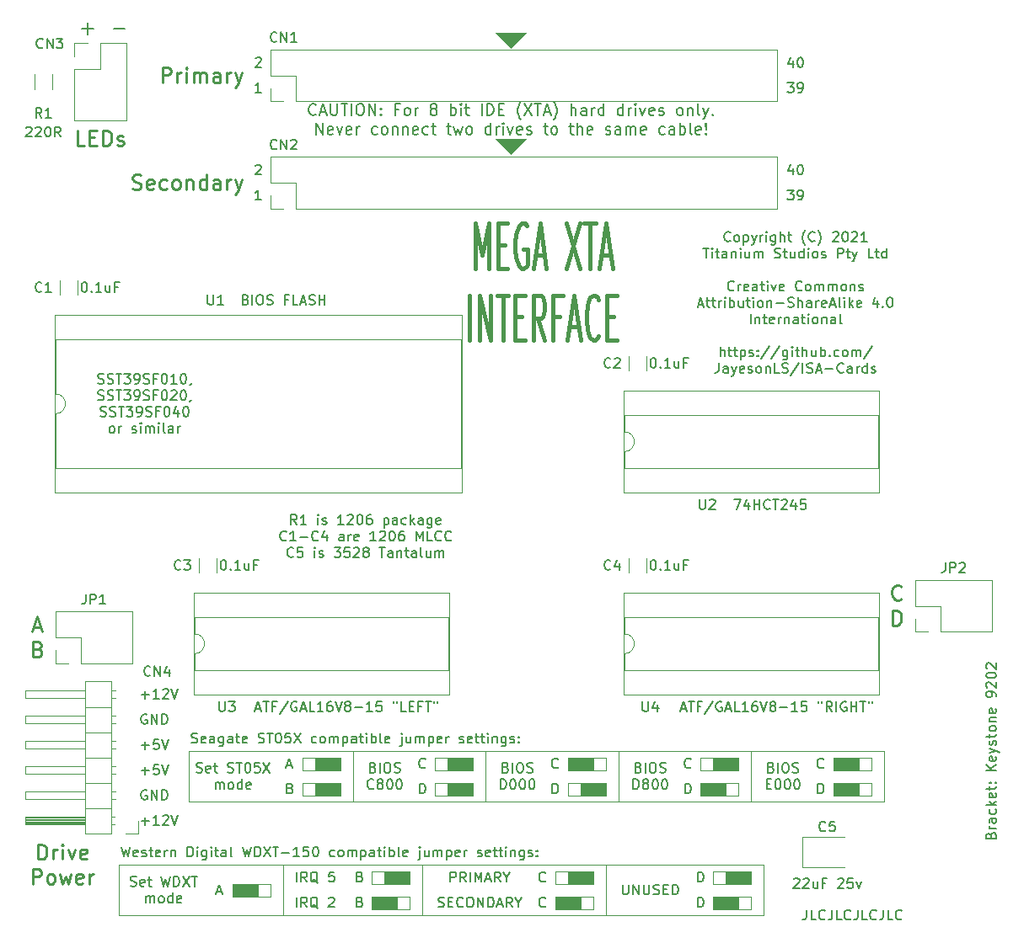
<source format=gto>
%TF.GenerationSoftware,KiCad,Pcbnew,(5.1.9)-1*%
%TF.CreationDate,2021-09-14T13:38:25+08:00*%
%TF.ProjectId,XTA-Interface,5854412d-496e-4746-9572-666163652e6b,rev?*%
%TF.SameCoordinates,Original*%
%TF.FileFunction,Legend,Top*%
%TF.FilePolarity,Positive*%
%FSLAX46Y46*%
G04 Gerber Fmt 4.6, Leading zero omitted, Abs format (unit mm)*
G04 Created by KiCad (PCBNEW (5.1.9)-1) date 2021-09-14 13:38:25*
%MOMM*%
%LPD*%
G01*
G04 APERTURE LIST*
%ADD10C,0.190000*%
%ADD11C,0.150000*%
%ADD12C,0.230000*%
%ADD13C,0.120000*%
%ADD14C,0.100000*%
%ADD15C,0.450000*%
G04 APERTURE END LIST*
D10*
X127080238Y-52158214D02*
X127025476Y-52212976D01*
X126861190Y-52267738D01*
X126751666Y-52267738D01*
X126587380Y-52212976D01*
X126477857Y-52103452D01*
X126423095Y-51993928D01*
X126368333Y-51774880D01*
X126368333Y-51610595D01*
X126423095Y-51391547D01*
X126477857Y-51282023D01*
X126587380Y-51172500D01*
X126751666Y-51117738D01*
X126861190Y-51117738D01*
X127025476Y-51172500D01*
X127080238Y-51227261D01*
X127518333Y-51939166D02*
X128065952Y-51939166D01*
X127408809Y-52267738D02*
X127792142Y-51117738D01*
X128175476Y-52267738D01*
X128558809Y-51117738D02*
X128558809Y-52048690D01*
X128613571Y-52158214D01*
X128668333Y-52212976D01*
X128777857Y-52267738D01*
X128996904Y-52267738D01*
X129106428Y-52212976D01*
X129161190Y-52158214D01*
X129215952Y-52048690D01*
X129215952Y-51117738D01*
X129599285Y-51117738D02*
X130256428Y-51117738D01*
X129927857Y-52267738D02*
X129927857Y-51117738D01*
X130639761Y-52267738D02*
X130639761Y-51117738D01*
X131406428Y-51117738D02*
X131625476Y-51117738D01*
X131734999Y-51172500D01*
X131844523Y-51282023D01*
X131899285Y-51501071D01*
X131899285Y-51884404D01*
X131844523Y-52103452D01*
X131734999Y-52212976D01*
X131625476Y-52267738D01*
X131406428Y-52267738D01*
X131296904Y-52212976D01*
X131187380Y-52103452D01*
X131132619Y-51884404D01*
X131132619Y-51501071D01*
X131187380Y-51282023D01*
X131296904Y-51172500D01*
X131406428Y-51117738D01*
X132392142Y-52267738D02*
X132392142Y-51117738D01*
X133049285Y-52267738D01*
X133049285Y-51117738D01*
X133596904Y-52158214D02*
X133651666Y-52212976D01*
X133596904Y-52267738D01*
X133542142Y-52212976D01*
X133596904Y-52158214D01*
X133596904Y-52267738D01*
X133596904Y-51555833D02*
X133651666Y-51610595D01*
X133596904Y-51665357D01*
X133542142Y-51610595D01*
X133596904Y-51555833D01*
X133596904Y-51665357D01*
X135404047Y-51665357D02*
X135020714Y-51665357D01*
X135020714Y-52267738D02*
X135020714Y-51117738D01*
X135568333Y-51117738D01*
X136170714Y-52267738D02*
X136061190Y-52212976D01*
X136006428Y-52158214D01*
X135951666Y-52048690D01*
X135951666Y-51720119D01*
X136006428Y-51610595D01*
X136061190Y-51555833D01*
X136170714Y-51501071D01*
X136335000Y-51501071D01*
X136444523Y-51555833D01*
X136499285Y-51610595D01*
X136554047Y-51720119D01*
X136554047Y-52048690D01*
X136499285Y-52158214D01*
X136444523Y-52212976D01*
X136335000Y-52267738D01*
X136170714Y-52267738D01*
X137046904Y-52267738D02*
X137046904Y-51501071D01*
X137046904Y-51720119D02*
X137101666Y-51610595D01*
X137156428Y-51555833D01*
X137265952Y-51501071D01*
X137375476Y-51501071D01*
X138799285Y-51610595D02*
X138689761Y-51555833D01*
X138635000Y-51501071D01*
X138580238Y-51391547D01*
X138580238Y-51336785D01*
X138635000Y-51227261D01*
X138689761Y-51172500D01*
X138799285Y-51117738D01*
X139018333Y-51117738D01*
X139127857Y-51172500D01*
X139182619Y-51227261D01*
X139237380Y-51336785D01*
X139237380Y-51391547D01*
X139182619Y-51501071D01*
X139127857Y-51555833D01*
X139018333Y-51610595D01*
X138799285Y-51610595D01*
X138689761Y-51665357D01*
X138635000Y-51720119D01*
X138580238Y-51829642D01*
X138580238Y-52048690D01*
X138635000Y-52158214D01*
X138689761Y-52212976D01*
X138799285Y-52267738D01*
X139018333Y-52267738D01*
X139127857Y-52212976D01*
X139182619Y-52158214D01*
X139237380Y-52048690D01*
X139237380Y-51829642D01*
X139182619Y-51720119D01*
X139127857Y-51665357D01*
X139018333Y-51610595D01*
X140606428Y-52267738D02*
X140606428Y-51117738D01*
X140606428Y-51555833D02*
X140715952Y-51501071D01*
X140934999Y-51501071D01*
X141044523Y-51555833D01*
X141099285Y-51610595D01*
X141154047Y-51720119D01*
X141154047Y-52048690D01*
X141099285Y-52158214D01*
X141044523Y-52212976D01*
X140934999Y-52267738D01*
X140715952Y-52267738D01*
X140606428Y-52212976D01*
X141646904Y-52267738D02*
X141646904Y-51501071D01*
X141646904Y-51117738D02*
X141592142Y-51172500D01*
X141646904Y-51227261D01*
X141701666Y-51172500D01*
X141646904Y-51117738D01*
X141646904Y-51227261D01*
X142030238Y-51501071D02*
X142468333Y-51501071D01*
X142194523Y-51117738D02*
X142194523Y-52103452D01*
X142249285Y-52212976D01*
X142358809Y-52267738D01*
X142468333Y-52267738D01*
X143727857Y-52267738D02*
X143727857Y-51117738D01*
X144275476Y-52267738D02*
X144275476Y-51117738D01*
X144549285Y-51117738D01*
X144713571Y-51172500D01*
X144823095Y-51282023D01*
X144877857Y-51391547D01*
X144932619Y-51610595D01*
X144932619Y-51774880D01*
X144877857Y-51993928D01*
X144823095Y-52103452D01*
X144713571Y-52212976D01*
X144549285Y-52267738D01*
X144275476Y-52267738D01*
X145425476Y-51665357D02*
X145808809Y-51665357D01*
X145973095Y-52267738D02*
X145425476Y-52267738D01*
X145425476Y-51117738D01*
X145973095Y-51117738D01*
X147670714Y-52705833D02*
X147615952Y-52651071D01*
X147506428Y-52486785D01*
X147451666Y-52377261D01*
X147396904Y-52212976D01*
X147342142Y-51939166D01*
X147342142Y-51720119D01*
X147396904Y-51446309D01*
X147451666Y-51282023D01*
X147506428Y-51172500D01*
X147615952Y-51008214D01*
X147670714Y-50953452D01*
X147999285Y-51117738D02*
X148765952Y-52267738D01*
X148765952Y-51117738D02*
X147999285Y-52267738D01*
X149039761Y-51117738D02*
X149696904Y-51117738D01*
X149368333Y-52267738D02*
X149368333Y-51117738D01*
X150025476Y-51939166D02*
X150573095Y-51939166D01*
X149915952Y-52267738D02*
X150299285Y-51117738D01*
X150682619Y-52267738D01*
X150956428Y-52705833D02*
X151011190Y-52651071D01*
X151120714Y-52486785D01*
X151175476Y-52377261D01*
X151230238Y-52212976D01*
X151285000Y-51939166D01*
X151285000Y-51720119D01*
X151230238Y-51446309D01*
X151175476Y-51282023D01*
X151120714Y-51172500D01*
X151011190Y-51008214D01*
X150956428Y-50953452D01*
X152708809Y-52267738D02*
X152708809Y-51117738D01*
X153201666Y-52267738D02*
X153201666Y-51665357D01*
X153146904Y-51555833D01*
X153037380Y-51501071D01*
X152873095Y-51501071D01*
X152763571Y-51555833D01*
X152708809Y-51610595D01*
X154242142Y-52267738D02*
X154242142Y-51665357D01*
X154187380Y-51555833D01*
X154077857Y-51501071D01*
X153858809Y-51501071D01*
X153749285Y-51555833D01*
X154242142Y-52212976D02*
X154132619Y-52267738D01*
X153858809Y-52267738D01*
X153749285Y-52212976D01*
X153694523Y-52103452D01*
X153694523Y-51993928D01*
X153749285Y-51884404D01*
X153858809Y-51829642D01*
X154132619Y-51829642D01*
X154242142Y-51774880D01*
X154789761Y-52267738D02*
X154789761Y-51501071D01*
X154789761Y-51720119D02*
X154844523Y-51610595D01*
X154899285Y-51555833D01*
X155008809Y-51501071D01*
X155118333Y-51501071D01*
X155994523Y-52267738D02*
X155994523Y-51117738D01*
X155994523Y-52212976D02*
X155885000Y-52267738D01*
X155665952Y-52267738D01*
X155556428Y-52212976D01*
X155501666Y-52158214D01*
X155446904Y-52048690D01*
X155446904Y-51720119D01*
X155501666Y-51610595D01*
X155556428Y-51555833D01*
X155665952Y-51501071D01*
X155885000Y-51501071D01*
X155994523Y-51555833D01*
X157911190Y-52267738D02*
X157911190Y-51117738D01*
X157911190Y-52212976D02*
X157801666Y-52267738D01*
X157582619Y-52267738D01*
X157473095Y-52212976D01*
X157418333Y-52158214D01*
X157363571Y-52048690D01*
X157363571Y-51720119D01*
X157418333Y-51610595D01*
X157473095Y-51555833D01*
X157582619Y-51501071D01*
X157801666Y-51501071D01*
X157911190Y-51555833D01*
X158458809Y-52267738D02*
X158458809Y-51501071D01*
X158458809Y-51720119D02*
X158513571Y-51610595D01*
X158568333Y-51555833D01*
X158677857Y-51501071D01*
X158787380Y-51501071D01*
X159170714Y-52267738D02*
X159170714Y-51501071D01*
X159170714Y-51117738D02*
X159115952Y-51172500D01*
X159170714Y-51227261D01*
X159225476Y-51172500D01*
X159170714Y-51117738D01*
X159170714Y-51227261D01*
X159608809Y-51501071D02*
X159882619Y-52267738D01*
X160156428Y-51501071D01*
X161032619Y-52212976D02*
X160923095Y-52267738D01*
X160704047Y-52267738D01*
X160594523Y-52212976D01*
X160539761Y-52103452D01*
X160539761Y-51665357D01*
X160594523Y-51555833D01*
X160704047Y-51501071D01*
X160923095Y-51501071D01*
X161032619Y-51555833D01*
X161087380Y-51665357D01*
X161087380Y-51774880D01*
X160539761Y-51884404D01*
X161525476Y-52212976D02*
X161635000Y-52267738D01*
X161854047Y-52267738D01*
X161963571Y-52212976D01*
X162018333Y-52103452D01*
X162018333Y-52048690D01*
X161963571Y-51939166D01*
X161854047Y-51884404D01*
X161689761Y-51884404D01*
X161580238Y-51829642D01*
X161525476Y-51720119D01*
X161525476Y-51665357D01*
X161580238Y-51555833D01*
X161689761Y-51501071D01*
X161854047Y-51501071D01*
X161963571Y-51555833D01*
X163551666Y-52267738D02*
X163442142Y-52212976D01*
X163387380Y-52158214D01*
X163332619Y-52048690D01*
X163332619Y-51720119D01*
X163387380Y-51610595D01*
X163442142Y-51555833D01*
X163551666Y-51501071D01*
X163715952Y-51501071D01*
X163825476Y-51555833D01*
X163880238Y-51610595D01*
X163935000Y-51720119D01*
X163935000Y-52048690D01*
X163880238Y-52158214D01*
X163825476Y-52212976D01*
X163715952Y-52267738D01*
X163551666Y-52267738D01*
X164427857Y-51501071D02*
X164427857Y-52267738D01*
X164427857Y-51610595D02*
X164482619Y-51555833D01*
X164592142Y-51501071D01*
X164756428Y-51501071D01*
X164865952Y-51555833D01*
X164920714Y-51665357D01*
X164920714Y-52267738D01*
X165632619Y-52267738D02*
X165523095Y-52212976D01*
X165468333Y-52103452D01*
X165468333Y-51117738D01*
X165961190Y-51501071D02*
X166235000Y-52267738D01*
X166508809Y-51501071D02*
X166235000Y-52267738D01*
X166125476Y-52541547D01*
X166070714Y-52596309D01*
X165961190Y-52651071D01*
X166946904Y-52158214D02*
X167001666Y-52212976D01*
X166946904Y-52267738D01*
X166892142Y-52212976D01*
X166946904Y-52158214D01*
X166946904Y-52267738D01*
X127107619Y-54182738D02*
X127107619Y-53032738D01*
X127764761Y-54182738D01*
X127764761Y-53032738D01*
X128750476Y-54127976D02*
X128640952Y-54182738D01*
X128421904Y-54182738D01*
X128312380Y-54127976D01*
X128257619Y-54018452D01*
X128257619Y-53580357D01*
X128312380Y-53470833D01*
X128421904Y-53416071D01*
X128640952Y-53416071D01*
X128750476Y-53470833D01*
X128805238Y-53580357D01*
X128805238Y-53689880D01*
X128257619Y-53799404D01*
X129188571Y-53416071D02*
X129462380Y-54182738D01*
X129736190Y-53416071D01*
X130612380Y-54127976D02*
X130502857Y-54182738D01*
X130283809Y-54182738D01*
X130174285Y-54127976D01*
X130119523Y-54018452D01*
X130119523Y-53580357D01*
X130174285Y-53470833D01*
X130283809Y-53416071D01*
X130502857Y-53416071D01*
X130612380Y-53470833D01*
X130667142Y-53580357D01*
X130667142Y-53689880D01*
X130119523Y-53799404D01*
X131160000Y-54182738D02*
X131160000Y-53416071D01*
X131160000Y-53635119D02*
X131214761Y-53525595D01*
X131269523Y-53470833D01*
X131379047Y-53416071D01*
X131488571Y-53416071D01*
X133240952Y-54127976D02*
X133131428Y-54182738D01*
X132912380Y-54182738D01*
X132802857Y-54127976D01*
X132748095Y-54073214D01*
X132693333Y-53963690D01*
X132693333Y-53635119D01*
X132748095Y-53525595D01*
X132802857Y-53470833D01*
X132912380Y-53416071D01*
X133131428Y-53416071D01*
X133240952Y-53470833D01*
X133898095Y-54182738D02*
X133788571Y-54127976D01*
X133733809Y-54073214D01*
X133679047Y-53963690D01*
X133679047Y-53635119D01*
X133733809Y-53525595D01*
X133788571Y-53470833D01*
X133898095Y-53416071D01*
X134062380Y-53416071D01*
X134171904Y-53470833D01*
X134226666Y-53525595D01*
X134281428Y-53635119D01*
X134281428Y-53963690D01*
X134226666Y-54073214D01*
X134171904Y-54127976D01*
X134062380Y-54182738D01*
X133898095Y-54182738D01*
X134774285Y-53416071D02*
X134774285Y-54182738D01*
X134774285Y-53525595D02*
X134829047Y-53470833D01*
X134938571Y-53416071D01*
X135102857Y-53416071D01*
X135212380Y-53470833D01*
X135267142Y-53580357D01*
X135267142Y-54182738D01*
X135814761Y-53416071D02*
X135814761Y-54182738D01*
X135814761Y-53525595D02*
X135869523Y-53470833D01*
X135979047Y-53416071D01*
X136143333Y-53416071D01*
X136252857Y-53470833D01*
X136307619Y-53580357D01*
X136307619Y-54182738D01*
X137293333Y-54127976D02*
X137183809Y-54182738D01*
X136964761Y-54182738D01*
X136855238Y-54127976D01*
X136800476Y-54018452D01*
X136800476Y-53580357D01*
X136855238Y-53470833D01*
X136964761Y-53416071D01*
X137183809Y-53416071D01*
X137293333Y-53470833D01*
X137348095Y-53580357D01*
X137348095Y-53689880D01*
X136800476Y-53799404D01*
X138333809Y-54127976D02*
X138224285Y-54182738D01*
X138005238Y-54182738D01*
X137895714Y-54127976D01*
X137840952Y-54073214D01*
X137786190Y-53963690D01*
X137786190Y-53635119D01*
X137840952Y-53525595D01*
X137895714Y-53470833D01*
X138005238Y-53416071D01*
X138224285Y-53416071D01*
X138333809Y-53470833D01*
X138662380Y-53416071D02*
X139100476Y-53416071D01*
X138826666Y-53032738D02*
X138826666Y-54018452D01*
X138881428Y-54127976D01*
X138990952Y-54182738D01*
X139100476Y-54182738D01*
X140195714Y-53416071D02*
X140633809Y-53416071D01*
X140360000Y-53032738D02*
X140360000Y-54018452D01*
X140414761Y-54127976D01*
X140524285Y-54182738D01*
X140633809Y-54182738D01*
X140907619Y-53416071D02*
X141126666Y-54182738D01*
X141345714Y-53635119D01*
X141564761Y-54182738D01*
X141783809Y-53416071D01*
X142386190Y-54182738D02*
X142276666Y-54127976D01*
X142221904Y-54073214D01*
X142167142Y-53963690D01*
X142167142Y-53635119D01*
X142221904Y-53525595D01*
X142276666Y-53470833D01*
X142386190Y-53416071D01*
X142550476Y-53416071D01*
X142660000Y-53470833D01*
X142714761Y-53525595D01*
X142769523Y-53635119D01*
X142769523Y-53963690D01*
X142714761Y-54073214D01*
X142660000Y-54127976D01*
X142550476Y-54182738D01*
X142386190Y-54182738D01*
X144631428Y-54182738D02*
X144631428Y-53032738D01*
X144631428Y-54127976D02*
X144521904Y-54182738D01*
X144302857Y-54182738D01*
X144193333Y-54127976D01*
X144138571Y-54073214D01*
X144083809Y-53963690D01*
X144083809Y-53635119D01*
X144138571Y-53525595D01*
X144193333Y-53470833D01*
X144302857Y-53416071D01*
X144521904Y-53416071D01*
X144631428Y-53470833D01*
X145179047Y-54182738D02*
X145179047Y-53416071D01*
X145179047Y-53635119D02*
X145233809Y-53525595D01*
X145288571Y-53470833D01*
X145398095Y-53416071D01*
X145507619Y-53416071D01*
X145890952Y-54182738D02*
X145890952Y-53416071D01*
X145890952Y-53032738D02*
X145836190Y-53087500D01*
X145890952Y-53142261D01*
X145945714Y-53087500D01*
X145890952Y-53032738D01*
X145890952Y-53142261D01*
X146329047Y-53416071D02*
X146602857Y-54182738D01*
X146876666Y-53416071D01*
X147752857Y-54127976D02*
X147643333Y-54182738D01*
X147424285Y-54182738D01*
X147314761Y-54127976D01*
X147260000Y-54018452D01*
X147260000Y-53580357D01*
X147314761Y-53470833D01*
X147424285Y-53416071D01*
X147643333Y-53416071D01*
X147752857Y-53470833D01*
X147807619Y-53580357D01*
X147807619Y-53689880D01*
X147260000Y-53799404D01*
X148245714Y-54127976D02*
X148355238Y-54182738D01*
X148574285Y-54182738D01*
X148683809Y-54127976D01*
X148738571Y-54018452D01*
X148738571Y-53963690D01*
X148683809Y-53854166D01*
X148574285Y-53799404D01*
X148410000Y-53799404D01*
X148300476Y-53744642D01*
X148245714Y-53635119D01*
X148245714Y-53580357D01*
X148300476Y-53470833D01*
X148410000Y-53416071D01*
X148574285Y-53416071D01*
X148683809Y-53470833D01*
X149943333Y-53416071D02*
X150381428Y-53416071D01*
X150107619Y-53032738D02*
X150107619Y-54018452D01*
X150162380Y-54127976D01*
X150271904Y-54182738D01*
X150381428Y-54182738D01*
X150929047Y-54182738D02*
X150819523Y-54127976D01*
X150764761Y-54073214D01*
X150710000Y-53963690D01*
X150710000Y-53635119D01*
X150764761Y-53525595D01*
X150819523Y-53470833D01*
X150929047Y-53416071D01*
X151093333Y-53416071D01*
X151202857Y-53470833D01*
X151257619Y-53525595D01*
X151312380Y-53635119D01*
X151312380Y-53963690D01*
X151257619Y-54073214D01*
X151202857Y-54127976D01*
X151093333Y-54182738D01*
X150929047Y-54182738D01*
X152517142Y-53416071D02*
X152955238Y-53416071D01*
X152681428Y-53032738D02*
X152681428Y-54018452D01*
X152736190Y-54127976D01*
X152845714Y-54182738D01*
X152955238Y-54182738D01*
X153338571Y-54182738D02*
X153338571Y-53032738D01*
X153831428Y-54182738D02*
X153831428Y-53580357D01*
X153776666Y-53470833D01*
X153667142Y-53416071D01*
X153502857Y-53416071D01*
X153393333Y-53470833D01*
X153338571Y-53525595D01*
X154817142Y-54127976D02*
X154707619Y-54182738D01*
X154488571Y-54182738D01*
X154379047Y-54127976D01*
X154324285Y-54018452D01*
X154324285Y-53580357D01*
X154379047Y-53470833D01*
X154488571Y-53416071D01*
X154707619Y-53416071D01*
X154817142Y-53470833D01*
X154871904Y-53580357D01*
X154871904Y-53689880D01*
X154324285Y-53799404D01*
X156186190Y-54127976D02*
X156295714Y-54182738D01*
X156514761Y-54182738D01*
X156624285Y-54127976D01*
X156679047Y-54018452D01*
X156679047Y-53963690D01*
X156624285Y-53854166D01*
X156514761Y-53799404D01*
X156350476Y-53799404D01*
X156240952Y-53744642D01*
X156186190Y-53635119D01*
X156186190Y-53580357D01*
X156240952Y-53470833D01*
X156350476Y-53416071D01*
X156514761Y-53416071D01*
X156624285Y-53470833D01*
X157664761Y-54182738D02*
X157664761Y-53580357D01*
X157610000Y-53470833D01*
X157500476Y-53416071D01*
X157281428Y-53416071D01*
X157171904Y-53470833D01*
X157664761Y-54127976D02*
X157555238Y-54182738D01*
X157281428Y-54182738D01*
X157171904Y-54127976D01*
X157117142Y-54018452D01*
X157117142Y-53908928D01*
X157171904Y-53799404D01*
X157281428Y-53744642D01*
X157555238Y-53744642D01*
X157664761Y-53689880D01*
X158212380Y-54182738D02*
X158212380Y-53416071D01*
X158212380Y-53525595D02*
X158267142Y-53470833D01*
X158376666Y-53416071D01*
X158540952Y-53416071D01*
X158650476Y-53470833D01*
X158705238Y-53580357D01*
X158705238Y-54182738D01*
X158705238Y-53580357D02*
X158760000Y-53470833D01*
X158869523Y-53416071D01*
X159033809Y-53416071D01*
X159143333Y-53470833D01*
X159198095Y-53580357D01*
X159198095Y-54182738D01*
X160183809Y-54127976D02*
X160074285Y-54182738D01*
X159855238Y-54182738D01*
X159745714Y-54127976D01*
X159690952Y-54018452D01*
X159690952Y-53580357D01*
X159745714Y-53470833D01*
X159855238Y-53416071D01*
X160074285Y-53416071D01*
X160183809Y-53470833D01*
X160238571Y-53580357D01*
X160238571Y-53689880D01*
X159690952Y-53799404D01*
X162100476Y-54127976D02*
X161990952Y-54182738D01*
X161771904Y-54182738D01*
X161662380Y-54127976D01*
X161607619Y-54073214D01*
X161552857Y-53963690D01*
X161552857Y-53635119D01*
X161607619Y-53525595D01*
X161662380Y-53470833D01*
X161771904Y-53416071D01*
X161990952Y-53416071D01*
X162100476Y-53470833D01*
X163086190Y-54182738D02*
X163086190Y-53580357D01*
X163031428Y-53470833D01*
X162921904Y-53416071D01*
X162702857Y-53416071D01*
X162593333Y-53470833D01*
X163086190Y-54127976D02*
X162976666Y-54182738D01*
X162702857Y-54182738D01*
X162593333Y-54127976D01*
X162538571Y-54018452D01*
X162538571Y-53908928D01*
X162593333Y-53799404D01*
X162702857Y-53744642D01*
X162976666Y-53744642D01*
X163086190Y-53689880D01*
X163633809Y-54182738D02*
X163633809Y-53032738D01*
X163633809Y-53470833D02*
X163743333Y-53416071D01*
X163962380Y-53416071D01*
X164071904Y-53470833D01*
X164126666Y-53525595D01*
X164181428Y-53635119D01*
X164181428Y-53963690D01*
X164126666Y-54073214D01*
X164071904Y-54127976D01*
X163962380Y-54182738D01*
X163743333Y-54182738D01*
X163633809Y-54127976D01*
X164838571Y-54182738D02*
X164729047Y-54127976D01*
X164674285Y-54018452D01*
X164674285Y-53032738D01*
X165714761Y-54127976D02*
X165605238Y-54182738D01*
X165386190Y-54182738D01*
X165276666Y-54127976D01*
X165221904Y-54018452D01*
X165221904Y-53580357D01*
X165276666Y-53470833D01*
X165386190Y-53416071D01*
X165605238Y-53416071D01*
X165714761Y-53470833D01*
X165769523Y-53580357D01*
X165769523Y-53689880D01*
X165221904Y-53799404D01*
X166262380Y-54073214D02*
X166317142Y-54127976D01*
X166262380Y-54182738D01*
X166207619Y-54127976D01*
X166262380Y-54073214D01*
X166262380Y-54182738D01*
X166262380Y-53744642D02*
X166207619Y-53087500D01*
X166262380Y-53032738D01*
X166317142Y-53087500D01*
X166262380Y-53744642D01*
X166262380Y-53032738D01*
D11*
X194873571Y-124681190D02*
X194921190Y-124538333D01*
X194968809Y-124490714D01*
X195064047Y-124443095D01*
X195206904Y-124443095D01*
X195302142Y-124490714D01*
X195349761Y-124538333D01*
X195397380Y-124633571D01*
X195397380Y-125014523D01*
X194397380Y-125014523D01*
X194397380Y-124681190D01*
X194445000Y-124585952D01*
X194492619Y-124538333D01*
X194587857Y-124490714D01*
X194683095Y-124490714D01*
X194778333Y-124538333D01*
X194825952Y-124585952D01*
X194873571Y-124681190D01*
X194873571Y-125014523D01*
X195397380Y-124014523D02*
X194730714Y-124014523D01*
X194921190Y-124014523D02*
X194825952Y-123966904D01*
X194778333Y-123919285D01*
X194730714Y-123824047D01*
X194730714Y-123728809D01*
X195397380Y-122966904D02*
X194873571Y-122966904D01*
X194778333Y-123014523D01*
X194730714Y-123109761D01*
X194730714Y-123300238D01*
X194778333Y-123395476D01*
X195349761Y-122966904D02*
X195397380Y-123062142D01*
X195397380Y-123300238D01*
X195349761Y-123395476D01*
X195254523Y-123443095D01*
X195159285Y-123443095D01*
X195064047Y-123395476D01*
X195016428Y-123300238D01*
X195016428Y-123062142D01*
X194968809Y-122966904D01*
X195349761Y-122062142D02*
X195397380Y-122157380D01*
X195397380Y-122347857D01*
X195349761Y-122443095D01*
X195302142Y-122490714D01*
X195206904Y-122538333D01*
X194921190Y-122538333D01*
X194825952Y-122490714D01*
X194778333Y-122443095D01*
X194730714Y-122347857D01*
X194730714Y-122157380D01*
X194778333Y-122062142D01*
X195397380Y-121633571D02*
X194397380Y-121633571D01*
X195016428Y-121538333D02*
X195397380Y-121252619D01*
X194730714Y-121252619D02*
X195111666Y-121633571D01*
X195349761Y-120443095D02*
X195397380Y-120538333D01*
X195397380Y-120728809D01*
X195349761Y-120824047D01*
X195254523Y-120871666D01*
X194873571Y-120871666D01*
X194778333Y-120824047D01*
X194730714Y-120728809D01*
X194730714Y-120538333D01*
X194778333Y-120443095D01*
X194873571Y-120395476D01*
X194968809Y-120395476D01*
X195064047Y-120871666D01*
X194730714Y-120109761D02*
X194730714Y-119728809D01*
X194397380Y-119966904D02*
X195254523Y-119966904D01*
X195349761Y-119919285D01*
X195397380Y-119824047D01*
X195397380Y-119728809D01*
X195302142Y-119395476D02*
X195349761Y-119347857D01*
X195397380Y-119395476D01*
X195349761Y-119443095D01*
X195302142Y-119395476D01*
X195397380Y-119395476D01*
X194778333Y-119395476D02*
X194825952Y-119347857D01*
X194873571Y-119395476D01*
X194825952Y-119443095D01*
X194778333Y-119395476D01*
X194873571Y-119395476D01*
X195397380Y-118157380D02*
X194397380Y-118157380D01*
X195397380Y-117585952D02*
X194825952Y-118014523D01*
X194397380Y-117585952D02*
X194968809Y-118157380D01*
X195349761Y-116776428D02*
X195397380Y-116871666D01*
X195397380Y-117062142D01*
X195349761Y-117157380D01*
X195254523Y-117205000D01*
X194873571Y-117205000D01*
X194778333Y-117157380D01*
X194730714Y-117062142D01*
X194730714Y-116871666D01*
X194778333Y-116776428D01*
X194873571Y-116728809D01*
X194968809Y-116728809D01*
X195064047Y-117205000D01*
X194730714Y-116395476D02*
X195397380Y-116157380D01*
X194730714Y-115919285D02*
X195397380Y-116157380D01*
X195635476Y-116252619D01*
X195683095Y-116300238D01*
X195730714Y-116395476D01*
X195349761Y-115585952D02*
X195397380Y-115490714D01*
X195397380Y-115300238D01*
X195349761Y-115205000D01*
X195254523Y-115157380D01*
X195206904Y-115157380D01*
X195111666Y-115205000D01*
X195064047Y-115300238D01*
X195064047Y-115443095D01*
X195016428Y-115538333D01*
X194921190Y-115585952D01*
X194873571Y-115585952D01*
X194778333Y-115538333D01*
X194730714Y-115443095D01*
X194730714Y-115300238D01*
X194778333Y-115205000D01*
X194730714Y-114871666D02*
X194730714Y-114490714D01*
X194397380Y-114728809D02*
X195254523Y-114728809D01*
X195349761Y-114681190D01*
X195397380Y-114585952D01*
X195397380Y-114490714D01*
X195397380Y-114014523D02*
X195349761Y-114109761D01*
X195302142Y-114157380D01*
X195206904Y-114205000D01*
X194921190Y-114205000D01*
X194825952Y-114157380D01*
X194778333Y-114109761D01*
X194730714Y-114014523D01*
X194730714Y-113871666D01*
X194778333Y-113776428D01*
X194825952Y-113728809D01*
X194921190Y-113681190D01*
X195206904Y-113681190D01*
X195302142Y-113728809D01*
X195349761Y-113776428D01*
X195397380Y-113871666D01*
X195397380Y-114014523D01*
X194730714Y-113252619D02*
X195397380Y-113252619D01*
X194825952Y-113252619D02*
X194778333Y-113205000D01*
X194730714Y-113109761D01*
X194730714Y-112966904D01*
X194778333Y-112871666D01*
X194873571Y-112824047D01*
X195397380Y-112824047D01*
X195349761Y-111966904D02*
X195397380Y-112062142D01*
X195397380Y-112252619D01*
X195349761Y-112347857D01*
X195254523Y-112395476D01*
X194873571Y-112395476D01*
X194778333Y-112347857D01*
X194730714Y-112252619D01*
X194730714Y-112062142D01*
X194778333Y-111966904D01*
X194873571Y-111919285D01*
X194968809Y-111919285D01*
X195064047Y-112395476D01*
X195397380Y-110681190D02*
X195397380Y-110490714D01*
X195349761Y-110395476D01*
X195302142Y-110347857D01*
X195159285Y-110252619D01*
X194968809Y-110205000D01*
X194587857Y-110205000D01*
X194492619Y-110252619D01*
X194445000Y-110300238D01*
X194397380Y-110395476D01*
X194397380Y-110585952D01*
X194445000Y-110681190D01*
X194492619Y-110728809D01*
X194587857Y-110776428D01*
X194825952Y-110776428D01*
X194921190Y-110728809D01*
X194968809Y-110681190D01*
X195016428Y-110585952D01*
X195016428Y-110395476D01*
X194968809Y-110300238D01*
X194921190Y-110252619D01*
X194825952Y-110205000D01*
X194492619Y-109824047D02*
X194445000Y-109776428D01*
X194397380Y-109681190D01*
X194397380Y-109443095D01*
X194445000Y-109347857D01*
X194492619Y-109300238D01*
X194587857Y-109252619D01*
X194683095Y-109252619D01*
X194825952Y-109300238D01*
X195397380Y-109871666D01*
X195397380Y-109252619D01*
X194397380Y-108633571D02*
X194397380Y-108538333D01*
X194445000Y-108443095D01*
X194492619Y-108395476D01*
X194587857Y-108347857D01*
X194778333Y-108300238D01*
X195016428Y-108300238D01*
X195206904Y-108347857D01*
X195302142Y-108395476D01*
X195349761Y-108443095D01*
X195397380Y-108538333D01*
X195397380Y-108633571D01*
X195349761Y-108728809D01*
X195302142Y-108776428D01*
X195206904Y-108824047D01*
X195016428Y-108871666D01*
X194778333Y-108871666D01*
X194587857Y-108824047D01*
X194492619Y-108776428D01*
X194445000Y-108728809D01*
X194397380Y-108633571D01*
X194492619Y-107919285D02*
X194445000Y-107871666D01*
X194397380Y-107776428D01*
X194397380Y-107538333D01*
X194445000Y-107443095D01*
X194492619Y-107395476D01*
X194587857Y-107347857D01*
X194683095Y-107347857D01*
X194825952Y-107395476D01*
X195397380Y-107966904D01*
X195397380Y-107347857D01*
D12*
X99171428Y-127073571D02*
X99171428Y-125573571D01*
X99528571Y-125573571D01*
X99742857Y-125645000D01*
X99885714Y-125787857D01*
X99957142Y-125930714D01*
X100028571Y-126216428D01*
X100028571Y-126430714D01*
X99957142Y-126716428D01*
X99885714Y-126859285D01*
X99742857Y-127002142D01*
X99528571Y-127073571D01*
X99171428Y-127073571D01*
X100671428Y-127073571D02*
X100671428Y-126073571D01*
X100671428Y-126359285D02*
X100742857Y-126216428D01*
X100814285Y-126145000D01*
X100957142Y-126073571D01*
X101100000Y-126073571D01*
X101600000Y-127073571D02*
X101600000Y-126073571D01*
X101600000Y-125573571D02*
X101528571Y-125645000D01*
X101600000Y-125716428D01*
X101671428Y-125645000D01*
X101600000Y-125573571D01*
X101600000Y-125716428D01*
X102171428Y-126073571D02*
X102528571Y-127073571D01*
X102885714Y-126073571D01*
X104028571Y-127002142D02*
X103885714Y-127073571D01*
X103600000Y-127073571D01*
X103457142Y-127002142D01*
X103385714Y-126859285D01*
X103385714Y-126287857D01*
X103457142Y-126145000D01*
X103600000Y-126073571D01*
X103885714Y-126073571D01*
X104028571Y-126145000D01*
X104100000Y-126287857D01*
X104100000Y-126430714D01*
X103385714Y-126573571D01*
X98635714Y-129553571D02*
X98635714Y-128053571D01*
X99207142Y-128053571D01*
X99350000Y-128125000D01*
X99421428Y-128196428D01*
X99492857Y-128339285D01*
X99492857Y-128553571D01*
X99421428Y-128696428D01*
X99350000Y-128767857D01*
X99207142Y-128839285D01*
X98635714Y-128839285D01*
X100350000Y-129553571D02*
X100207142Y-129482142D01*
X100135714Y-129410714D01*
X100064285Y-129267857D01*
X100064285Y-128839285D01*
X100135714Y-128696428D01*
X100207142Y-128625000D01*
X100350000Y-128553571D01*
X100564285Y-128553571D01*
X100707142Y-128625000D01*
X100778571Y-128696428D01*
X100850000Y-128839285D01*
X100850000Y-129267857D01*
X100778571Y-129410714D01*
X100707142Y-129482142D01*
X100564285Y-129553571D01*
X100350000Y-129553571D01*
X101350000Y-128553571D02*
X101635714Y-129553571D01*
X101921428Y-128839285D01*
X102207142Y-129553571D01*
X102492857Y-128553571D01*
X103635714Y-129482142D02*
X103492857Y-129553571D01*
X103207142Y-129553571D01*
X103064285Y-129482142D01*
X102992857Y-129339285D01*
X102992857Y-128767857D01*
X103064285Y-128625000D01*
X103207142Y-128553571D01*
X103492857Y-128553571D01*
X103635714Y-128625000D01*
X103707142Y-128767857D01*
X103707142Y-128910714D01*
X102992857Y-129053571D01*
X104350000Y-129553571D02*
X104350000Y-128553571D01*
X104350000Y-128839285D02*
X104421428Y-128696428D01*
X104492857Y-128625000D01*
X104635714Y-128553571D01*
X104778571Y-128553571D01*
D13*
X107315000Y-127635000D02*
X107315000Y-132715000D01*
X123825000Y-127635000D02*
X123825000Y-132715000D01*
X184150000Y-116205000D02*
X184150000Y-121285000D01*
X107315000Y-132715000D02*
X172085000Y-132715000D01*
X114300000Y-121285000D02*
X184150000Y-121285000D01*
X172085000Y-127635000D02*
X107315000Y-127635000D01*
X184150000Y-116205000D02*
X114300000Y-116205000D01*
X172085000Y-127635000D02*
X172085000Y-132715000D01*
X156210000Y-127635000D02*
X156210000Y-132715000D01*
X137795000Y-127635000D02*
X137795000Y-132715000D01*
X114300000Y-116205000D02*
X114300000Y-121285000D01*
X136525000Y-132080000D02*
X132715000Y-132080000D01*
X144145000Y-116205000D02*
X144145000Y-121285000D01*
D14*
G36*
X135255000Y-132080000D02*
G01*
X132715000Y-132080000D01*
X132715000Y-130810000D01*
X135255000Y-130810000D01*
X135255000Y-132080000D01*
G37*
X135255000Y-132080000D02*
X132715000Y-132080000D01*
X132715000Y-130810000D01*
X135255000Y-130810000D01*
X135255000Y-132080000D01*
D13*
X136525000Y-130810000D02*
X136525000Y-132080000D01*
X136525000Y-130810000D02*
X132715000Y-130810000D01*
X132715000Y-130810000D02*
X132715000Y-132080000D01*
X157480000Y-116205000D02*
X157480000Y-121285000D01*
X130810000Y-116205000D02*
X130810000Y-121285000D01*
X170815000Y-116205000D02*
X170815000Y-121285000D01*
D11*
X165435595Y-131897380D02*
X165435595Y-130897380D01*
X165673690Y-130897380D01*
X165816547Y-130945000D01*
X165911785Y-131040238D01*
X165959404Y-131135476D01*
X166007023Y-131325952D01*
X166007023Y-131468809D01*
X165959404Y-131659285D01*
X165911785Y-131754523D01*
X165816547Y-131849761D01*
X165673690Y-131897380D01*
X165435595Y-131897380D01*
X140581428Y-129357380D02*
X140581428Y-128357380D01*
X140962380Y-128357380D01*
X141057619Y-128405000D01*
X141105238Y-128452619D01*
X141152857Y-128547857D01*
X141152857Y-128690714D01*
X141105238Y-128785952D01*
X141057619Y-128833571D01*
X140962380Y-128881190D01*
X140581428Y-128881190D01*
X142152857Y-129357380D02*
X141819523Y-128881190D01*
X141581428Y-129357380D02*
X141581428Y-128357380D01*
X141962380Y-128357380D01*
X142057619Y-128405000D01*
X142105238Y-128452619D01*
X142152857Y-128547857D01*
X142152857Y-128690714D01*
X142105238Y-128785952D01*
X142057619Y-128833571D01*
X141962380Y-128881190D01*
X141581428Y-128881190D01*
X142581428Y-129357380D02*
X142581428Y-128357380D01*
X143057619Y-129357380D02*
X143057619Y-128357380D01*
X143390952Y-129071666D01*
X143724285Y-128357380D01*
X143724285Y-129357380D01*
X144152857Y-129071666D02*
X144629047Y-129071666D01*
X144057619Y-129357380D02*
X144390952Y-128357380D01*
X144724285Y-129357380D01*
X145629047Y-129357380D02*
X145295714Y-128881190D01*
X145057619Y-129357380D02*
X145057619Y-128357380D01*
X145438571Y-128357380D01*
X145533809Y-128405000D01*
X145581428Y-128452619D01*
X145629047Y-128547857D01*
X145629047Y-128690714D01*
X145581428Y-128785952D01*
X145533809Y-128833571D01*
X145438571Y-128881190D01*
X145057619Y-128881190D01*
X146248095Y-128881190D02*
X146248095Y-129357380D01*
X145914761Y-128357380D02*
X146248095Y-128881190D01*
X146581428Y-128357380D01*
X157893095Y-129627380D02*
X157893095Y-130436904D01*
X157940714Y-130532142D01*
X157988333Y-130579761D01*
X158083571Y-130627380D01*
X158274047Y-130627380D01*
X158369285Y-130579761D01*
X158416904Y-130532142D01*
X158464523Y-130436904D01*
X158464523Y-129627380D01*
X158940714Y-130627380D02*
X158940714Y-129627380D01*
X159512142Y-130627380D01*
X159512142Y-129627380D01*
X159988333Y-129627380D02*
X159988333Y-130436904D01*
X160035952Y-130532142D01*
X160083571Y-130579761D01*
X160178809Y-130627380D01*
X160369285Y-130627380D01*
X160464523Y-130579761D01*
X160512142Y-130532142D01*
X160559761Y-130436904D01*
X160559761Y-129627380D01*
X160988333Y-130579761D02*
X161131190Y-130627380D01*
X161369285Y-130627380D01*
X161464523Y-130579761D01*
X161512142Y-130532142D01*
X161559761Y-130436904D01*
X161559761Y-130341666D01*
X161512142Y-130246428D01*
X161464523Y-130198809D01*
X161369285Y-130151190D01*
X161178809Y-130103571D01*
X161083571Y-130055952D01*
X161035952Y-130008333D01*
X160988333Y-129913095D01*
X160988333Y-129817857D01*
X161035952Y-129722619D01*
X161083571Y-129675000D01*
X161178809Y-129627380D01*
X161416904Y-129627380D01*
X161559761Y-129675000D01*
X161988333Y-130103571D02*
X162321666Y-130103571D01*
X162464523Y-130627380D02*
X161988333Y-130627380D01*
X161988333Y-129627380D01*
X162464523Y-129627380D01*
X162893095Y-130627380D02*
X162893095Y-129627380D01*
X163131190Y-129627380D01*
X163274047Y-129675000D01*
X163369285Y-129770238D01*
X163416904Y-129865476D01*
X163464523Y-130055952D01*
X163464523Y-130198809D01*
X163416904Y-130389285D01*
X163369285Y-130484523D01*
X163274047Y-130579761D01*
X163131190Y-130627380D01*
X162893095Y-130627380D01*
X150132023Y-129262142D02*
X150084404Y-129309761D01*
X149941547Y-129357380D01*
X149846309Y-129357380D01*
X149703452Y-129309761D01*
X149608214Y-129214523D01*
X149560595Y-129119285D01*
X149512976Y-128928809D01*
X149512976Y-128785952D01*
X149560595Y-128595476D01*
X149608214Y-128500238D01*
X149703452Y-128405000D01*
X149846309Y-128357380D01*
X149941547Y-128357380D01*
X150084404Y-128405000D01*
X150132023Y-128452619D01*
X165435595Y-129357380D02*
X165435595Y-128357380D01*
X165673690Y-128357380D01*
X165816547Y-128405000D01*
X165911785Y-128500238D01*
X165959404Y-128595476D01*
X166007023Y-128785952D01*
X166007023Y-128928809D01*
X165959404Y-129119285D01*
X165911785Y-129214523D01*
X165816547Y-129309761D01*
X165673690Y-129357380D01*
X165435595Y-129357380D01*
X139367142Y-131849761D02*
X139510000Y-131897380D01*
X139748095Y-131897380D01*
X139843333Y-131849761D01*
X139890952Y-131802142D01*
X139938571Y-131706904D01*
X139938571Y-131611666D01*
X139890952Y-131516428D01*
X139843333Y-131468809D01*
X139748095Y-131421190D01*
X139557619Y-131373571D01*
X139462380Y-131325952D01*
X139414761Y-131278333D01*
X139367142Y-131183095D01*
X139367142Y-131087857D01*
X139414761Y-130992619D01*
X139462380Y-130945000D01*
X139557619Y-130897380D01*
X139795714Y-130897380D01*
X139938571Y-130945000D01*
X140367142Y-131373571D02*
X140700476Y-131373571D01*
X140843333Y-131897380D02*
X140367142Y-131897380D01*
X140367142Y-130897380D01*
X140843333Y-130897380D01*
X141843333Y-131802142D02*
X141795714Y-131849761D01*
X141652857Y-131897380D01*
X141557619Y-131897380D01*
X141414761Y-131849761D01*
X141319523Y-131754523D01*
X141271904Y-131659285D01*
X141224285Y-131468809D01*
X141224285Y-131325952D01*
X141271904Y-131135476D01*
X141319523Y-131040238D01*
X141414761Y-130945000D01*
X141557619Y-130897380D01*
X141652857Y-130897380D01*
X141795714Y-130945000D01*
X141843333Y-130992619D01*
X142462380Y-130897380D02*
X142652857Y-130897380D01*
X142748095Y-130945000D01*
X142843333Y-131040238D01*
X142890952Y-131230714D01*
X142890952Y-131564047D01*
X142843333Y-131754523D01*
X142748095Y-131849761D01*
X142652857Y-131897380D01*
X142462380Y-131897380D01*
X142367142Y-131849761D01*
X142271904Y-131754523D01*
X142224285Y-131564047D01*
X142224285Y-131230714D01*
X142271904Y-131040238D01*
X142367142Y-130945000D01*
X142462380Y-130897380D01*
X143319523Y-131897380D02*
X143319523Y-130897380D01*
X143890952Y-131897380D01*
X143890952Y-130897380D01*
X144367142Y-131897380D02*
X144367142Y-130897380D01*
X144605238Y-130897380D01*
X144748095Y-130945000D01*
X144843333Y-131040238D01*
X144890952Y-131135476D01*
X144938571Y-131325952D01*
X144938571Y-131468809D01*
X144890952Y-131659285D01*
X144843333Y-131754523D01*
X144748095Y-131849761D01*
X144605238Y-131897380D01*
X144367142Y-131897380D01*
X145319523Y-131611666D02*
X145795714Y-131611666D01*
X145224285Y-131897380D02*
X145557619Y-130897380D01*
X145890952Y-131897380D01*
X146795714Y-131897380D02*
X146462380Y-131421190D01*
X146224285Y-131897380D02*
X146224285Y-130897380D01*
X146605238Y-130897380D01*
X146700476Y-130945000D01*
X146748095Y-130992619D01*
X146795714Y-131087857D01*
X146795714Y-131230714D01*
X146748095Y-131325952D01*
X146700476Y-131373571D01*
X146605238Y-131421190D01*
X146224285Y-131421190D01*
X147414761Y-131421190D02*
X147414761Y-131897380D01*
X147081428Y-130897380D02*
X147414761Y-131421190D01*
X147748095Y-130897380D01*
X150132023Y-131802142D02*
X150084404Y-131849761D01*
X149941547Y-131897380D01*
X149846309Y-131897380D01*
X149703452Y-131849761D01*
X149608214Y-131754523D01*
X149560595Y-131659285D01*
X149512976Y-131468809D01*
X149512976Y-131325952D01*
X149560595Y-131135476D01*
X149608214Y-131040238D01*
X149703452Y-130945000D01*
X149846309Y-130897380D01*
X149941547Y-130897380D01*
X150084404Y-130945000D01*
X150132023Y-130992619D01*
X108450476Y-129754761D02*
X108593333Y-129802380D01*
X108831428Y-129802380D01*
X108926666Y-129754761D01*
X108974285Y-129707142D01*
X109021904Y-129611904D01*
X109021904Y-129516666D01*
X108974285Y-129421428D01*
X108926666Y-129373809D01*
X108831428Y-129326190D01*
X108640952Y-129278571D01*
X108545714Y-129230952D01*
X108498095Y-129183333D01*
X108450476Y-129088095D01*
X108450476Y-128992857D01*
X108498095Y-128897619D01*
X108545714Y-128850000D01*
X108640952Y-128802380D01*
X108879047Y-128802380D01*
X109021904Y-128850000D01*
X109831428Y-129754761D02*
X109736190Y-129802380D01*
X109545714Y-129802380D01*
X109450476Y-129754761D01*
X109402857Y-129659523D01*
X109402857Y-129278571D01*
X109450476Y-129183333D01*
X109545714Y-129135714D01*
X109736190Y-129135714D01*
X109831428Y-129183333D01*
X109879047Y-129278571D01*
X109879047Y-129373809D01*
X109402857Y-129469047D01*
X110164761Y-129135714D02*
X110545714Y-129135714D01*
X110307619Y-128802380D02*
X110307619Y-129659523D01*
X110355238Y-129754761D01*
X110450476Y-129802380D01*
X110545714Y-129802380D01*
X111545714Y-128802380D02*
X111783809Y-129802380D01*
X111974285Y-129088095D01*
X112164761Y-129802380D01*
X112402857Y-128802380D01*
X112783809Y-129802380D02*
X112783809Y-128802380D01*
X113021904Y-128802380D01*
X113164761Y-128850000D01*
X113260000Y-128945238D01*
X113307619Y-129040476D01*
X113355238Y-129230952D01*
X113355238Y-129373809D01*
X113307619Y-129564285D01*
X113260000Y-129659523D01*
X113164761Y-129754761D01*
X113021904Y-129802380D01*
X112783809Y-129802380D01*
X113688571Y-128802380D02*
X114355238Y-129802380D01*
X114355238Y-128802380D02*
X113688571Y-129802380D01*
X114593333Y-128802380D02*
X115164761Y-128802380D01*
X114879047Y-129802380D02*
X114879047Y-128802380D01*
X109998095Y-131452380D02*
X109998095Y-130785714D01*
X109998095Y-130880952D02*
X110045714Y-130833333D01*
X110140952Y-130785714D01*
X110283809Y-130785714D01*
X110379047Y-130833333D01*
X110426666Y-130928571D01*
X110426666Y-131452380D01*
X110426666Y-130928571D02*
X110474285Y-130833333D01*
X110569523Y-130785714D01*
X110712380Y-130785714D01*
X110807619Y-130833333D01*
X110855238Y-130928571D01*
X110855238Y-131452380D01*
X111474285Y-131452380D02*
X111379047Y-131404761D01*
X111331428Y-131357142D01*
X111283809Y-131261904D01*
X111283809Y-130976190D01*
X111331428Y-130880952D01*
X111379047Y-130833333D01*
X111474285Y-130785714D01*
X111617142Y-130785714D01*
X111712380Y-130833333D01*
X111760000Y-130880952D01*
X111807619Y-130976190D01*
X111807619Y-131261904D01*
X111760000Y-131357142D01*
X111712380Y-131404761D01*
X111617142Y-131452380D01*
X111474285Y-131452380D01*
X112664761Y-131452380D02*
X112664761Y-130452380D01*
X112664761Y-131404761D02*
X112569523Y-131452380D01*
X112379047Y-131452380D01*
X112283809Y-131404761D01*
X112236190Y-131357142D01*
X112188571Y-131261904D01*
X112188571Y-130976190D01*
X112236190Y-130880952D01*
X112283809Y-130833333D01*
X112379047Y-130785714D01*
X112569523Y-130785714D01*
X112664761Y-130833333D01*
X113521904Y-131404761D02*
X113426666Y-131452380D01*
X113236190Y-131452380D01*
X113140952Y-131404761D01*
X113093333Y-131309523D01*
X113093333Y-130928571D01*
X113140952Y-130833333D01*
X113236190Y-130785714D01*
X113426666Y-130785714D01*
X113521904Y-130833333D01*
X113569523Y-130928571D01*
X113569523Y-131023809D01*
X113093333Y-131119047D01*
X164737023Y-117832142D02*
X164689404Y-117879761D01*
X164546547Y-117927380D01*
X164451309Y-117927380D01*
X164308452Y-117879761D01*
X164213214Y-117784523D01*
X164165595Y-117689285D01*
X164117976Y-117498809D01*
X164117976Y-117355952D01*
X164165595Y-117165476D01*
X164213214Y-117070238D01*
X164308452Y-116975000D01*
X164451309Y-116927380D01*
X164546547Y-116927380D01*
X164689404Y-116975000D01*
X164737023Y-117022619D01*
X115078333Y-118324761D02*
X115221190Y-118372380D01*
X115459285Y-118372380D01*
X115554523Y-118324761D01*
X115602142Y-118277142D01*
X115649761Y-118181904D01*
X115649761Y-118086666D01*
X115602142Y-117991428D01*
X115554523Y-117943809D01*
X115459285Y-117896190D01*
X115268809Y-117848571D01*
X115173571Y-117800952D01*
X115125952Y-117753333D01*
X115078333Y-117658095D01*
X115078333Y-117562857D01*
X115125952Y-117467619D01*
X115173571Y-117420000D01*
X115268809Y-117372380D01*
X115506904Y-117372380D01*
X115649761Y-117420000D01*
X116459285Y-118324761D02*
X116364047Y-118372380D01*
X116173571Y-118372380D01*
X116078333Y-118324761D01*
X116030714Y-118229523D01*
X116030714Y-117848571D01*
X116078333Y-117753333D01*
X116173571Y-117705714D01*
X116364047Y-117705714D01*
X116459285Y-117753333D01*
X116506904Y-117848571D01*
X116506904Y-117943809D01*
X116030714Y-118039047D01*
X116792619Y-117705714D02*
X117173571Y-117705714D01*
X116935476Y-117372380D02*
X116935476Y-118229523D01*
X116983095Y-118324761D01*
X117078333Y-118372380D01*
X117173571Y-118372380D01*
X118221190Y-118324761D02*
X118364047Y-118372380D01*
X118602142Y-118372380D01*
X118697380Y-118324761D01*
X118745000Y-118277142D01*
X118792619Y-118181904D01*
X118792619Y-118086666D01*
X118745000Y-117991428D01*
X118697380Y-117943809D01*
X118602142Y-117896190D01*
X118411666Y-117848571D01*
X118316428Y-117800952D01*
X118268809Y-117753333D01*
X118221190Y-117658095D01*
X118221190Y-117562857D01*
X118268809Y-117467619D01*
X118316428Y-117420000D01*
X118411666Y-117372380D01*
X118649761Y-117372380D01*
X118792619Y-117420000D01*
X119078333Y-117372380D02*
X119649761Y-117372380D01*
X119364047Y-118372380D02*
X119364047Y-117372380D01*
X120173571Y-117372380D02*
X120268809Y-117372380D01*
X120364047Y-117420000D01*
X120411666Y-117467619D01*
X120459285Y-117562857D01*
X120506904Y-117753333D01*
X120506904Y-117991428D01*
X120459285Y-118181904D01*
X120411666Y-118277142D01*
X120364047Y-118324761D01*
X120268809Y-118372380D01*
X120173571Y-118372380D01*
X120078333Y-118324761D01*
X120030714Y-118277142D01*
X119983095Y-118181904D01*
X119935476Y-117991428D01*
X119935476Y-117753333D01*
X119983095Y-117562857D01*
X120030714Y-117467619D01*
X120078333Y-117420000D01*
X120173571Y-117372380D01*
X121411666Y-117372380D02*
X120935476Y-117372380D01*
X120887857Y-117848571D01*
X120935476Y-117800952D01*
X121030714Y-117753333D01*
X121268809Y-117753333D01*
X121364047Y-117800952D01*
X121411666Y-117848571D01*
X121459285Y-117943809D01*
X121459285Y-118181904D01*
X121411666Y-118277142D01*
X121364047Y-118324761D01*
X121268809Y-118372380D01*
X121030714Y-118372380D01*
X120935476Y-118324761D01*
X120887857Y-118277142D01*
X121792619Y-117372380D02*
X122459285Y-118372380D01*
X122459285Y-117372380D02*
X121792619Y-118372380D01*
X116983095Y-120022380D02*
X116983095Y-119355714D01*
X116983095Y-119450952D02*
X117030714Y-119403333D01*
X117125952Y-119355714D01*
X117268809Y-119355714D01*
X117364047Y-119403333D01*
X117411666Y-119498571D01*
X117411666Y-120022380D01*
X117411666Y-119498571D02*
X117459285Y-119403333D01*
X117554523Y-119355714D01*
X117697380Y-119355714D01*
X117792619Y-119403333D01*
X117840238Y-119498571D01*
X117840238Y-120022380D01*
X118459285Y-120022380D02*
X118364047Y-119974761D01*
X118316428Y-119927142D01*
X118268809Y-119831904D01*
X118268809Y-119546190D01*
X118316428Y-119450952D01*
X118364047Y-119403333D01*
X118459285Y-119355714D01*
X118602142Y-119355714D01*
X118697380Y-119403333D01*
X118745000Y-119450952D01*
X118792619Y-119546190D01*
X118792619Y-119831904D01*
X118745000Y-119927142D01*
X118697380Y-119974761D01*
X118602142Y-120022380D01*
X118459285Y-120022380D01*
X119649761Y-120022380D02*
X119649761Y-119022380D01*
X119649761Y-119974761D02*
X119554523Y-120022380D01*
X119364047Y-120022380D01*
X119268809Y-119974761D01*
X119221190Y-119927142D01*
X119173571Y-119831904D01*
X119173571Y-119546190D01*
X119221190Y-119450952D01*
X119268809Y-119403333D01*
X119364047Y-119355714D01*
X119554523Y-119355714D01*
X119649761Y-119403333D01*
X120506904Y-119974761D02*
X120411666Y-120022380D01*
X120221190Y-120022380D01*
X120125952Y-119974761D01*
X120078333Y-119879523D01*
X120078333Y-119498571D01*
X120125952Y-119403333D01*
X120221190Y-119355714D01*
X120411666Y-119355714D01*
X120506904Y-119403333D01*
X120554523Y-119498571D01*
X120554523Y-119593809D01*
X120078333Y-119689047D01*
X117127976Y-130341666D02*
X117604166Y-130341666D01*
X117032738Y-130627380D02*
X117366071Y-129627380D01*
X117699404Y-130627380D01*
X146153333Y-117848571D02*
X146296190Y-117896190D01*
X146343809Y-117943809D01*
X146391428Y-118039047D01*
X146391428Y-118181904D01*
X146343809Y-118277142D01*
X146296190Y-118324761D01*
X146200952Y-118372380D01*
X145820000Y-118372380D01*
X145820000Y-117372380D01*
X146153333Y-117372380D01*
X146248571Y-117420000D01*
X146296190Y-117467619D01*
X146343809Y-117562857D01*
X146343809Y-117658095D01*
X146296190Y-117753333D01*
X146248571Y-117800952D01*
X146153333Y-117848571D01*
X145820000Y-117848571D01*
X146820000Y-118372380D02*
X146820000Y-117372380D01*
X147486666Y-117372380D02*
X147677142Y-117372380D01*
X147772380Y-117420000D01*
X147867619Y-117515238D01*
X147915238Y-117705714D01*
X147915238Y-118039047D01*
X147867619Y-118229523D01*
X147772380Y-118324761D01*
X147677142Y-118372380D01*
X147486666Y-118372380D01*
X147391428Y-118324761D01*
X147296190Y-118229523D01*
X147248571Y-118039047D01*
X147248571Y-117705714D01*
X147296190Y-117515238D01*
X147391428Y-117420000D01*
X147486666Y-117372380D01*
X148296190Y-118324761D02*
X148439047Y-118372380D01*
X148677142Y-118372380D01*
X148772380Y-118324761D01*
X148820000Y-118277142D01*
X148867619Y-118181904D01*
X148867619Y-118086666D01*
X148820000Y-117991428D01*
X148772380Y-117943809D01*
X148677142Y-117896190D01*
X148486666Y-117848571D01*
X148391428Y-117800952D01*
X148343809Y-117753333D01*
X148296190Y-117658095D01*
X148296190Y-117562857D01*
X148343809Y-117467619D01*
X148391428Y-117420000D01*
X148486666Y-117372380D01*
X148724761Y-117372380D01*
X148867619Y-117420000D01*
X145629523Y-120022380D02*
X145629523Y-119022380D01*
X145867619Y-119022380D01*
X146010476Y-119070000D01*
X146105714Y-119165238D01*
X146153333Y-119260476D01*
X146200952Y-119450952D01*
X146200952Y-119593809D01*
X146153333Y-119784285D01*
X146105714Y-119879523D01*
X146010476Y-119974761D01*
X145867619Y-120022380D01*
X145629523Y-120022380D01*
X146820000Y-119022380D02*
X146915238Y-119022380D01*
X147010476Y-119070000D01*
X147058095Y-119117619D01*
X147105714Y-119212857D01*
X147153333Y-119403333D01*
X147153333Y-119641428D01*
X147105714Y-119831904D01*
X147058095Y-119927142D01*
X147010476Y-119974761D01*
X146915238Y-120022380D01*
X146820000Y-120022380D01*
X146724761Y-119974761D01*
X146677142Y-119927142D01*
X146629523Y-119831904D01*
X146581904Y-119641428D01*
X146581904Y-119403333D01*
X146629523Y-119212857D01*
X146677142Y-119117619D01*
X146724761Y-119070000D01*
X146820000Y-119022380D01*
X147772380Y-119022380D02*
X147867619Y-119022380D01*
X147962857Y-119070000D01*
X148010476Y-119117619D01*
X148058095Y-119212857D01*
X148105714Y-119403333D01*
X148105714Y-119641428D01*
X148058095Y-119831904D01*
X148010476Y-119927142D01*
X147962857Y-119974761D01*
X147867619Y-120022380D01*
X147772380Y-120022380D01*
X147677142Y-119974761D01*
X147629523Y-119927142D01*
X147581904Y-119831904D01*
X147534285Y-119641428D01*
X147534285Y-119403333D01*
X147581904Y-119212857D01*
X147629523Y-119117619D01*
X147677142Y-119070000D01*
X147772380Y-119022380D01*
X148724761Y-119022380D02*
X148820000Y-119022380D01*
X148915238Y-119070000D01*
X148962857Y-119117619D01*
X149010476Y-119212857D01*
X149058095Y-119403333D01*
X149058095Y-119641428D01*
X149010476Y-119831904D01*
X148962857Y-119927142D01*
X148915238Y-119974761D01*
X148820000Y-120022380D01*
X148724761Y-120022380D01*
X148629523Y-119974761D01*
X148581904Y-119927142D01*
X148534285Y-119831904D01*
X148486666Y-119641428D01*
X148486666Y-119403333D01*
X148534285Y-119212857D01*
X148581904Y-119117619D01*
X148629523Y-119070000D01*
X148724761Y-119022380D01*
X150830595Y-120467380D02*
X150830595Y-119467380D01*
X151068690Y-119467380D01*
X151211547Y-119515000D01*
X151306785Y-119610238D01*
X151354404Y-119705476D01*
X151402023Y-119895952D01*
X151402023Y-120038809D01*
X151354404Y-120229285D01*
X151306785Y-120324523D01*
X151211547Y-120419761D01*
X151068690Y-120467380D01*
X150830595Y-120467380D01*
X164165595Y-120467380D02*
X164165595Y-119467380D01*
X164403690Y-119467380D01*
X164546547Y-119515000D01*
X164641785Y-119610238D01*
X164689404Y-119705476D01*
X164737023Y-119895952D01*
X164737023Y-120038809D01*
X164689404Y-120229285D01*
X164641785Y-120324523D01*
X164546547Y-120419761D01*
X164403690Y-120467380D01*
X164165595Y-120467380D01*
X125119047Y-129357380D02*
X125119047Y-128357380D01*
X126166666Y-129357380D02*
X125833333Y-128881190D01*
X125595238Y-129357380D02*
X125595238Y-128357380D01*
X125976190Y-128357380D01*
X126071428Y-128405000D01*
X126119047Y-128452619D01*
X126166666Y-128547857D01*
X126166666Y-128690714D01*
X126119047Y-128785952D01*
X126071428Y-128833571D01*
X125976190Y-128881190D01*
X125595238Y-128881190D01*
X127261904Y-129452619D02*
X127166666Y-129405000D01*
X127071428Y-129309761D01*
X126928571Y-129166904D01*
X126833333Y-129119285D01*
X126738095Y-129119285D01*
X126785714Y-129357380D02*
X126690476Y-129309761D01*
X126595238Y-129214523D01*
X126547619Y-129024047D01*
X126547619Y-128690714D01*
X126595238Y-128500238D01*
X126690476Y-128405000D01*
X126785714Y-128357380D01*
X126976190Y-128357380D01*
X127071428Y-128405000D01*
X127166666Y-128500238D01*
X127214285Y-128690714D01*
X127214285Y-129024047D01*
X127166666Y-129214523D01*
X127071428Y-129309761D01*
X126976190Y-129357380D01*
X126785714Y-129357380D01*
X128880952Y-128357380D02*
X128404761Y-128357380D01*
X128357142Y-128833571D01*
X128404761Y-128785952D01*
X128500000Y-128738333D01*
X128738095Y-128738333D01*
X128833333Y-128785952D01*
X128880952Y-128833571D01*
X128928571Y-128928809D01*
X128928571Y-129166904D01*
X128880952Y-129262142D01*
X128833333Y-129309761D01*
X128738095Y-129357380D01*
X128500000Y-129357380D01*
X128404761Y-129309761D01*
X128357142Y-129262142D01*
X131478928Y-128833571D02*
X131621785Y-128881190D01*
X131669404Y-128928809D01*
X131717023Y-129024047D01*
X131717023Y-129166904D01*
X131669404Y-129262142D01*
X131621785Y-129309761D01*
X131526547Y-129357380D01*
X131145595Y-129357380D01*
X131145595Y-128357380D01*
X131478928Y-128357380D01*
X131574166Y-128405000D01*
X131621785Y-128452619D01*
X131669404Y-128547857D01*
X131669404Y-128643095D01*
X131621785Y-128738333D01*
X131574166Y-128785952D01*
X131478928Y-128833571D01*
X131145595Y-128833571D01*
X151402023Y-117832142D02*
X151354404Y-117879761D01*
X151211547Y-117927380D01*
X151116309Y-117927380D01*
X150973452Y-117879761D01*
X150878214Y-117784523D01*
X150830595Y-117689285D01*
X150782976Y-117498809D01*
X150782976Y-117355952D01*
X150830595Y-117165476D01*
X150878214Y-117070238D01*
X150973452Y-116975000D01*
X151116309Y-116927380D01*
X151211547Y-116927380D01*
X151354404Y-116975000D01*
X151402023Y-117022619D01*
X159488333Y-117848571D02*
X159631190Y-117896190D01*
X159678809Y-117943809D01*
X159726428Y-118039047D01*
X159726428Y-118181904D01*
X159678809Y-118277142D01*
X159631190Y-118324761D01*
X159535952Y-118372380D01*
X159155000Y-118372380D01*
X159155000Y-117372380D01*
X159488333Y-117372380D01*
X159583571Y-117420000D01*
X159631190Y-117467619D01*
X159678809Y-117562857D01*
X159678809Y-117658095D01*
X159631190Y-117753333D01*
X159583571Y-117800952D01*
X159488333Y-117848571D01*
X159155000Y-117848571D01*
X160155000Y-118372380D02*
X160155000Y-117372380D01*
X160821666Y-117372380D02*
X161012142Y-117372380D01*
X161107380Y-117420000D01*
X161202619Y-117515238D01*
X161250238Y-117705714D01*
X161250238Y-118039047D01*
X161202619Y-118229523D01*
X161107380Y-118324761D01*
X161012142Y-118372380D01*
X160821666Y-118372380D01*
X160726428Y-118324761D01*
X160631190Y-118229523D01*
X160583571Y-118039047D01*
X160583571Y-117705714D01*
X160631190Y-117515238D01*
X160726428Y-117420000D01*
X160821666Y-117372380D01*
X161631190Y-118324761D02*
X161774047Y-118372380D01*
X162012142Y-118372380D01*
X162107380Y-118324761D01*
X162155000Y-118277142D01*
X162202619Y-118181904D01*
X162202619Y-118086666D01*
X162155000Y-117991428D01*
X162107380Y-117943809D01*
X162012142Y-117896190D01*
X161821666Y-117848571D01*
X161726428Y-117800952D01*
X161678809Y-117753333D01*
X161631190Y-117658095D01*
X161631190Y-117562857D01*
X161678809Y-117467619D01*
X161726428Y-117420000D01*
X161821666Y-117372380D01*
X162059761Y-117372380D01*
X162202619Y-117420000D01*
X158964523Y-120022380D02*
X158964523Y-119022380D01*
X159202619Y-119022380D01*
X159345476Y-119070000D01*
X159440714Y-119165238D01*
X159488333Y-119260476D01*
X159535952Y-119450952D01*
X159535952Y-119593809D01*
X159488333Y-119784285D01*
X159440714Y-119879523D01*
X159345476Y-119974761D01*
X159202619Y-120022380D01*
X158964523Y-120022380D01*
X160107380Y-119450952D02*
X160012142Y-119403333D01*
X159964523Y-119355714D01*
X159916904Y-119260476D01*
X159916904Y-119212857D01*
X159964523Y-119117619D01*
X160012142Y-119070000D01*
X160107380Y-119022380D01*
X160297857Y-119022380D01*
X160393095Y-119070000D01*
X160440714Y-119117619D01*
X160488333Y-119212857D01*
X160488333Y-119260476D01*
X160440714Y-119355714D01*
X160393095Y-119403333D01*
X160297857Y-119450952D01*
X160107380Y-119450952D01*
X160012142Y-119498571D01*
X159964523Y-119546190D01*
X159916904Y-119641428D01*
X159916904Y-119831904D01*
X159964523Y-119927142D01*
X160012142Y-119974761D01*
X160107380Y-120022380D01*
X160297857Y-120022380D01*
X160393095Y-119974761D01*
X160440714Y-119927142D01*
X160488333Y-119831904D01*
X160488333Y-119641428D01*
X160440714Y-119546190D01*
X160393095Y-119498571D01*
X160297857Y-119450952D01*
X161107380Y-119022380D02*
X161202619Y-119022380D01*
X161297857Y-119070000D01*
X161345476Y-119117619D01*
X161393095Y-119212857D01*
X161440714Y-119403333D01*
X161440714Y-119641428D01*
X161393095Y-119831904D01*
X161345476Y-119927142D01*
X161297857Y-119974761D01*
X161202619Y-120022380D01*
X161107380Y-120022380D01*
X161012142Y-119974761D01*
X160964523Y-119927142D01*
X160916904Y-119831904D01*
X160869285Y-119641428D01*
X160869285Y-119403333D01*
X160916904Y-119212857D01*
X160964523Y-119117619D01*
X161012142Y-119070000D01*
X161107380Y-119022380D01*
X162059761Y-119022380D02*
X162155000Y-119022380D01*
X162250238Y-119070000D01*
X162297857Y-119117619D01*
X162345476Y-119212857D01*
X162393095Y-119403333D01*
X162393095Y-119641428D01*
X162345476Y-119831904D01*
X162297857Y-119927142D01*
X162250238Y-119974761D01*
X162155000Y-120022380D01*
X162059761Y-120022380D01*
X161964523Y-119974761D01*
X161916904Y-119927142D01*
X161869285Y-119831904D01*
X161821666Y-119641428D01*
X161821666Y-119403333D01*
X161869285Y-119212857D01*
X161916904Y-119117619D01*
X161964523Y-119070000D01*
X162059761Y-119022380D01*
X178072023Y-117832142D02*
X178024404Y-117879761D01*
X177881547Y-117927380D01*
X177786309Y-117927380D01*
X177643452Y-117879761D01*
X177548214Y-117784523D01*
X177500595Y-117689285D01*
X177452976Y-117498809D01*
X177452976Y-117355952D01*
X177500595Y-117165476D01*
X177548214Y-117070238D01*
X177643452Y-116975000D01*
X177786309Y-116927380D01*
X177881547Y-116927380D01*
X178024404Y-116975000D01*
X178072023Y-117022619D01*
X125119047Y-131897380D02*
X125119047Y-130897380D01*
X126166666Y-131897380D02*
X125833333Y-131421190D01*
X125595238Y-131897380D02*
X125595238Y-130897380D01*
X125976190Y-130897380D01*
X126071428Y-130945000D01*
X126119047Y-130992619D01*
X126166666Y-131087857D01*
X126166666Y-131230714D01*
X126119047Y-131325952D01*
X126071428Y-131373571D01*
X125976190Y-131421190D01*
X125595238Y-131421190D01*
X127261904Y-131992619D02*
X127166666Y-131945000D01*
X127071428Y-131849761D01*
X126928571Y-131706904D01*
X126833333Y-131659285D01*
X126738095Y-131659285D01*
X126785714Y-131897380D02*
X126690476Y-131849761D01*
X126595238Y-131754523D01*
X126547619Y-131564047D01*
X126547619Y-131230714D01*
X126595238Y-131040238D01*
X126690476Y-130945000D01*
X126785714Y-130897380D01*
X126976190Y-130897380D01*
X127071428Y-130945000D01*
X127166666Y-131040238D01*
X127214285Y-131230714D01*
X127214285Y-131564047D01*
X127166666Y-131754523D01*
X127071428Y-131849761D01*
X126976190Y-131897380D01*
X126785714Y-131897380D01*
X128357142Y-130992619D02*
X128404761Y-130945000D01*
X128500000Y-130897380D01*
X128738095Y-130897380D01*
X128833333Y-130945000D01*
X128880952Y-130992619D01*
X128928571Y-131087857D01*
X128928571Y-131183095D01*
X128880952Y-131325952D01*
X128309523Y-131897380D01*
X128928571Y-131897380D01*
X131478928Y-131373571D02*
X131621785Y-131421190D01*
X131669404Y-131468809D01*
X131717023Y-131564047D01*
X131717023Y-131706904D01*
X131669404Y-131802142D01*
X131621785Y-131849761D01*
X131526547Y-131897380D01*
X131145595Y-131897380D01*
X131145595Y-130897380D01*
X131478928Y-130897380D01*
X131574166Y-130945000D01*
X131621785Y-130992619D01*
X131669404Y-131087857D01*
X131669404Y-131183095D01*
X131621785Y-131278333D01*
X131574166Y-131325952D01*
X131478928Y-131373571D01*
X131145595Y-131373571D01*
X107555357Y-125817380D02*
X107793452Y-126817380D01*
X107983928Y-126103095D01*
X108174404Y-126817380D01*
X108412500Y-125817380D01*
X109174404Y-126769761D02*
X109079166Y-126817380D01*
X108888690Y-126817380D01*
X108793452Y-126769761D01*
X108745833Y-126674523D01*
X108745833Y-126293571D01*
X108793452Y-126198333D01*
X108888690Y-126150714D01*
X109079166Y-126150714D01*
X109174404Y-126198333D01*
X109222023Y-126293571D01*
X109222023Y-126388809D01*
X108745833Y-126484047D01*
X109602976Y-126769761D02*
X109698214Y-126817380D01*
X109888690Y-126817380D01*
X109983928Y-126769761D01*
X110031547Y-126674523D01*
X110031547Y-126626904D01*
X109983928Y-126531666D01*
X109888690Y-126484047D01*
X109745833Y-126484047D01*
X109650595Y-126436428D01*
X109602976Y-126341190D01*
X109602976Y-126293571D01*
X109650595Y-126198333D01*
X109745833Y-126150714D01*
X109888690Y-126150714D01*
X109983928Y-126198333D01*
X110317261Y-126150714D02*
X110698214Y-126150714D01*
X110460119Y-125817380D02*
X110460119Y-126674523D01*
X110507738Y-126769761D01*
X110602976Y-126817380D01*
X110698214Y-126817380D01*
X111412500Y-126769761D02*
X111317261Y-126817380D01*
X111126785Y-126817380D01*
X111031547Y-126769761D01*
X110983928Y-126674523D01*
X110983928Y-126293571D01*
X111031547Y-126198333D01*
X111126785Y-126150714D01*
X111317261Y-126150714D01*
X111412500Y-126198333D01*
X111460119Y-126293571D01*
X111460119Y-126388809D01*
X110983928Y-126484047D01*
X111888690Y-126817380D02*
X111888690Y-126150714D01*
X111888690Y-126341190D02*
X111936309Y-126245952D01*
X111983928Y-126198333D01*
X112079166Y-126150714D01*
X112174404Y-126150714D01*
X112507738Y-126150714D02*
X112507738Y-126817380D01*
X112507738Y-126245952D02*
X112555357Y-126198333D01*
X112650595Y-126150714D01*
X112793452Y-126150714D01*
X112888690Y-126198333D01*
X112936309Y-126293571D01*
X112936309Y-126817380D01*
X114174404Y-126817380D02*
X114174404Y-125817380D01*
X114412500Y-125817380D01*
X114555357Y-125865000D01*
X114650595Y-125960238D01*
X114698214Y-126055476D01*
X114745833Y-126245952D01*
X114745833Y-126388809D01*
X114698214Y-126579285D01*
X114650595Y-126674523D01*
X114555357Y-126769761D01*
X114412500Y-126817380D01*
X114174404Y-126817380D01*
X115174404Y-126817380D02*
X115174404Y-126150714D01*
X115174404Y-125817380D02*
X115126785Y-125865000D01*
X115174404Y-125912619D01*
X115222023Y-125865000D01*
X115174404Y-125817380D01*
X115174404Y-125912619D01*
X116079166Y-126150714D02*
X116079166Y-126960238D01*
X116031547Y-127055476D01*
X115983928Y-127103095D01*
X115888690Y-127150714D01*
X115745833Y-127150714D01*
X115650595Y-127103095D01*
X116079166Y-126769761D02*
X115983928Y-126817380D01*
X115793452Y-126817380D01*
X115698214Y-126769761D01*
X115650595Y-126722142D01*
X115602976Y-126626904D01*
X115602976Y-126341190D01*
X115650595Y-126245952D01*
X115698214Y-126198333D01*
X115793452Y-126150714D01*
X115983928Y-126150714D01*
X116079166Y-126198333D01*
X116555357Y-126817380D02*
X116555357Y-126150714D01*
X116555357Y-125817380D02*
X116507738Y-125865000D01*
X116555357Y-125912619D01*
X116602976Y-125865000D01*
X116555357Y-125817380D01*
X116555357Y-125912619D01*
X116888690Y-126150714D02*
X117269642Y-126150714D01*
X117031547Y-125817380D02*
X117031547Y-126674523D01*
X117079166Y-126769761D01*
X117174404Y-126817380D01*
X117269642Y-126817380D01*
X118031547Y-126817380D02*
X118031547Y-126293571D01*
X117983928Y-126198333D01*
X117888690Y-126150714D01*
X117698214Y-126150714D01*
X117602976Y-126198333D01*
X118031547Y-126769761D02*
X117936309Y-126817380D01*
X117698214Y-126817380D01*
X117602976Y-126769761D01*
X117555357Y-126674523D01*
X117555357Y-126579285D01*
X117602976Y-126484047D01*
X117698214Y-126436428D01*
X117936309Y-126436428D01*
X118031547Y-126388809D01*
X118650595Y-126817380D02*
X118555357Y-126769761D01*
X118507738Y-126674523D01*
X118507738Y-125817380D01*
X119698214Y-125817380D02*
X119936309Y-126817380D01*
X120126785Y-126103095D01*
X120317261Y-126817380D01*
X120555357Y-125817380D01*
X120936309Y-126817380D02*
X120936309Y-125817380D01*
X121174404Y-125817380D01*
X121317261Y-125865000D01*
X121412500Y-125960238D01*
X121460119Y-126055476D01*
X121507738Y-126245952D01*
X121507738Y-126388809D01*
X121460119Y-126579285D01*
X121412500Y-126674523D01*
X121317261Y-126769761D01*
X121174404Y-126817380D01*
X120936309Y-126817380D01*
X121841071Y-125817380D02*
X122507738Y-126817380D01*
X122507738Y-125817380D02*
X121841071Y-126817380D01*
X122745833Y-125817380D02*
X123317261Y-125817380D01*
X123031547Y-126817380D02*
X123031547Y-125817380D01*
X123650595Y-126436428D02*
X124412500Y-126436428D01*
X125412500Y-126817380D02*
X124841071Y-126817380D01*
X125126785Y-126817380D02*
X125126785Y-125817380D01*
X125031547Y-125960238D01*
X124936309Y-126055476D01*
X124841071Y-126103095D01*
X126317261Y-125817380D02*
X125841071Y-125817380D01*
X125793452Y-126293571D01*
X125841071Y-126245952D01*
X125936309Y-126198333D01*
X126174404Y-126198333D01*
X126269642Y-126245952D01*
X126317261Y-126293571D01*
X126364880Y-126388809D01*
X126364880Y-126626904D01*
X126317261Y-126722142D01*
X126269642Y-126769761D01*
X126174404Y-126817380D01*
X125936309Y-126817380D01*
X125841071Y-126769761D01*
X125793452Y-126722142D01*
X126983928Y-125817380D02*
X127079166Y-125817380D01*
X127174404Y-125865000D01*
X127222023Y-125912619D01*
X127269642Y-126007857D01*
X127317261Y-126198333D01*
X127317261Y-126436428D01*
X127269642Y-126626904D01*
X127222023Y-126722142D01*
X127174404Y-126769761D01*
X127079166Y-126817380D01*
X126983928Y-126817380D01*
X126888690Y-126769761D01*
X126841071Y-126722142D01*
X126793452Y-126626904D01*
X126745833Y-126436428D01*
X126745833Y-126198333D01*
X126793452Y-126007857D01*
X126841071Y-125912619D01*
X126888690Y-125865000D01*
X126983928Y-125817380D01*
X128936309Y-126769761D02*
X128841071Y-126817380D01*
X128650595Y-126817380D01*
X128555357Y-126769761D01*
X128507738Y-126722142D01*
X128460119Y-126626904D01*
X128460119Y-126341190D01*
X128507738Y-126245952D01*
X128555357Y-126198333D01*
X128650595Y-126150714D01*
X128841071Y-126150714D01*
X128936309Y-126198333D01*
X129507738Y-126817380D02*
X129412500Y-126769761D01*
X129364880Y-126722142D01*
X129317261Y-126626904D01*
X129317261Y-126341190D01*
X129364880Y-126245952D01*
X129412500Y-126198333D01*
X129507738Y-126150714D01*
X129650595Y-126150714D01*
X129745833Y-126198333D01*
X129793452Y-126245952D01*
X129841071Y-126341190D01*
X129841071Y-126626904D01*
X129793452Y-126722142D01*
X129745833Y-126769761D01*
X129650595Y-126817380D01*
X129507738Y-126817380D01*
X130269642Y-126817380D02*
X130269642Y-126150714D01*
X130269642Y-126245952D02*
X130317261Y-126198333D01*
X130412500Y-126150714D01*
X130555357Y-126150714D01*
X130650595Y-126198333D01*
X130698214Y-126293571D01*
X130698214Y-126817380D01*
X130698214Y-126293571D02*
X130745833Y-126198333D01*
X130841071Y-126150714D01*
X130983928Y-126150714D01*
X131079166Y-126198333D01*
X131126785Y-126293571D01*
X131126785Y-126817380D01*
X131602976Y-126150714D02*
X131602976Y-127150714D01*
X131602976Y-126198333D02*
X131698214Y-126150714D01*
X131888690Y-126150714D01*
X131983928Y-126198333D01*
X132031547Y-126245952D01*
X132079166Y-126341190D01*
X132079166Y-126626904D01*
X132031547Y-126722142D01*
X131983928Y-126769761D01*
X131888690Y-126817380D01*
X131698214Y-126817380D01*
X131602976Y-126769761D01*
X132936309Y-126817380D02*
X132936309Y-126293571D01*
X132888690Y-126198333D01*
X132793452Y-126150714D01*
X132602976Y-126150714D01*
X132507738Y-126198333D01*
X132936309Y-126769761D02*
X132841071Y-126817380D01*
X132602976Y-126817380D01*
X132507738Y-126769761D01*
X132460119Y-126674523D01*
X132460119Y-126579285D01*
X132507738Y-126484047D01*
X132602976Y-126436428D01*
X132841071Y-126436428D01*
X132936309Y-126388809D01*
X133269642Y-126150714D02*
X133650595Y-126150714D01*
X133412499Y-125817380D02*
X133412499Y-126674523D01*
X133460119Y-126769761D01*
X133555357Y-126817380D01*
X133650595Y-126817380D01*
X133983928Y-126817380D02*
X133983928Y-126150714D01*
X133983928Y-125817380D02*
X133936309Y-125865000D01*
X133983928Y-125912619D01*
X134031547Y-125865000D01*
X133983928Y-125817380D01*
X133983928Y-125912619D01*
X134460119Y-126817380D02*
X134460119Y-125817380D01*
X134460119Y-126198333D02*
X134555357Y-126150714D01*
X134745833Y-126150714D01*
X134841071Y-126198333D01*
X134888690Y-126245952D01*
X134936309Y-126341190D01*
X134936309Y-126626904D01*
X134888690Y-126722142D01*
X134841071Y-126769761D01*
X134745833Y-126817380D01*
X134555357Y-126817380D01*
X134460119Y-126769761D01*
X135507738Y-126817380D02*
X135412500Y-126769761D01*
X135364880Y-126674523D01*
X135364880Y-125817380D01*
X136269642Y-126769761D02*
X136174404Y-126817380D01*
X135983928Y-126817380D01*
X135888690Y-126769761D01*
X135841071Y-126674523D01*
X135841071Y-126293571D01*
X135888690Y-126198333D01*
X135983928Y-126150714D01*
X136174404Y-126150714D01*
X136269642Y-126198333D01*
X136317261Y-126293571D01*
X136317261Y-126388809D01*
X135841071Y-126484047D01*
X137507738Y-126150714D02*
X137507738Y-127007857D01*
X137460119Y-127103095D01*
X137364880Y-127150714D01*
X137317261Y-127150714D01*
X137507738Y-125817380D02*
X137460119Y-125865000D01*
X137507738Y-125912619D01*
X137555357Y-125865000D01*
X137507738Y-125817380D01*
X137507738Y-125912619D01*
X138412500Y-126150714D02*
X138412500Y-126817380D01*
X137983928Y-126150714D02*
X137983928Y-126674523D01*
X138031547Y-126769761D01*
X138126785Y-126817380D01*
X138269642Y-126817380D01*
X138364880Y-126769761D01*
X138412500Y-126722142D01*
X138888690Y-126817380D02*
X138888690Y-126150714D01*
X138888690Y-126245952D02*
X138936309Y-126198333D01*
X139031547Y-126150714D01*
X139174404Y-126150714D01*
X139269642Y-126198333D01*
X139317261Y-126293571D01*
X139317261Y-126817380D01*
X139317261Y-126293571D02*
X139364880Y-126198333D01*
X139460119Y-126150714D01*
X139602976Y-126150714D01*
X139698214Y-126198333D01*
X139745833Y-126293571D01*
X139745833Y-126817380D01*
X140222023Y-126150714D02*
X140222023Y-127150714D01*
X140222023Y-126198333D02*
X140317261Y-126150714D01*
X140507738Y-126150714D01*
X140602976Y-126198333D01*
X140650595Y-126245952D01*
X140698214Y-126341190D01*
X140698214Y-126626904D01*
X140650595Y-126722142D01*
X140602976Y-126769761D01*
X140507738Y-126817380D01*
X140317261Y-126817380D01*
X140222023Y-126769761D01*
X141507738Y-126769761D02*
X141412500Y-126817380D01*
X141222023Y-126817380D01*
X141126785Y-126769761D01*
X141079166Y-126674523D01*
X141079166Y-126293571D01*
X141126785Y-126198333D01*
X141222023Y-126150714D01*
X141412500Y-126150714D01*
X141507738Y-126198333D01*
X141555357Y-126293571D01*
X141555357Y-126388809D01*
X141079166Y-126484047D01*
X141983928Y-126817380D02*
X141983928Y-126150714D01*
X141983928Y-126341190D02*
X142031547Y-126245952D01*
X142079166Y-126198333D01*
X142174404Y-126150714D01*
X142269642Y-126150714D01*
X143317261Y-126769761D02*
X143412499Y-126817380D01*
X143602976Y-126817380D01*
X143698214Y-126769761D01*
X143745833Y-126674523D01*
X143745833Y-126626904D01*
X143698214Y-126531666D01*
X143602976Y-126484047D01*
X143460119Y-126484047D01*
X143364880Y-126436428D01*
X143317261Y-126341190D01*
X143317261Y-126293571D01*
X143364880Y-126198333D01*
X143460119Y-126150714D01*
X143602976Y-126150714D01*
X143698214Y-126198333D01*
X144555357Y-126769761D02*
X144460119Y-126817380D01*
X144269642Y-126817380D01*
X144174404Y-126769761D01*
X144126785Y-126674523D01*
X144126785Y-126293571D01*
X144174404Y-126198333D01*
X144269642Y-126150714D01*
X144460119Y-126150714D01*
X144555357Y-126198333D01*
X144602976Y-126293571D01*
X144602976Y-126388809D01*
X144126785Y-126484047D01*
X144888690Y-126150714D02*
X145269642Y-126150714D01*
X145031547Y-125817380D02*
X145031547Y-126674523D01*
X145079166Y-126769761D01*
X145174404Y-126817380D01*
X145269642Y-126817380D01*
X145460119Y-126150714D02*
X145841071Y-126150714D01*
X145602976Y-125817380D02*
X145602976Y-126674523D01*
X145650595Y-126769761D01*
X145745833Y-126817380D01*
X145841071Y-126817380D01*
X146174404Y-126817380D02*
X146174404Y-126150714D01*
X146174404Y-125817380D02*
X146126785Y-125865000D01*
X146174404Y-125912619D01*
X146222023Y-125865000D01*
X146174404Y-125817380D01*
X146174404Y-125912619D01*
X146650595Y-126150714D02*
X146650595Y-126817380D01*
X146650595Y-126245952D02*
X146698214Y-126198333D01*
X146793452Y-126150714D01*
X146936309Y-126150714D01*
X147031547Y-126198333D01*
X147079166Y-126293571D01*
X147079166Y-126817380D01*
X147983928Y-126150714D02*
X147983928Y-126960238D01*
X147936309Y-127055476D01*
X147888690Y-127103095D01*
X147793452Y-127150714D01*
X147650595Y-127150714D01*
X147555357Y-127103095D01*
X147983928Y-126769761D02*
X147888690Y-126817380D01*
X147698214Y-126817380D01*
X147602976Y-126769761D01*
X147555357Y-126722142D01*
X147507738Y-126626904D01*
X147507738Y-126341190D01*
X147555357Y-126245952D01*
X147602976Y-126198333D01*
X147698214Y-126150714D01*
X147888690Y-126150714D01*
X147983928Y-126198333D01*
X148412500Y-126769761D02*
X148507738Y-126817380D01*
X148698214Y-126817380D01*
X148793452Y-126769761D01*
X148841071Y-126674523D01*
X148841071Y-126626904D01*
X148793452Y-126531666D01*
X148698214Y-126484047D01*
X148555357Y-126484047D01*
X148460119Y-126436428D01*
X148412500Y-126341190D01*
X148412500Y-126293571D01*
X148460119Y-126198333D01*
X148555357Y-126150714D01*
X148698214Y-126150714D01*
X148793452Y-126198333D01*
X149269642Y-126722142D02*
X149317261Y-126769761D01*
X149269642Y-126817380D01*
X149222023Y-126769761D01*
X149269642Y-126722142D01*
X149269642Y-126817380D01*
X149269642Y-126198333D02*
X149317261Y-126245952D01*
X149269642Y-126293571D01*
X149222023Y-126245952D01*
X149269642Y-126198333D01*
X149269642Y-126293571D01*
X172823333Y-117848571D02*
X172966190Y-117896190D01*
X173013809Y-117943809D01*
X173061428Y-118039047D01*
X173061428Y-118181904D01*
X173013809Y-118277142D01*
X172966190Y-118324761D01*
X172870952Y-118372380D01*
X172490000Y-118372380D01*
X172490000Y-117372380D01*
X172823333Y-117372380D01*
X172918571Y-117420000D01*
X172966190Y-117467619D01*
X173013809Y-117562857D01*
X173013809Y-117658095D01*
X172966190Y-117753333D01*
X172918571Y-117800952D01*
X172823333Y-117848571D01*
X172490000Y-117848571D01*
X173490000Y-118372380D02*
X173490000Y-117372380D01*
X174156666Y-117372380D02*
X174347142Y-117372380D01*
X174442380Y-117420000D01*
X174537619Y-117515238D01*
X174585238Y-117705714D01*
X174585238Y-118039047D01*
X174537619Y-118229523D01*
X174442380Y-118324761D01*
X174347142Y-118372380D01*
X174156666Y-118372380D01*
X174061428Y-118324761D01*
X173966190Y-118229523D01*
X173918571Y-118039047D01*
X173918571Y-117705714D01*
X173966190Y-117515238D01*
X174061428Y-117420000D01*
X174156666Y-117372380D01*
X174966190Y-118324761D02*
X175109047Y-118372380D01*
X175347142Y-118372380D01*
X175442380Y-118324761D01*
X175490000Y-118277142D01*
X175537619Y-118181904D01*
X175537619Y-118086666D01*
X175490000Y-117991428D01*
X175442380Y-117943809D01*
X175347142Y-117896190D01*
X175156666Y-117848571D01*
X175061428Y-117800952D01*
X175013809Y-117753333D01*
X174966190Y-117658095D01*
X174966190Y-117562857D01*
X175013809Y-117467619D01*
X175061428Y-117420000D01*
X175156666Y-117372380D01*
X175394761Y-117372380D01*
X175537619Y-117420000D01*
X172347142Y-119498571D02*
X172680476Y-119498571D01*
X172823333Y-120022380D02*
X172347142Y-120022380D01*
X172347142Y-119022380D01*
X172823333Y-119022380D01*
X173442380Y-119022380D02*
X173537619Y-119022380D01*
X173632857Y-119070000D01*
X173680476Y-119117619D01*
X173728095Y-119212857D01*
X173775714Y-119403333D01*
X173775714Y-119641428D01*
X173728095Y-119831904D01*
X173680476Y-119927142D01*
X173632857Y-119974761D01*
X173537619Y-120022380D01*
X173442380Y-120022380D01*
X173347142Y-119974761D01*
X173299523Y-119927142D01*
X173251904Y-119831904D01*
X173204285Y-119641428D01*
X173204285Y-119403333D01*
X173251904Y-119212857D01*
X173299523Y-119117619D01*
X173347142Y-119070000D01*
X173442380Y-119022380D01*
X174394761Y-119022380D02*
X174490000Y-119022380D01*
X174585238Y-119070000D01*
X174632857Y-119117619D01*
X174680476Y-119212857D01*
X174728095Y-119403333D01*
X174728095Y-119641428D01*
X174680476Y-119831904D01*
X174632857Y-119927142D01*
X174585238Y-119974761D01*
X174490000Y-120022380D01*
X174394761Y-120022380D01*
X174299523Y-119974761D01*
X174251904Y-119927142D01*
X174204285Y-119831904D01*
X174156666Y-119641428D01*
X174156666Y-119403333D01*
X174204285Y-119212857D01*
X174251904Y-119117619D01*
X174299523Y-119070000D01*
X174394761Y-119022380D01*
X175347142Y-119022380D02*
X175442380Y-119022380D01*
X175537619Y-119070000D01*
X175585238Y-119117619D01*
X175632857Y-119212857D01*
X175680476Y-119403333D01*
X175680476Y-119641428D01*
X175632857Y-119831904D01*
X175585238Y-119927142D01*
X175537619Y-119974761D01*
X175442380Y-120022380D01*
X175347142Y-120022380D01*
X175251904Y-119974761D01*
X175204285Y-119927142D01*
X175156666Y-119831904D01*
X175109047Y-119641428D01*
X175109047Y-119403333D01*
X175156666Y-119212857D01*
X175204285Y-119117619D01*
X175251904Y-119070000D01*
X175347142Y-119022380D01*
X177500595Y-120467380D02*
X177500595Y-119467380D01*
X177738690Y-119467380D01*
X177881547Y-119515000D01*
X177976785Y-119610238D01*
X178024404Y-119705476D01*
X178072023Y-119895952D01*
X178072023Y-120038809D01*
X178024404Y-120229285D01*
X177976785Y-120324523D01*
X177881547Y-120419761D01*
X177738690Y-120467380D01*
X177500595Y-120467380D01*
X137495595Y-120467380D02*
X137495595Y-119467380D01*
X137733690Y-119467380D01*
X137876547Y-119515000D01*
X137971785Y-119610238D01*
X138019404Y-119705476D01*
X138067023Y-119895952D01*
X138067023Y-120038809D01*
X138019404Y-120229285D01*
X137971785Y-120324523D01*
X137876547Y-120419761D01*
X137733690Y-120467380D01*
X137495595Y-120467380D01*
X132818333Y-117848571D02*
X132961190Y-117896190D01*
X133008809Y-117943809D01*
X133056428Y-118039047D01*
X133056428Y-118181904D01*
X133008809Y-118277142D01*
X132961190Y-118324761D01*
X132865952Y-118372380D01*
X132485000Y-118372380D01*
X132485000Y-117372380D01*
X132818333Y-117372380D01*
X132913571Y-117420000D01*
X132961190Y-117467619D01*
X133008809Y-117562857D01*
X133008809Y-117658095D01*
X132961190Y-117753333D01*
X132913571Y-117800952D01*
X132818333Y-117848571D01*
X132485000Y-117848571D01*
X133485000Y-118372380D02*
X133485000Y-117372380D01*
X134151666Y-117372380D02*
X134342142Y-117372380D01*
X134437380Y-117420000D01*
X134532619Y-117515238D01*
X134580238Y-117705714D01*
X134580238Y-118039047D01*
X134532619Y-118229523D01*
X134437380Y-118324761D01*
X134342142Y-118372380D01*
X134151666Y-118372380D01*
X134056428Y-118324761D01*
X133961190Y-118229523D01*
X133913571Y-118039047D01*
X133913571Y-117705714D01*
X133961190Y-117515238D01*
X134056428Y-117420000D01*
X134151666Y-117372380D01*
X134961190Y-118324761D02*
X135104047Y-118372380D01*
X135342142Y-118372380D01*
X135437380Y-118324761D01*
X135485000Y-118277142D01*
X135532619Y-118181904D01*
X135532619Y-118086666D01*
X135485000Y-117991428D01*
X135437380Y-117943809D01*
X135342142Y-117896190D01*
X135151666Y-117848571D01*
X135056428Y-117800952D01*
X135008809Y-117753333D01*
X134961190Y-117658095D01*
X134961190Y-117562857D01*
X135008809Y-117467619D01*
X135056428Y-117420000D01*
X135151666Y-117372380D01*
X135389761Y-117372380D01*
X135532619Y-117420000D01*
X132865952Y-119927142D02*
X132818333Y-119974761D01*
X132675476Y-120022380D01*
X132580238Y-120022380D01*
X132437380Y-119974761D01*
X132342142Y-119879523D01*
X132294523Y-119784285D01*
X132246904Y-119593809D01*
X132246904Y-119450952D01*
X132294523Y-119260476D01*
X132342142Y-119165238D01*
X132437380Y-119070000D01*
X132580238Y-119022380D01*
X132675476Y-119022380D01*
X132818333Y-119070000D01*
X132865952Y-119117619D01*
X133437380Y-119450952D02*
X133342142Y-119403333D01*
X133294523Y-119355714D01*
X133246904Y-119260476D01*
X133246904Y-119212857D01*
X133294523Y-119117619D01*
X133342142Y-119070000D01*
X133437380Y-119022380D01*
X133627857Y-119022380D01*
X133723095Y-119070000D01*
X133770714Y-119117619D01*
X133818333Y-119212857D01*
X133818333Y-119260476D01*
X133770714Y-119355714D01*
X133723095Y-119403333D01*
X133627857Y-119450952D01*
X133437380Y-119450952D01*
X133342142Y-119498571D01*
X133294523Y-119546190D01*
X133246904Y-119641428D01*
X133246904Y-119831904D01*
X133294523Y-119927142D01*
X133342142Y-119974761D01*
X133437380Y-120022380D01*
X133627857Y-120022380D01*
X133723095Y-119974761D01*
X133770714Y-119927142D01*
X133818333Y-119831904D01*
X133818333Y-119641428D01*
X133770714Y-119546190D01*
X133723095Y-119498571D01*
X133627857Y-119450952D01*
X134437380Y-119022380D02*
X134532619Y-119022380D01*
X134627857Y-119070000D01*
X134675476Y-119117619D01*
X134723095Y-119212857D01*
X134770714Y-119403333D01*
X134770714Y-119641428D01*
X134723095Y-119831904D01*
X134675476Y-119927142D01*
X134627857Y-119974761D01*
X134532619Y-120022380D01*
X134437380Y-120022380D01*
X134342142Y-119974761D01*
X134294523Y-119927142D01*
X134246904Y-119831904D01*
X134199285Y-119641428D01*
X134199285Y-119403333D01*
X134246904Y-119212857D01*
X134294523Y-119117619D01*
X134342142Y-119070000D01*
X134437380Y-119022380D01*
X135389761Y-119022380D02*
X135485000Y-119022380D01*
X135580238Y-119070000D01*
X135627857Y-119117619D01*
X135675476Y-119212857D01*
X135723095Y-119403333D01*
X135723095Y-119641428D01*
X135675476Y-119831904D01*
X135627857Y-119927142D01*
X135580238Y-119974761D01*
X135485000Y-120022380D01*
X135389761Y-120022380D01*
X135294523Y-119974761D01*
X135246904Y-119927142D01*
X135199285Y-119831904D01*
X135151666Y-119641428D01*
X135151666Y-119403333D01*
X135199285Y-119212857D01*
X135246904Y-119117619D01*
X135294523Y-119070000D01*
X135389761Y-119022380D01*
X124112976Y-117641666D02*
X124589166Y-117641666D01*
X124017738Y-117927380D02*
X124351071Y-116927380D01*
X124684404Y-117927380D01*
X114587976Y-115339761D02*
X114730833Y-115387380D01*
X114968928Y-115387380D01*
X115064166Y-115339761D01*
X115111785Y-115292142D01*
X115159404Y-115196904D01*
X115159404Y-115101666D01*
X115111785Y-115006428D01*
X115064166Y-114958809D01*
X114968928Y-114911190D01*
X114778452Y-114863571D01*
X114683214Y-114815952D01*
X114635595Y-114768333D01*
X114587976Y-114673095D01*
X114587976Y-114577857D01*
X114635595Y-114482619D01*
X114683214Y-114435000D01*
X114778452Y-114387380D01*
X115016547Y-114387380D01*
X115159404Y-114435000D01*
X115968928Y-115339761D02*
X115873690Y-115387380D01*
X115683214Y-115387380D01*
X115587976Y-115339761D01*
X115540357Y-115244523D01*
X115540357Y-114863571D01*
X115587976Y-114768333D01*
X115683214Y-114720714D01*
X115873690Y-114720714D01*
X115968928Y-114768333D01*
X116016547Y-114863571D01*
X116016547Y-114958809D01*
X115540357Y-115054047D01*
X116873690Y-115387380D02*
X116873690Y-114863571D01*
X116826071Y-114768333D01*
X116730833Y-114720714D01*
X116540357Y-114720714D01*
X116445119Y-114768333D01*
X116873690Y-115339761D02*
X116778452Y-115387380D01*
X116540357Y-115387380D01*
X116445119Y-115339761D01*
X116397500Y-115244523D01*
X116397500Y-115149285D01*
X116445119Y-115054047D01*
X116540357Y-115006428D01*
X116778452Y-115006428D01*
X116873690Y-114958809D01*
X117778452Y-114720714D02*
X117778452Y-115530238D01*
X117730833Y-115625476D01*
X117683214Y-115673095D01*
X117587976Y-115720714D01*
X117445119Y-115720714D01*
X117349880Y-115673095D01*
X117778452Y-115339761D02*
X117683214Y-115387380D01*
X117492738Y-115387380D01*
X117397500Y-115339761D01*
X117349880Y-115292142D01*
X117302261Y-115196904D01*
X117302261Y-114911190D01*
X117349880Y-114815952D01*
X117397500Y-114768333D01*
X117492738Y-114720714D01*
X117683214Y-114720714D01*
X117778452Y-114768333D01*
X118683214Y-115387380D02*
X118683214Y-114863571D01*
X118635595Y-114768333D01*
X118540357Y-114720714D01*
X118349880Y-114720714D01*
X118254642Y-114768333D01*
X118683214Y-115339761D02*
X118587976Y-115387380D01*
X118349880Y-115387380D01*
X118254642Y-115339761D01*
X118207023Y-115244523D01*
X118207023Y-115149285D01*
X118254642Y-115054047D01*
X118349880Y-115006428D01*
X118587976Y-115006428D01*
X118683214Y-114958809D01*
X119016547Y-114720714D02*
X119397500Y-114720714D01*
X119159404Y-114387380D02*
X119159404Y-115244523D01*
X119207023Y-115339761D01*
X119302261Y-115387380D01*
X119397500Y-115387380D01*
X120111785Y-115339761D02*
X120016547Y-115387380D01*
X119826071Y-115387380D01*
X119730833Y-115339761D01*
X119683214Y-115244523D01*
X119683214Y-114863571D01*
X119730833Y-114768333D01*
X119826071Y-114720714D01*
X120016547Y-114720714D01*
X120111785Y-114768333D01*
X120159404Y-114863571D01*
X120159404Y-114958809D01*
X119683214Y-115054047D01*
X121302261Y-115339761D02*
X121445119Y-115387380D01*
X121683214Y-115387380D01*
X121778452Y-115339761D01*
X121826071Y-115292142D01*
X121873690Y-115196904D01*
X121873690Y-115101666D01*
X121826071Y-115006428D01*
X121778452Y-114958809D01*
X121683214Y-114911190D01*
X121492738Y-114863571D01*
X121397500Y-114815952D01*
X121349880Y-114768333D01*
X121302261Y-114673095D01*
X121302261Y-114577857D01*
X121349880Y-114482619D01*
X121397500Y-114435000D01*
X121492738Y-114387380D01*
X121730833Y-114387380D01*
X121873690Y-114435000D01*
X122159404Y-114387380D02*
X122730833Y-114387380D01*
X122445119Y-115387380D02*
X122445119Y-114387380D01*
X123254642Y-114387380D02*
X123349880Y-114387380D01*
X123445119Y-114435000D01*
X123492738Y-114482619D01*
X123540357Y-114577857D01*
X123587976Y-114768333D01*
X123587976Y-115006428D01*
X123540357Y-115196904D01*
X123492738Y-115292142D01*
X123445119Y-115339761D01*
X123349880Y-115387380D01*
X123254642Y-115387380D01*
X123159404Y-115339761D01*
X123111785Y-115292142D01*
X123064166Y-115196904D01*
X123016547Y-115006428D01*
X123016547Y-114768333D01*
X123064166Y-114577857D01*
X123111785Y-114482619D01*
X123159404Y-114435000D01*
X123254642Y-114387380D01*
X124492738Y-114387380D02*
X124016547Y-114387380D01*
X123968928Y-114863571D01*
X124016547Y-114815952D01*
X124111785Y-114768333D01*
X124349880Y-114768333D01*
X124445119Y-114815952D01*
X124492738Y-114863571D01*
X124540357Y-114958809D01*
X124540357Y-115196904D01*
X124492738Y-115292142D01*
X124445119Y-115339761D01*
X124349880Y-115387380D01*
X124111785Y-115387380D01*
X124016547Y-115339761D01*
X123968928Y-115292142D01*
X124873690Y-114387380D02*
X125540357Y-115387380D01*
X125540357Y-114387380D02*
X124873690Y-115387380D01*
X127111785Y-115339761D02*
X127016547Y-115387380D01*
X126826071Y-115387380D01*
X126730833Y-115339761D01*
X126683214Y-115292142D01*
X126635595Y-115196904D01*
X126635595Y-114911190D01*
X126683214Y-114815952D01*
X126730833Y-114768333D01*
X126826071Y-114720714D01*
X127016547Y-114720714D01*
X127111785Y-114768333D01*
X127683214Y-115387380D02*
X127587976Y-115339761D01*
X127540357Y-115292142D01*
X127492738Y-115196904D01*
X127492738Y-114911190D01*
X127540357Y-114815952D01*
X127587976Y-114768333D01*
X127683214Y-114720714D01*
X127826071Y-114720714D01*
X127921309Y-114768333D01*
X127968928Y-114815952D01*
X128016547Y-114911190D01*
X128016547Y-115196904D01*
X127968928Y-115292142D01*
X127921309Y-115339761D01*
X127826071Y-115387380D01*
X127683214Y-115387380D01*
X128445119Y-115387380D02*
X128445119Y-114720714D01*
X128445119Y-114815952D02*
X128492738Y-114768333D01*
X128587976Y-114720714D01*
X128730833Y-114720714D01*
X128826071Y-114768333D01*
X128873690Y-114863571D01*
X128873690Y-115387380D01*
X128873690Y-114863571D02*
X128921309Y-114768333D01*
X129016547Y-114720714D01*
X129159404Y-114720714D01*
X129254642Y-114768333D01*
X129302261Y-114863571D01*
X129302261Y-115387380D01*
X129778452Y-114720714D02*
X129778452Y-115720714D01*
X129778452Y-114768333D02*
X129873690Y-114720714D01*
X130064166Y-114720714D01*
X130159404Y-114768333D01*
X130207023Y-114815952D01*
X130254642Y-114911190D01*
X130254642Y-115196904D01*
X130207023Y-115292142D01*
X130159404Y-115339761D01*
X130064166Y-115387380D01*
X129873690Y-115387380D01*
X129778452Y-115339761D01*
X131111785Y-115387380D02*
X131111785Y-114863571D01*
X131064166Y-114768333D01*
X130968928Y-114720714D01*
X130778452Y-114720714D01*
X130683214Y-114768333D01*
X131111785Y-115339761D02*
X131016547Y-115387380D01*
X130778452Y-115387380D01*
X130683214Y-115339761D01*
X130635595Y-115244523D01*
X130635595Y-115149285D01*
X130683214Y-115054047D01*
X130778452Y-115006428D01*
X131016547Y-115006428D01*
X131111785Y-114958809D01*
X131445119Y-114720714D02*
X131826071Y-114720714D01*
X131587976Y-114387380D02*
X131587976Y-115244523D01*
X131635595Y-115339761D01*
X131730833Y-115387380D01*
X131826071Y-115387380D01*
X132159404Y-115387380D02*
X132159404Y-114720714D01*
X132159404Y-114387380D02*
X132111785Y-114435000D01*
X132159404Y-114482619D01*
X132207023Y-114435000D01*
X132159404Y-114387380D01*
X132159404Y-114482619D01*
X132635595Y-115387380D02*
X132635595Y-114387380D01*
X132635595Y-114768333D02*
X132730833Y-114720714D01*
X132921309Y-114720714D01*
X133016547Y-114768333D01*
X133064166Y-114815952D01*
X133111785Y-114911190D01*
X133111785Y-115196904D01*
X133064166Y-115292142D01*
X133016547Y-115339761D01*
X132921309Y-115387380D01*
X132730833Y-115387380D01*
X132635595Y-115339761D01*
X133683214Y-115387380D02*
X133587976Y-115339761D01*
X133540357Y-115244523D01*
X133540357Y-114387380D01*
X134445119Y-115339761D02*
X134349880Y-115387380D01*
X134159404Y-115387380D01*
X134064166Y-115339761D01*
X134016547Y-115244523D01*
X134016547Y-114863571D01*
X134064166Y-114768333D01*
X134159404Y-114720714D01*
X134349880Y-114720714D01*
X134445119Y-114768333D01*
X134492738Y-114863571D01*
X134492738Y-114958809D01*
X134016547Y-115054047D01*
X135683214Y-114720714D02*
X135683214Y-115577857D01*
X135635595Y-115673095D01*
X135540357Y-115720714D01*
X135492738Y-115720714D01*
X135683214Y-114387380D02*
X135635595Y-114435000D01*
X135683214Y-114482619D01*
X135730833Y-114435000D01*
X135683214Y-114387380D01*
X135683214Y-114482619D01*
X136587976Y-114720714D02*
X136587976Y-115387380D01*
X136159404Y-114720714D02*
X136159404Y-115244523D01*
X136207023Y-115339761D01*
X136302261Y-115387380D01*
X136445119Y-115387380D01*
X136540357Y-115339761D01*
X136587976Y-115292142D01*
X137064166Y-115387380D02*
X137064166Y-114720714D01*
X137064166Y-114815952D02*
X137111785Y-114768333D01*
X137207023Y-114720714D01*
X137349880Y-114720714D01*
X137445119Y-114768333D01*
X137492738Y-114863571D01*
X137492738Y-115387380D01*
X137492738Y-114863571D02*
X137540357Y-114768333D01*
X137635595Y-114720714D01*
X137778452Y-114720714D01*
X137873690Y-114768333D01*
X137921309Y-114863571D01*
X137921309Y-115387380D01*
X138397500Y-114720714D02*
X138397500Y-115720714D01*
X138397500Y-114768333D02*
X138492738Y-114720714D01*
X138683214Y-114720714D01*
X138778452Y-114768333D01*
X138826071Y-114815952D01*
X138873690Y-114911190D01*
X138873690Y-115196904D01*
X138826071Y-115292142D01*
X138778452Y-115339761D01*
X138683214Y-115387380D01*
X138492738Y-115387380D01*
X138397500Y-115339761D01*
X139683214Y-115339761D02*
X139587976Y-115387380D01*
X139397500Y-115387380D01*
X139302261Y-115339761D01*
X139254642Y-115244523D01*
X139254642Y-114863571D01*
X139302261Y-114768333D01*
X139397500Y-114720714D01*
X139587976Y-114720714D01*
X139683214Y-114768333D01*
X139730833Y-114863571D01*
X139730833Y-114958809D01*
X139254642Y-115054047D01*
X140159404Y-115387380D02*
X140159404Y-114720714D01*
X140159404Y-114911190D02*
X140207023Y-114815952D01*
X140254642Y-114768333D01*
X140349880Y-114720714D01*
X140445119Y-114720714D01*
X141492738Y-115339761D02*
X141587976Y-115387380D01*
X141778452Y-115387380D01*
X141873690Y-115339761D01*
X141921309Y-115244523D01*
X141921309Y-115196904D01*
X141873690Y-115101666D01*
X141778452Y-115054047D01*
X141635595Y-115054047D01*
X141540357Y-115006428D01*
X141492738Y-114911190D01*
X141492738Y-114863571D01*
X141540357Y-114768333D01*
X141635595Y-114720714D01*
X141778452Y-114720714D01*
X141873690Y-114768333D01*
X142730833Y-115339761D02*
X142635595Y-115387380D01*
X142445119Y-115387380D01*
X142349880Y-115339761D01*
X142302261Y-115244523D01*
X142302261Y-114863571D01*
X142349880Y-114768333D01*
X142445119Y-114720714D01*
X142635595Y-114720714D01*
X142730833Y-114768333D01*
X142778452Y-114863571D01*
X142778452Y-114958809D01*
X142302261Y-115054047D01*
X143064166Y-114720714D02*
X143445119Y-114720714D01*
X143207023Y-114387380D02*
X143207023Y-115244523D01*
X143254642Y-115339761D01*
X143349880Y-115387380D01*
X143445119Y-115387380D01*
X143635595Y-114720714D02*
X144016547Y-114720714D01*
X143778452Y-114387380D02*
X143778452Y-115244523D01*
X143826071Y-115339761D01*
X143921309Y-115387380D01*
X144016547Y-115387380D01*
X144349880Y-115387380D02*
X144349880Y-114720714D01*
X144349880Y-114387380D02*
X144302261Y-114435000D01*
X144349880Y-114482619D01*
X144397500Y-114435000D01*
X144349880Y-114387380D01*
X144349880Y-114482619D01*
X144826071Y-114720714D02*
X144826071Y-115387380D01*
X144826071Y-114815952D02*
X144873690Y-114768333D01*
X144968928Y-114720714D01*
X145111785Y-114720714D01*
X145207023Y-114768333D01*
X145254642Y-114863571D01*
X145254642Y-115387380D01*
X146159404Y-114720714D02*
X146159404Y-115530238D01*
X146111785Y-115625476D01*
X146064166Y-115673095D01*
X145968928Y-115720714D01*
X145826071Y-115720714D01*
X145730833Y-115673095D01*
X146159404Y-115339761D02*
X146064166Y-115387380D01*
X145873690Y-115387380D01*
X145778452Y-115339761D01*
X145730833Y-115292142D01*
X145683214Y-115196904D01*
X145683214Y-114911190D01*
X145730833Y-114815952D01*
X145778452Y-114768333D01*
X145873690Y-114720714D01*
X146064166Y-114720714D01*
X146159404Y-114768333D01*
X146587976Y-115339761D02*
X146683214Y-115387380D01*
X146873690Y-115387380D01*
X146968928Y-115339761D01*
X147016547Y-115244523D01*
X147016547Y-115196904D01*
X146968928Y-115101666D01*
X146873690Y-115054047D01*
X146730833Y-115054047D01*
X146635595Y-115006428D01*
X146587976Y-114911190D01*
X146587976Y-114863571D01*
X146635595Y-114768333D01*
X146730833Y-114720714D01*
X146873690Y-114720714D01*
X146968928Y-114768333D01*
X147445119Y-115292142D02*
X147492738Y-115339761D01*
X147445119Y-115387380D01*
X147397500Y-115339761D01*
X147445119Y-115292142D01*
X147445119Y-115387380D01*
X147445119Y-114768333D02*
X147492738Y-114815952D01*
X147445119Y-114863571D01*
X147397500Y-114815952D01*
X147445119Y-114768333D01*
X147445119Y-114863571D01*
X138067023Y-117832142D02*
X138019404Y-117879761D01*
X137876547Y-117927380D01*
X137781309Y-117927380D01*
X137638452Y-117879761D01*
X137543214Y-117784523D01*
X137495595Y-117689285D01*
X137447976Y-117498809D01*
X137447976Y-117355952D01*
X137495595Y-117165476D01*
X137543214Y-117070238D01*
X137638452Y-116975000D01*
X137781309Y-116927380D01*
X137876547Y-116927380D01*
X138019404Y-116975000D01*
X138067023Y-117022619D01*
X124493928Y-119943571D02*
X124636785Y-119991190D01*
X124684404Y-120038809D01*
X124732023Y-120134047D01*
X124732023Y-120276904D01*
X124684404Y-120372142D01*
X124636785Y-120419761D01*
X124541547Y-120467380D01*
X124160595Y-120467380D01*
X124160595Y-119467380D01*
X124493928Y-119467380D01*
X124589166Y-119515000D01*
X124636785Y-119562619D01*
X124684404Y-119657857D01*
X124684404Y-119753095D01*
X124636785Y-119848333D01*
X124589166Y-119895952D01*
X124493928Y-119943571D01*
X124160595Y-119943571D01*
D13*
X169545000Y-118110000D02*
X169545000Y-116840000D01*
X182880000Y-116840000D02*
X182880000Y-118110000D01*
X139065000Y-116840000D02*
X139065000Y-118110000D01*
D14*
G36*
X156210000Y-120650000D02*
G01*
X153670000Y-120650000D01*
X153670000Y-119380000D01*
X156210000Y-119380000D01*
X156210000Y-120650000D01*
G37*
X156210000Y-120650000D02*
X153670000Y-120650000D01*
X153670000Y-119380000D01*
X156210000Y-119380000D01*
X156210000Y-120650000D01*
D13*
X179070000Y-119380000D02*
X182880000Y-119380000D01*
X182880000Y-118110000D02*
X179070000Y-118110000D01*
D14*
G36*
X181610000Y-118110000D02*
G01*
X179070000Y-118110000D01*
X179070000Y-116840000D01*
X181610000Y-116840000D01*
X181610000Y-118110000D01*
G37*
X181610000Y-118110000D02*
X179070000Y-118110000D01*
X179070000Y-116840000D01*
X181610000Y-116840000D01*
X181610000Y-118110000D01*
D13*
X182880000Y-120650000D02*
X179070000Y-120650000D01*
X142875000Y-119380000D02*
X142875000Y-120650000D01*
X129540000Y-119380000D02*
X129540000Y-120650000D01*
X139065000Y-120650000D02*
X142875000Y-120650000D01*
D14*
G36*
X142875000Y-120650000D02*
G01*
X140335000Y-120650000D01*
X140335000Y-119380000D01*
X142875000Y-119380000D01*
X142875000Y-120650000D01*
G37*
X142875000Y-120650000D02*
X140335000Y-120650000D01*
X140335000Y-119380000D01*
X142875000Y-119380000D01*
X142875000Y-120650000D01*
D13*
X129540000Y-116840000D02*
X129540000Y-118110000D01*
X129540000Y-120650000D02*
X125730000Y-120650000D01*
X129540000Y-119380000D02*
X125730000Y-119380000D01*
X142875000Y-116840000D02*
X139065000Y-116840000D01*
X129540000Y-116840000D02*
X125730000Y-116840000D01*
X156210000Y-118110000D02*
X156210000Y-116840000D01*
D14*
G36*
X181610000Y-120650000D02*
G01*
X179070000Y-120650000D01*
X179070000Y-119380000D01*
X181610000Y-119380000D01*
X181610000Y-120650000D01*
G37*
X181610000Y-120650000D02*
X179070000Y-120650000D01*
X179070000Y-119380000D01*
X181610000Y-119380000D01*
X181610000Y-120650000D01*
D13*
X139065000Y-118110000D02*
X142875000Y-118110000D01*
D14*
G36*
X154940000Y-118110000D02*
G01*
X152400000Y-118110000D01*
X152400000Y-116840000D01*
X154940000Y-116840000D01*
X154940000Y-118110000D01*
G37*
X154940000Y-118110000D02*
X152400000Y-118110000D01*
X152400000Y-116840000D01*
X154940000Y-116840000D01*
X154940000Y-118110000D01*
D13*
X179070000Y-119380000D02*
X179070000Y-120650000D01*
X182880000Y-119380000D02*
X182880000Y-120650000D01*
D14*
G36*
X142875000Y-118110000D02*
G01*
X140335000Y-118110000D01*
X140335000Y-116840000D01*
X142875000Y-116840000D01*
X142875000Y-118110000D01*
G37*
X142875000Y-118110000D02*
X140335000Y-118110000D01*
X140335000Y-116840000D01*
X142875000Y-116840000D01*
X142875000Y-118110000D01*
D13*
X129540000Y-118110000D02*
X125730000Y-118110000D01*
X142875000Y-116840000D02*
X142875000Y-118110000D01*
X125730000Y-119380000D02*
X125730000Y-120650000D01*
D14*
G36*
X129540000Y-120650000D02*
G01*
X127000000Y-120650000D01*
X127000000Y-119380000D01*
X129540000Y-119380000D01*
X129540000Y-120650000D01*
G37*
X129540000Y-120650000D02*
X127000000Y-120650000D01*
X127000000Y-119380000D01*
X129540000Y-119380000D01*
X129540000Y-120650000D01*
G36*
X129540000Y-118110000D02*
G01*
X127000000Y-118110000D01*
X127000000Y-116840000D01*
X129540000Y-116840000D01*
X129540000Y-118110000D01*
G37*
X129540000Y-118110000D02*
X127000000Y-118110000D01*
X127000000Y-116840000D01*
X129540000Y-116840000D01*
X129540000Y-118110000D01*
D13*
X125730000Y-116840000D02*
X125730000Y-118110000D01*
X156210000Y-120650000D02*
X152400000Y-120650000D01*
X152400000Y-118110000D02*
X152400000Y-116840000D01*
X179070000Y-118110000D02*
X179070000Y-116840000D01*
X179070000Y-116840000D02*
X182880000Y-116840000D01*
D14*
G36*
X168275000Y-120650000D02*
G01*
X165735000Y-120650000D01*
X165735000Y-119380000D01*
X168275000Y-119380000D01*
X168275000Y-120650000D01*
G37*
X168275000Y-120650000D02*
X165735000Y-120650000D01*
X165735000Y-119380000D01*
X168275000Y-119380000D01*
X168275000Y-120650000D01*
D13*
X165735000Y-119380000D02*
X165735000Y-120650000D01*
X165735000Y-119380000D02*
X169545000Y-119380000D01*
X169545000Y-118110000D02*
X165735000Y-118110000D01*
D14*
G36*
X169545000Y-118110000D02*
G01*
X167005000Y-118110000D01*
X167005000Y-116840000D01*
X169545000Y-116840000D01*
X169545000Y-118110000D01*
G37*
X169545000Y-118110000D02*
X167005000Y-118110000D01*
X167005000Y-116840000D01*
X169545000Y-116840000D01*
X169545000Y-118110000D01*
D13*
X169545000Y-119380000D02*
X169545000Y-120650000D01*
X169545000Y-120650000D02*
X165735000Y-120650000D01*
X156210000Y-119380000D02*
X156210000Y-120650000D01*
X165735000Y-118110000D02*
X165735000Y-116840000D01*
X152400000Y-119380000D02*
X152400000Y-120650000D01*
X165735000Y-116840000D02*
X169545000Y-116840000D01*
X152400000Y-119380000D02*
X156210000Y-119380000D01*
X152400000Y-116840000D02*
X156210000Y-116840000D01*
X156210000Y-118110000D02*
X152400000Y-118110000D01*
X139065000Y-119380000D02*
X142875000Y-119380000D01*
X139065000Y-120650000D02*
X139065000Y-119380000D01*
X151130000Y-132080000D02*
X154940000Y-132080000D01*
X170815000Y-128270000D02*
X170815000Y-129540000D01*
X170815000Y-129540000D02*
X167005000Y-129540000D01*
X167005000Y-130810000D02*
X167005000Y-132080000D01*
X170815000Y-132080000D02*
X167005000Y-132080000D01*
X167005000Y-130810000D02*
X170815000Y-130810000D01*
D14*
G36*
X170815000Y-129540000D02*
G01*
X168275000Y-129540000D01*
X168275000Y-128270000D01*
X170815000Y-128270000D01*
X170815000Y-129540000D01*
G37*
X170815000Y-129540000D02*
X168275000Y-129540000D01*
X168275000Y-128270000D01*
X170815000Y-128270000D01*
X170815000Y-129540000D01*
D13*
X154940000Y-130810000D02*
X151130000Y-130810000D01*
D14*
G36*
X153670000Y-132080000D02*
G01*
X151130000Y-132080000D01*
X151130000Y-130810000D01*
X153670000Y-130810000D01*
X153670000Y-132080000D01*
G37*
X153670000Y-132080000D02*
X151130000Y-132080000D01*
X151130000Y-130810000D01*
X153670000Y-130810000D01*
X153670000Y-132080000D01*
D13*
X151130000Y-130810000D02*
X151130000Y-132080000D01*
D14*
G36*
X169545000Y-132080000D02*
G01*
X167005000Y-132080000D01*
X167005000Y-130810000D01*
X169545000Y-130810000D01*
X169545000Y-132080000D01*
G37*
X169545000Y-132080000D02*
X167005000Y-132080000D01*
X167005000Y-130810000D01*
X169545000Y-130810000D01*
X169545000Y-132080000D01*
D13*
X167005000Y-128270000D02*
X167005000Y-129540000D01*
X154940000Y-130810000D02*
X154940000Y-132080000D01*
X167005000Y-128270000D02*
X170815000Y-128270000D01*
X170815000Y-130810000D02*
X170815000Y-132080000D01*
X136525000Y-128270000D02*
X132715000Y-128270000D01*
D14*
G36*
X136525000Y-129540000D02*
G01*
X133985000Y-129540000D01*
X133985000Y-128270000D01*
X136525000Y-128270000D01*
X136525000Y-129540000D01*
G37*
X136525000Y-129540000D02*
X133985000Y-129540000D01*
X133985000Y-128270000D01*
X136525000Y-128270000D01*
X136525000Y-129540000D01*
D13*
X122555000Y-129540000D02*
X118745000Y-129540000D01*
D14*
G36*
X121285000Y-130810000D02*
G01*
X118745000Y-130810000D01*
X118745000Y-129540000D01*
X121285000Y-129540000D01*
X121285000Y-130810000D01*
G37*
X121285000Y-130810000D02*
X118745000Y-130810000D01*
X118745000Y-129540000D01*
X121285000Y-129540000D01*
X121285000Y-130810000D01*
D13*
X132715000Y-128270000D02*
X132715000Y-129540000D01*
X136525000Y-128270000D02*
X136525000Y-129540000D01*
X136525000Y-129540000D02*
X132715000Y-129540000D01*
X151130000Y-128270000D02*
X151130000Y-129540000D01*
X154940000Y-128270000D02*
X154940000Y-129540000D01*
X154940000Y-128270000D02*
X151130000Y-128270000D01*
X151130000Y-129540000D02*
X154940000Y-129540000D01*
D14*
G36*
X154940000Y-129540000D02*
G01*
X152400000Y-129540000D01*
X152400000Y-128270000D01*
X154940000Y-128270000D01*
X154940000Y-129540000D01*
G37*
X154940000Y-129540000D02*
X152400000Y-129540000D01*
X152400000Y-128270000D01*
X154940000Y-128270000D01*
X154940000Y-129540000D01*
D13*
X122555000Y-129540000D02*
X122555000Y-130810000D01*
X118745000Y-129540000D02*
X118745000Y-130810000D01*
X122555000Y-130810000D02*
X118745000Y-130810000D01*
D11*
X125151428Y-93417380D02*
X124818095Y-92941190D01*
X124580000Y-93417380D02*
X124580000Y-92417380D01*
X124960952Y-92417380D01*
X125056190Y-92465000D01*
X125103809Y-92512619D01*
X125151428Y-92607857D01*
X125151428Y-92750714D01*
X125103809Y-92845952D01*
X125056190Y-92893571D01*
X124960952Y-92941190D01*
X124580000Y-92941190D01*
X126103809Y-93417380D02*
X125532380Y-93417380D01*
X125818095Y-93417380D02*
X125818095Y-92417380D01*
X125722857Y-92560238D01*
X125627619Y-92655476D01*
X125532380Y-92703095D01*
X127294285Y-93417380D02*
X127294285Y-92750714D01*
X127294285Y-92417380D02*
X127246666Y-92465000D01*
X127294285Y-92512619D01*
X127341904Y-92465000D01*
X127294285Y-92417380D01*
X127294285Y-92512619D01*
X127722857Y-93369761D02*
X127818095Y-93417380D01*
X128008571Y-93417380D01*
X128103809Y-93369761D01*
X128151428Y-93274523D01*
X128151428Y-93226904D01*
X128103809Y-93131666D01*
X128008571Y-93084047D01*
X127865714Y-93084047D01*
X127770476Y-93036428D01*
X127722857Y-92941190D01*
X127722857Y-92893571D01*
X127770476Y-92798333D01*
X127865714Y-92750714D01*
X128008571Y-92750714D01*
X128103809Y-92798333D01*
X129865714Y-93417380D02*
X129294285Y-93417380D01*
X129580000Y-93417380D02*
X129580000Y-92417380D01*
X129484761Y-92560238D01*
X129389523Y-92655476D01*
X129294285Y-92703095D01*
X130246666Y-92512619D02*
X130294285Y-92465000D01*
X130389523Y-92417380D01*
X130627619Y-92417380D01*
X130722857Y-92465000D01*
X130770476Y-92512619D01*
X130818095Y-92607857D01*
X130818095Y-92703095D01*
X130770476Y-92845952D01*
X130199047Y-93417380D01*
X130818095Y-93417380D01*
X131437142Y-92417380D02*
X131532380Y-92417380D01*
X131627619Y-92465000D01*
X131675238Y-92512619D01*
X131722857Y-92607857D01*
X131770476Y-92798333D01*
X131770476Y-93036428D01*
X131722857Y-93226904D01*
X131675238Y-93322142D01*
X131627619Y-93369761D01*
X131532380Y-93417380D01*
X131437142Y-93417380D01*
X131341904Y-93369761D01*
X131294285Y-93322142D01*
X131246666Y-93226904D01*
X131199047Y-93036428D01*
X131199047Y-92798333D01*
X131246666Y-92607857D01*
X131294285Y-92512619D01*
X131341904Y-92465000D01*
X131437142Y-92417380D01*
X132627619Y-92417380D02*
X132437142Y-92417380D01*
X132341904Y-92465000D01*
X132294285Y-92512619D01*
X132199047Y-92655476D01*
X132151428Y-92845952D01*
X132151428Y-93226904D01*
X132199047Y-93322142D01*
X132246666Y-93369761D01*
X132341904Y-93417380D01*
X132532380Y-93417380D01*
X132627619Y-93369761D01*
X132675238Y-93322142D01*
X132722857Y-93226904D01*
X132722857Y-92988809D01*
X132675238Y-92893571D01*
X132627619Y-92845952D01*
X132532380Y-92798333D01*
X132341904Y-92798333D01*
X132246666Y-92845952D01*
X132199047Y-92893571D01*
X132151428Y-92988809D01*
X133913333Y-92750714D02*
X133913333Y-93750714D01*
X133913333Y-92798333D02*
X134008571Y-92750714D01*
X134199047Y-92750714D01*
X134294285Y-92798333D01*
X134341904Y-92845952D01*
X134389523Y-92941190D01*
X134389523Y-93226904D01*
X134341904Y-93322142D01*
X134294285Y-93369761D01*
X134199047Y-93417380D01*
X134008571Y-93417380D01*
X133913333Y-93369761D01*
X135246666Y-93417380D02*
X135246666Y-92893571D01*
X135199047Y-92798333D01*
X135103809Y-92750714D01*
X134913333Y-92750714D01*
X134818095Y-92798333D01*
X135246666Y-93369761D02*
X135151428Y-93417380D01*
X134913333Y-93417380D01*
X134818095Y-93369761D01*
X134770476Y-93274523D01*
X134770476Y-93179285D01*
X134818095Y-93084047D01*
X134913333Y-93036428D01*
X135151428Y-93036428D01*
X135246666Y-92988809D01*
X136151428Y-93369761D02*
X136056190Y-93417380D01*
X135865714Y-93417380D01*
X135770476Y-93369761D01*
X135722857Y-93322142D01*
X135675238Y-93226904D01*
X135675238Y-92941190D01*
X135722857Y-92845952D01*
X135770476Y-92798333D01*
X135865714Y-92750714D01*
X136056190Y-92750714D01*
X136151428Y-92798333D01*
X136580000Y-93417380D02*
X136580000Y-92417380D01*
X136675238Y-93036428D02*
X136960952Y-93417380D01*
X136960952Y-92750714D02*
X136580000Y-93131666D01*
X137818095Y-93417380D02*
X137818095Y-92893571D01*
X137770476Y-92798333D01*
X137675238Y-92750714D01*
X137484761Y-92750714D01*
X137389523Y-92798333D01*
X137818095Y-93369761D02*
X137722857Y-93417380D01*
X137484761Y-93417380D01*
X137389523Y-93369761D01*
X137341904Y-93274523D01*
X137341904Y-93179285D01*
X137389523Y-93084047D01*
X137484761Y-93036428D01*
X137722857Y-93036428D01*
X137818095Y-92988809D01*
X138722857Y-92750714D02*
X138722857Y-93560238D01*
X138675238Y-93655476D01*
X138627619Y-93703095D01*
X138532380Y-93750714D01*
X138389523Y-93750714D01*
X138294285Y-93703095D01*
X138722857Y-93369761D02*
X138627619Y-93417380D01*
X138437142Y-93417380D01*
X138341904Y-93369761D01*
X138294285Y-93322142D01*
X138246666Y-93226904D01*
X138246666Y-92941190D01*
X138294285Y-92845952D01*
X138341904Y-92798333D01*
X138437142Y-92750714D01*
X138627619Y-92750714D01*
X138722857Y-92798333D01*
X139580000Y-93369761D02*
X139484761Y-93417380D01*
X139294285Y-93417380D01*
X139199047Y-93369761D01*
X139151428Y-93274523D01*
X139151428Y-92893571D01*
X139199047Y-92798333D01*
X139294285Y-92750714D01*
X139484761Y-92750714D01*
X139580000Y-92798333D01*
X139627619Y-92893571D01*
X139627619Y-92988809D01*
X139151428Y-93084047D01*
X124103809Y-94972142D02*
X124056190Y-95019761D01*
X123913333Y-95067380D01*
X123818095Y-95067380D01*
X123675238Y-95019761D01*
X123580000Y-94924523D01*
X123532380Y-94829285D01*
X123484761Y-94638809D01*
X123484761Y-94495952D01*
X123532380Y-94305476D01*
X123580000Y-94210238D01*
X123675238Y-94115000D01*
X123818095Y-94067380D01*
X123913333Y-94067380D01*
X124056190Y-94115000D01*
X124103809Y-94162619D01*
X125056190Y-95067380D02*
X124484761Y-95067380D01*
X124770476Y-95067380D02*
X124770476Y-94067380D01*
X124675238Y-94210238D01*
X124580000Y-94305476D01*
X124484761Y-94353095D01*
X125484761Y-94686428D02*
X126246666Y-94686428D01*
X127294285Y-94972142D02*
X127246666Y-95019761D01*
X127103809Y-95067380D01*
X127008571Y-95067380D01*
X126865714Y-95019761D01*
X126770476Y-94924523D01*
X126722857Y-94829285D01*
X126675238Y-94638809D01*
X126675238Y-94495952D01*
X126722857Y-94305476D01*
X126770476Y-94210238D01*
X126865714Y-94115000D01*
X127008571Y-94067380D01*
X127103809Y-94067380D01*
X127246666Y-94115000D01*
X127294285Y-94162619D01*
X128151428Y-94400714D02*
X128151428Y-95067380D01*
X127913333Y-94019761D02*
X127675238Y-94734047D01*
X128294285Y-94734047D01*
X129865714Y-95067380D02*
X129865714Y-94543571D01*
X129818095Y-94448333D01*
X129722857Y-94400714D01*
X129532380Y-94400714D01*
X129437142Y-94448333D01*
X129865714Y-95019761D02*
X129770476Y-95067380D01*
X129532380Y-95067380D01*
X129437142Y-95019761D01*
X129389523Y-94924523D01*
X129389523Y-94829285D01*
X129437142Y-94734047D01*
X129532380Y-94686428D01*
X129770476Y-94686428D01*
X129865714Y-94638809D01*
X130341904Y-95067380D02*
X130341904Y-94400714D01*
X130341904Y-94591190D02*
X130389523Y-94495952D01*
X130437142Y-94448333D01*
X130532380Y-94400714D01*
X130627619Y-94400714D01*
X131341904Y-95019761D02*
X131246666Y-95067380D01*
X131056190Y-95067380D01*
X130960952Y-95019761D01*
X130913333Y-94924523D01*
X130913333Y-94543571D01*
X130960952Y-94448333D01*
X131056190Y-94400714D01*
X131246666Y-94400714D01*
X131341904Y-94448333D01*
X131389523Y-94543571D01*
X131389523Y-94638809D01*
X130913333Y-94734047D01*
X133103809Y-95067380D02*
X132532380Y-95067380D01*
X132818095Y-95067380D02*
X132818095Y-94067380D01*
X132722857Y-94210238D01*
X132627619Y-94305476D01*
X132532380Y-94353095D01*
X133484761Y-94162619D02*
X133532380Y-94115000D01*
X133627619Y-94067380D01*
X133865714Y-94067380D01*
X133960952Y-94115000D01*
X134008571Y-94162619D01*
X134056190Y-94257857D01*
X134056190Y-94353095D01*
X134008571Y-94495952D01*
X133437142Y-95067380D01*
X134056190Y-95067380D01*
X134675238Y-94067380D02*
X134770476Y-94067380D01*
X134865714Y-94115000D01*
X134913333Y-94162619D01*
X134960952Y-94257857D01*
X135008571Y-94448333D01*
X135008571Y-94686428D01*
X134960952Y-94876904D01*
X134913333Y-94972142D01*
X134865714Y-95019761D01*
X134770476Y-95067380D01*
X134675238Y-95067380D01*
X134580000Y-95019761D01*
X134532380Y-94972142D01*
X134484761Y-94876904D01*
X134437142Y-94686428D01*
X134437142Y-94448333D01*
X134484761Y-94257857D01*
X134532380Y-94162619D01*
X134580000Y-94115000D01*
X134675238Y-94067380D01*
X135865714Y-94067380D02*
X135675238Y-94067380D01*
X135580000Y-94115000D01*
X135532380Y-94162619D01*
X135437142Y-94305476D01*
X135389523Y-94495952D01*
X135389523Y-94876904D01*
X135437142Y-94972142D01*
X135484761Y-95019761D01*
X135580000Y-95067380D01*
X135770476Y-95067380D01*
X135865714Y-95019761D01*
X135913333Y-94972142D01*
X135960952Y-94876904D01*
X135960952Y-94638809D01*
X135913333Y-94543571D01*
X135865714Y-94495952D01*
X135770476Y-94448333D01*
X135580000Y-94448333D01*
X135484761Y-94495952D01*
X135437142Y-94543571D01*
X135389523Y-94638809D01*
X137151428Y-95067380D02*
X137151428Y-94067380D01*
X137484761Y-94781666D01*
X137818095Y-94067380D01*
X137818095Y-95067380D01*
X138770476Y-95067380D02*
X138294285Y-95067380D01*
X138294285Y-94067380D01*
X139675238Y-94972142D02*
X139627619Y-95019761D01*
X139484761Y-95067380D01*
X139389523Y-95067380D01*
X139246666Y-95019761D01*
X139151428Y-94924523D01*
X139103809Y-94829285D01*
X139056190Y-94638809D01*
X139056190Y-94495952D01*
X139103809Y-94305476D01*
X139151428Y-94210238D01*
X139246666Y-94115000D01*
X139389523Y-94067380D01*
X139484761Y-94067380D01*
X139627619Y-94115000D01*
X139675238Y-94162619D01*
X140675238Y-94972142D02*
X140627619Y-95019761D01*
X140484761Y-95067380D01*
X140389523Y-95067380D01*
X140246666Y-95019761D01*
X140151428Y-94924523D01*
X140103809Y-94829285D01*
X140056190Y-94638809D01*
X140056190Y-94495952D01*
X140103809Y-94305476D01*
X140151428Y-94210238D01*
X140246666Y-94115000D01*
X140389523Y-94067380D01*
X140484761Y-94067380D01*
X140627619Y-94115000D01*
X140675238Y-94162619D01*
X124818095Y-96622142D02*
X124770476Y-96669761D01*
X124627619Y-96717380D01*
X124532380Y-96717380D01*
X124389523Y-96669761D01*
X124294285Y-96574523D01*
X124246666Y-96479285D01*
X124199047Y-96288809D01*
X124199047Y-96145952D01*
X124246666Y-95955476D01*
X124294285Y-95860238D01*
X124389523Y-95765000D01*
X124532380Y-95717380D01*
X124627619Y-95717380D01*
X124770476Y-95765000D01*
X124818095Y-95812619D01*
X125722857Y-95717380D02*
X125246666Y-95717380D01*
X125199047Y-96193571D01*
X125246666Y-96145952D01*
X125341904Y-96098333D01*
X125580000Y-96098333D01*
X125675238Y-96145952D01*
X125722857Y-96193571D01*
X125770476Y-96288809D01*
X125770476Y-96526904D01*
X125722857Y-96622142D01*
X125675238Y-96669761D01*
X125580000Y-96717380D01*
X125341904Y-96717380D01*
X125246666Y-96669761D01*
X125199047Y-96622142D01*
X126960952Y-96717380D02*
X126960952Y-96050714D01*
X126960952Y-95717380D02*
X126913333Y-95765000D01*
X126960952Y-95812619D01*
X127008571Y-95765000D01*
X126960952Y-95717380D01*
X126960952Y-95812619D01*
X127389523Y-96669761D02*
X127484761Y-96717380D01*
X127675238Y-96717380D01*
X127770476Y-96669761D01*
X127818095Y-96574523D01*
X127818095Y-96526904D01*
X127770476Y-96431666D01*
X127675238Y-96384047D01*
X127532380Y-96384047D01*
X127437142Y-96336428D01*
X127389523Y-96241190D01*
X127389523Y-96193571D01*
X127437142Y-96098333D01*
X127532380Y-96050714D01*
X127675238Y-96050714D01*
X127770476Y-96098333D01*
X128913333Y-95717380D02*
X129532380Y-95717380D01*
X129199047Y-96098333D01*
X129341904Y-96098333D01*
X129437142Y-96145952D01*
X129484761Y-96193571D01*
X129532380Y-96288809D01*
X129532380Y-96526904D01*
X129484761Y-96622142D01*
X129437142Y-96669761D01*
X129341904Y-96717380D01*
X129056190Y-96717380D01*
X128960952Y-96669761D01*
X128913333Y-96622142D01*
X130437142Y-95717380D02*
X129960952Y-95717380D01*
X129913333Y-96193571D01*
X129960952Y-96145952D01*
X130056190Y-96098333D01*
X130294285Y-96098333D01*
X130389523Y-96145952D01*
X130437142Y-96193571D01*
X130484761Y-96288809D01*
X130484761Y-96526904D01*
X130437142Y-96622142D01*
X130389523Y-96669761D01*
X130294285Y-96717380D01*
X130056190Y-96717380D01*
X129960952Y-96669761D01*
X129913333Y-96622142D01*
X130865714Y-95812619D02*
X130913333Y-95765000D01*
X131008571Y-95717380D01*
X131246666Y-95717380D01*
X131341904Y-95765000D01*
X131389523Y-95812619D01*
X131437142Y-95907857D01*
X131437142Y-96003095D01*
X131389523Y-96145952D01*
X130818095Y-96717380D01*
X131437142Y-96717380D01*
X132008571Y-96145952D02*
X131913333Y-96098333D01*
X131865714Y-96050714D01*
X131818095Y-95955476D01*
X131818095Y-95907857D01*
X131865714Y-95812619D01*
X131913333Y-95765000D01*
X132008571Y-95717380D01*
X132199047Y-95717380D01*
X132294285Y-95765000D01*
X132341904Y-95812619D01*
X132389523Y-95907857D01*
X132389523Y-95955476D01*
X132341904Y-96050714D01*
X132294285Y-96098333D01*
X132199047Y-96145952D01*
X132008571Y-96145952D01*
X131913333Y-96193571D01*
X131865714Y-96241190D01*
X131818095Y-96336428D01*
X131818095Y-96526904D01*
X131865714Y-96622142D01*
X131913333Y-96669761D01*
X132008571Y-96717380D01*
X132199047Y-96717380D01*
X132294285Y-96669761D01*
X132341904Y-96622142D01*
X132389523Y-96526904D01*
X132389523Y-96336428D01*
X132341904Y-96241190D01*
X132294285Y-96193571D01*
X132199047Y-96145952D01*
X133437142Y-95717380D02*
X134008571Y-95717380D01*
X133722857Y-96717380D02*
X133722857Y-95717380D01*
X134770476Y-96717380D02*
X134770476Y-96193571D01*
X134722857Y-96098333D01*
X134627619Y-96050714D01*
X134437142Y-96050714D01*
X134341904Y-96098333D01*
X134770476Y-96669761D02*
X134675238Y-96717380D01*
X134437142Y-96717380D01*
X134341904Y-96669761D01*
X134294285Y-96574523D01*
X134294285Y-96479285D01*
X134341904Y-96384047D01*
X134437142Y-96336428D01*
X134675238Y-96336428D01*
X134770476Y-96288809D01*
X135246666Y-96050714D02*
X135246666Y-96717380D01*
X135246666Y-96145952D02*
X135294285Y-96098333D01*
X135389523Y-96050714D01*
X135532380Y-96050714D01*
X135627619Y-96098333D01*
X135675238Y-96193571D01*
X135675238Y-96717380D01*
X136008571Y-96050714D02*
X136389523Y-96050714D01*
X136151428Y-95717380D02*
X136151428Y-96574523D01*
X136199047Y-96669761D01*
X136294285Y-96717380D01*
X136389523Y-96717380D01*
X137151428Y-96717380D02*
X137151428Y-96193571D01*
X137103809Y-96098333D01*
X137008571Y-96050714D01*
X136818095Y-96050714D01*
X136722857Y-96098333D01*
X137151428Y-96669761D02*
X137056190Y-96717380D01*
X136818095Y-96717380D01*
X136722857Y-96669761D01*
X136675238Y-96574523D01*
X136675238Y-96479285D01*
X136722857Y-96384047D01*
X136818095Y-96336428D01*
X137056190Y-96336428D01*
X137151428Y-96288809D01*
X137770476Y-96717380D02*
X137675238Y-96669761D01*
X137627619Y-96574523D01*
X137627619Y-95717380D01*
X138580000Y-96050714D02*
X138580000Y-96717380D01*
X138151428Y-96050714D02*
X138151428Y-96574523D01*
X138199047Y-96669761D01*
X138294285Y-96717380D01*
X138437142Y-96717380D01*
X138532380Y-96669761D01*
X138580000Y-96622142D01*
X139056190Y-96717380D02*
X139056190Y-96050714D01*
X139056190Y-96145952D02*
X139103809Y-96098333D01*
X139199047Y-96050714D01*
X139341904Y-96050714D01*
X139437142Y-96098333D01*
X139484761Y-96193571D01*
X139484761Y-96717380D01*
X139484761Y-96193571D02*
X139532380Y-96098333D01*
X139627619Y-96050714D01*
X139770476Y-96050714D01*
X139865714Y-96098333D01*
X139913333Y-96193571D01*
X139913333Y-96717380D01*
X110079404Y-112530000D02*
X109984166Y-112482380D01*
X109841309Y-112482380D01*
X109698452Y-112530000D01*
X109603214Y-112625238D01*
X109555595Y-112720476D01*
X109507976Y-112910952D01*
X109507976Y-113053809D01*
X109555595Y-113244285D01*
X109603214Y-113339523D01*
X109698452Y-113434761D01*
X109841309Y-113482380D01*
X109936547Y-113482380D01*
X110079404Y-113434761D01*
X110127023Y-113387142D01*
X110127023Y-113053809D01*
X109936547Y-113053809D01*
X110555595Y-113482380D02*
X110555595Y-112482380D01*
X111127023Y-113482380D01*
X111127023Y-112482380D01*
X111603214Y-113482380D02*
X111603214Y-112482380D01*
X111841309Y-112482380D01*
X111984166Y-112530000D01*
X112079404Y-112625238D01*
X112127023Y-112720476D01*
X112174642Y-112910952D01*
X112174642Y-113053809D01*
X112127023Y-113244285D01*
X112079404Y-113339523D01*
X111984166Y-113434761D01*
X111841309Y-113482380D01*
X111603214Y-113482380D01*
X110079404Y-120150000D02*
X109984166Y-120102380D01*
X109841309Y-120102380D01*
X109698452Y-120150000D01*
X109603214Y-120245238D01*
X109555595Y-120340476D01*
X109507976Y-120530952D01*
X109507976Y-120673809D01*
X109555595Y-120864285D01*
X109603214Y-120959523D01*
X109698452Y-121054761D01*
X109841309Y-121102380D01*
X109936547Y-121102380D01*
X110079404Y-121054761D01*
X110127023Y-121007142D01*
X110127023Y-120673809D01*
X109936547Y-120673809D01*
X110555595Y-121102380D02*
X110555595Y-120102380D01*
X111127023Y-121102380D01*
X111127023Y-120102380D01*
X111603214Y-121102380D02*
X111603214Y-120102380D01*
X111841309Y-120102380D01*
X111984166Y-120150000D01*
X112079404Y-120245238D01*
X112127023Y-120340476D01*
X112174642Y-120530952D01*
X112174642Y-120673809D01*
X112127023Y-120864285D01*
X112079404Y-120959523D01*
X111984166Y-121054761D01*
X111841309Y-121102380D01*
X111603214Y-121102380D01*
X109555595Y-118181428D02*
X110317500Y-118181428D01*
X109936547Y-118562380D02*
X109936547Y-117800476D01*
X111269880Y-117562380D02*
X110793690Y-117562380D01*
X110746071Y-118038571D01*
X110793690Y-117990952D01*
X110888928Y-117943333D01*
X111127023Y-117943333D01*
X111222261Y-117990952D01*
X111269880Y-118038571D01*
X111317500Y-118133809D01*
X111317500Y-118371904D01*
X111269880Y-118467142D01*
X111222261Y-118514761D01*
X111127023Y-118562380D01*
X110888928Y-118562380D01*
X110793690Y-118514761D01*
X110746071Y-118467142D01*
X111603214Y-117562380D02*
X111936547Y-118562380D01*
X112269880Y-117562380D01*
X109555595Y-115641428D02*
X110317500Y-115641428D01*
X109936547Y-116022380D02*
X109936547Y-115260476D01*
X111269880Y-115022380D02*
X110793690Y-115022380D01*
X110746071Y-115498571D01*
X110793690Y-115450952D01*
X110888928Y-115403333D01*
X111127023Y-115403333D01*
X111222261Y-115450952D01*
X111269880Y-115498571D01*
X111317500Y-115593809D01*
X111317500Y-115831904D01*
X111269880Y-115927142D01*
X111222261Y-115974761D01*
X111127023Y-116022380D01*
X110888928Y-116022380D01*
X110793690Y-115974761D01*
X110746071Y-115927142D01*
X111603214Y-115022380D02*
X111936547Y-116022380D01*
X112269880Y-115022380D01*
X109555595Y-123261428D02*
X110317500Y-123261428D01*
X109936547Y-123642380D02*
X109936547Y-122880476D01*
X111317500Y-123642380D02*
X110746071Y-123642380D01*
X111031785Y-123642380D02*
X111031785Y-122642380D01*
X110936547Y-122785238D01*
X110841309Y-122880476D01*
X110746071Y-122928095D01*
X111698452Y-122737619D02*
X111746071Y-122690000D01*
X111841309Y-122642380D01*
X112079404Y-122642380D01*
X112174642Y-122690000D01*
X112222261Y-122737619D01*
X112269880Y-122832857D01*
X112269880Y-122928095D01*
X112222261Y-123070952D01*
X111650833Y-123642380D01*
X112269880Y-123642380D01*
X112555595Y-122642380D02*
X112888928Y-123642380D01*
X113222261Y-122642380D01*
X109555595Y-110561428D02*
X110317500Y-110561428D01*
X109936547Y-110942380D02*
X109936547Y-110180476D01*
X111317500Y-110942380D02*
X110746071Y-110942380D01*
X111031785Y-110942380D02*
X111031785Y-109942380D01*
X110936547Y-110085238D01*
X110841309Y-110180476D01*
X110746071Y-110228095D01*
X111698452Y-110037619D02*
X111746071Y-109990000D01*
X111841309Y-109942380D01*
X112079404Y-109942380D01*
X112174642Y-109990000D01*
X112222261Y-110037619D01*
X112269880Y-110132857D01*
X112269880Y-110228095D01*
X112222261Y-110370952D01*
X111650833Y-110942380D01*
X112269880Y-110942380D01*
X112555595Y-109942380D02*
X112888928Y-110942380D01*
X113222261Y-109942380D01*
D14*
G36*
X146685000Y-56134000D02*
G01*
X145161000Y-54610000D01*
X148209000Y-54610000D01*
X146685000Y-56134000D01*
G37*
X146685000Y-56134000D02*
X145161000Y-54610000D01*
X148209000Y-54610000D01*
X146685000Y-56134000D01*
G36*
X146685000Y-45466000D02*
G01*
X145161000Y-43942000D01*
X148209000Y-43942000D01*
X146685000Y-45466000D01*
G37*
X146685000Y-45466000D02*
X145161000Y-43942000D01*
X148209000Y-43942000D01*
X146685000Y-45466000D01*
D11*
X176355952Y-132167380D02*
X176355952Y-132881666D01*
X176308333Y-133024523D01*
X176213095Y-133119761D01*
X176070238Y-133167380D01*
X175975000Y-133167380D01*
X177308333Y-133167380D02*
X176832142Y-133167380D01*
X176832142Y-132167380D01*
X178213095Y-133072142D02*
X178165476Y-133119761D01*
X178022619Y-133167380D01*
X177927380Y-133167380D01*
X177784523Y-133119761D01*
X177689285Y-133024523D01*
X177641666Y-132929285D01*
X177594047Y-132738809D01*
X177594047Y-132595952D01*
X177641666Y-132405476D01*
X177689285Y-132310238D01*
X177784523Y-132215000D01*
X177927380Y-132167380D01*
X178022619Y-132167380D01*
X178165476Y-132215000D01*
X178213095Y-132262619D01*
X178927380Y-132167380D02*
X178927380Y-132881666D01*
X178879761Y-133024523D01*
X178784523Y-133119761D01*
X178641666Y-133167380D01*
X178546428Y-133167380D01*
X179879761Y-133167380D02*
X179403571Y-133167380D01*
X179403571Y-132167380D01*
X180784523Y-133072142D02*
X180736904Y-133119761D01*
X180594047Y-133167380D01*
X180498809Y-133167380D01*
X180355952Y-133119761D01*
X180260714Y-133024523D01*
X180213095Y-132929285D01*
X180165476Y-132738809D01*
X180165476Y-132595952D01*
X180213095Y-132405476D01*
X180260714Y-132310238D01*
X180355952Y-132215000D01*
X180498809Y-132167380D01*
X180594047Y-132167380D01*
X180736904Y-132215000D01*
X180784523Y-132262619D01*
X181498809Y-132167380D02*
X181498809Y-132881666D01*
X181451190Y-133024523D01*
X181355952Y-133119761D01*
X181213095Y-133167380D01*
X181117857Y-133167380D01*
X182451190Y-133167380D02*
X181975000Y-133167380D01*
X181975000Y-132167380D01*
X183355952Y-133072142D02*
X183308333Y-133119761D01*
X183165476Y-133167380D01*
X183070238Y-133167380D01*
X182927380Y-133119761D01*
X182832142Y-133024523D01*
X182784523Y-132929285D01*
X182736904Y-132738809D01*
X182736904Y-132595952D01*
X182784523Y-132405476D01*
X182832142Y-132310238D01*
X182927380Y-132215000D01*
X183070238Y-132167380D01*
X183165476Y-132167380D01*
X183308333Y-132215000D01*
X183355952Y-132262619D01*
X184070238Y-132167380D02*
X184070238Y-132881666D01*
X184022619Y-133024523D01*
X183927380Y-133119761D01*
X183784523Y-133167380D01*
X183689285Y-133167380D01*
X185022619Y-133167380D02*
X184546428Y-133167380D01*
X184546428Y-132167380D01*
X185927380Y-133072142D02*
X185879761Y-133119761D01*
X185736904Y-133167380D01*
X185641666Y-133167380D01*
X185498809Y-133119761D01*
X185403571Y-133024523D01*
X185355952Y-132929285D01*
X185308333Y-132738809D01*
X185308333Y-132595952D01*
X185355952Y-132405476D01*
X185403571Y-132310238D01*
X185498809Y-132215000D01*
X185641666Y-132167380D01*
X185736904Y-132167380D01*
X185879761Y-132215000D01*
X185927380Y-132262619D01*
D15*
X143098095Y-67650714D02*
X143098095Y-63150714D01*
X143764761Y-66365000D01*
X144431428Y-63150714D01*
X144431428Y-67650714D01*
X145383809Y-65293571D02*
X146050476Y-65293571D01*
X146336190Y-67650714D02*
X145383809Y-67650714D01*
X145383809Y-63150714D01*
X146336190Y-63150714D01*
X148240952Y-63365000D02*
X148050476Y-63150714D01*
X147764761Y-63150714D01*
X147479047Y-63365000D01*
X147288571Y-63793571D01*
X147193333Y-64222142D01*
X147098095Y-65079285D01*
X147098095Y-65722142D01*
X147193333Y-66579285D01*
X147288571Y-67007857D01*
X147479047Y-67436428D01*
X147764761Y-67650714D01*
X147955238Y-67650714D01*
X148240952Y-67436428D01*
X148336190Y-67222142D01*
X148336190Y-65722142D01*
X147955238Y-65722142D01*
X149098095Y-66365000D02*
X150050476Y-66365000D01*
X148907619Y-67650714D02*
X149574285Y-63150714D01*
X150240952Y-67650714D01*
X152240952Y-63150714D02*
X153574285Y-67650714D01*
X153574285Y-63150714D02*
X152240952Y-67650714D01*
X154050476Y-63150714D02*
X155193333Y-63150714D01*
X154621904Y-67650714D02*
X154621904Y-63150714D01*
X155764761Y-66365000D02*
X156717142Y-66365000D01*
X155574285Y-67650714D02*
X156240952Y-63150714D01*
X156907619Y-67650714D01*
X142526666Y-74850714D02*
X142526666Y-70350714D01*
X143479047Y-74850714D02*
X143479047Y-70350714D01*
X144621904Y-74850714D01*
X144621904Y-70350714D01*
X145288571Y-70350714D02*
X146431428Y-70350714D01*
X145860000Y-74850714D02*
X145860000Y-70350714D01*
X147098095Y-72493571D02*
X147764761Y-72493571D01*
X148050476Y-74850714D02*
X147098095Y-74850714D01*
X147098095Y-70350714D01*
X148050476Y-70350714D01*
X150050476Y-74850714D02*
X149383809Y-72707857D01*
X148907619Y-74850714D02*
X148907619Y-70350714D01*
X149669523Y-70350714D01*
X149860000Y-70565000D01*
X149955238Y-70779285D01*
X150050476Y-71207857D01*
X150050476Y-71850714D01*
X149955238Y-72279285D01*
X149860000Y-72493571D01*
X149669523Y-72707857D01*
X148907619Y-72707857D01*
X151574285Y-72493571D02*
X150907619Y-72493571D01*
X150907619Y-74850714D02*
X150907619Y-70350714D01*
X151860000Y-70350714D01*
X152526666Y-73565000D02*
X153479047Y-73565000D01*
X152336190Y-74850714D02*
X153002857Y-70350714D01*
X153669523Y-74850714D01*
X155479047Y-74422142D02*
X155383809Y-74636428D01*
X155098095Y-74850714D01*
X154907619Y-74850714D01*
X154621904Y-74636428D01*
X154431428Y-74207857D01*
X154336190Y-73779285D01*
X154240952Y-72922142D01*
X154240952Y-72279285D01*
X154336190Y-71422142D01*
X154431428Y-70993571D01*
X154621904Y-70565000D01*
X154907619Y-70350714D01*
X155098095Y-70350714D01*
X155383809Y-70565000D01*
X155479047Y-70779285D01*
X156336190Y-72493571D02*
X157002857Y-72493571D01*
X157288571Y-74850714D02*
X156336190Y-74850714D01*
X156336190Y-70350714D01*
X157288571Y-70350714D01*
D11*
X168712380Y-64877142D02*
X168664761Y-64924761D01*
X168521904Y-64972380D01*
X168426666Y-64972380D01*
X168283809Y-64924761D01*
X168188571Y-64829523D01*
X168140952Y-64734285D01*
X168093333Y-64543809D01*
X168093333Y-64400952D01*
X168140952Y-64210476D01*
X168188571Y-64115238D01*
X168283809Y-64020000D01*
X168426666Y-63972380D01*
X168521904Y-63972380D01*
X168664761Y-64020000D01*
X168712380Y-64067619D01*
X169283809Y-64972380D02*
X169188571Y-64924761D01*
X169140952Y-64877142D01*
X169093333Y-64781904D01*
X169093333Y-64496190D01*
X169140952Y-64400952D01*
X169188571Y-64353333D01*
X169283809Y-64305714D01*
X169426666Y-64305714D01*
X169521904Y-64353333D01*
X169569523Y-64400952D01*
X169617142Y-64496190D01*
X169617142Y-64781904D01*
X169569523Y-64877142D01*
X169521904Y-64924761D01*
X169426666Y-64972380D01*
X169283809Y-64972380D01*
X170045714Y-64305714D02*
X170045714Y-65305714D01*
X170045714Y-64353333D02*
X170140952Y-64305714D01*
X170331428Y-64305714D01*
X170426666Y-64353333D01*
X170474285Y-64400952D01*
X170521904Y-64496190D01*
X170521904Y-64781904D01*
X170474285Y-64877142D01*
X170426666Y-64924761D01*
X170331428Y-64972380D01*
X170140952Y-64972380D01*
X170045714Y-64924761D01*
X170855238Y-64305714D02*
X171093333Y-64972380D01*
X171331428Y-64305714D02*
X171093333Y-64972380D01*
X170998095Y-65210476D01*
X170950476Y-65258095D01*
X170855238Y-65305714D01*
X171712380Y-64972380D02*
X171712380Y-64305714D01*
X171712380Y-64496190D02*
X171760000Y-64400952D01*
X171807619Y-64353333D01*
X171902857Y-64305714D01*
X171998095Y-64305714D01*
X172331428Y-64972380D02*
X172331428Y-64305714D01*
X172331428Y-63972380D02*
X172283809Y-64020000D01*
X172331428Y-64067619D01*
X172379047Y-64020000D01*
X172331428Y-63972380D01*
X172331428Y-64067619D01*
X173236190Y-64305714D02*
X173236190Y-65115238D01*
X173188571Y-65210476D01*
X173140952Y-65258095D01*
X173045714Y-65305714D01*
X172902857Y-65305714D01*
X172807619Y-65258095D01*
X173236190Y-64924761D02*
X173140952Y-64972380D01*
X172950476Y-64972380D01*
X172855238Y-64924761D01*
X172807619Y-64877142D01*
X172760000Y-64781904D01*
X172760000Y-64496190D01*
X172807619Y-64400952D01*
X172855238Y-64353333D01*
X172950476Y-64305714D01*
X173140952Y-64305714D01*
X173236190Y-64353333D01*
X173712380Y-64972380D02*
X173712380Y-63972380D01*
X174140952Y-64972380D02*
X174140952Y-64448571D01*
X174093333Y-64353333D01*
X173998095Y-64305714D01*
X173855238Y-64305714D01*
X173760000Y-64353333D01*
X173712380Y-64400952D01*
X174474285Y-64305714D02*
X174855238Y-64305714D01*
X174617142Y-63972380D02*
X174617142Y-64829523D01*
X174664761Y-64924761D01*
X174760000Y-64972380D01*
X174855238Y-64972380D01*
X176236190Y-65353333D02*
X176188571Y-65305714D01*
X176093333Y-65162857D01*
X176045714Y-65067619D01*
X175998095Y-64924761D01*
X175950476Y-64686666D01*
X175950476Y-64496190D01*
X175998095Y-64258095D01*
X176045714Y-64115238D01*
X176093333Y-64020000D01*
X176188571Y-63877142D01*
X176236190Y-63829523D01*
X177188571Y-64877142D02*
X177140952Y-64924761D01*
X176998095Y-64972380D01*
X176902857Y-64972380D01*
X176760000Y-64924761D01*
X176664761Y-64829523D01*
X176617142Y-64734285D01*
X176569523Y-64543809D01*
X176569523Y-64400952D01*
X176617142Y-64210476D01*
X176664761Y-64115238D01*
X176760000Y-64020000D01*
X176902857Y-63972380D01*
X176998095Y-63972380D01*
X177140952Y-64020000D01*
X177188571Y-64067619D01*
X177521904Y-65353333D02*
X177569523Y-65305714D01*
X177664761Y-65162857D01*
X177712380Y-65067619D01*
X177760000Y-64924761D01*
X177807619Y-64686666D01*
X177807619Y-64496190D01*
X177760000Y-64258095D01*
X177712380Y-64115238D01*
X177664761Y-64020000D01*
X177569523Y-63877142D01*
X177521904Y-63829523D01*
X178998095Y-64067619D02*
X179045714Y-64020000D01*
X179140952Y-63972380D01*
X179379047Y-63972380D01*
X179474285Y-64020000D01*
X179521904Y-64067619D01*
X179569523Y-64162857D01*
X179569523Y-64258095D01*
X179521904Y-64400952D01*
X178950476Y-64972380D01*
X179569523Y-64972380D01*
X180188571Y-63972380D02*
X180283809Y-63972380D01*
X180379047Y-64020000D01*
X180426666Y-64067619D01*
X180474285Y-64162857D01*
X180521904Y-64353333D01*
X180521904Y-64591428D01*
X180474285Y-64781904D01*
X180426666Y-64877142D01*
X180379047Y-64924761D01*
X180283809Y-64972380D01*
X180188571Y-64972380D01*
X180093333Y-64924761D01*
X180045714Y-64877142D01*
X179998095Y-64781904D01*
X179950476Y-64591428D01*
X179950476Y-64353333D01*
X179998095Y-64162857D01*
X180045714Y-64067619D01*
X180093333Y-64020000D01*
X180188571Y-63972380D01*
X180902857Y-64067619D02*
X180950476Y-64020000D01*
X181045714Y-63972380D01*
X181283809Y-63972380D01*
X181379047Y-64020000D01*
X181426666Y-64067619D01*
X181474285Y-64162857D01*
X181474285Y-64258095D01*
X181426666Y-64400952D01*
X180855238Y-64972380D01*
X181474285Y-64972380D01*
X182426666Y-64972380D02*
X181855238Y-64972380D01*
X182140952Y-64972380D02*
X182140952Y-63972380D01*
X182045714Y-64115238D01*
X181950476Y-64210476D01*
X181855238Y-64258095D01*
X165974285Y-65622380D02*
X166545714Y-65622380D01*
X166260000Y-66622380D02*
X166260000Y-65622380D01*
X166879047Y-66622380D02*
X166879047Y-65955714D01*
X166879047Y-65622380D02*
X166831428Y-65670000D01*
X166879047Y-65717619D01*
X166926666Y-65670000D01*
X166879047Y-65622380D01*
X166879047Y-65717619D01*
X167212380Y-65955714D02*
X167593333Y-65955714D01*
X167355238Y-65622380D02*
X167355238Y-66479523D01*
X167402857Y-66574761D01*
X167498095Y-66622380D01*
X167593333Y-66622380D01*
X168355238Y-66622380D02*
X168355238Y-66098571D01*
X168307619Y-66003333D01*
X168212380Y-65955714D01*
X168021904Y-65955714D01*
X167926666Y-66003333D01*
X168355238Y-66574761D02*
X168260000Y-66622380D01*
X168021904Y-66622380D01*
X167926666Y-66574761D01*
X167879047Y-66479523D01*
X167879047Y-66384285D01*
X167926666Y-66289047D01*
X168021904Y-66241428D01*
X168260000Y-66241428D01*
X168355238Y-66193809D01*
X168831428Y-65955714D02*
X168831428Y-66622380D01*
X168831428Y-66050952D02*
X168879047Y-66003333D01*
X168974285Y-65955714D01*
X169117142Y-65955714D01*
X169212380Y-66003333D01*
X169260000Y-66098571D01*
X169260000Y-66622380D01*
X169736190Y-66622380D02*
X169736190Y-65955714D01*
X169736190Y-65622380D02*
X169688571Y-65670000D01*
X169736190Y-65717619D01*
X169783809Y-65670000D01*
X169736190Y-65622380D01*
X169736190Y-65717619D01*
X170640952Y-65955714D02*
X170640952Y-66622380D01*
X170212380Y-65955714D02*
X170212380Y-66479523D01*
X170260000Y-66574761D01*
X170355238Y-66622380D01*
X170498095Y-66622380D01*
X170593333Y-66574761D01*
X170640952Y-66527142D01*
X171117142Y-66622380D02*
X171117142Y-65955714D01*
X171117142Y-66050952D02*
X171164761Y-66003333D01*
X171260000Y-65955714D01*
X171402857Y-65955714D01*
X171498095Y-66003333D01*
X171545714Y-66098571D01*
X171545714Y-66622380D01*
X171545714Y-66098571D02*
X171593333Y-66003333D01*
X171688571Y-65955714D01*
X171831428Y-65955714D01*
X171926666Y-66003333D01*
X171974285Y-66098571D01*
X171974285Y-66622380D01*
X173164761Y-66574761D02*
X173307619Y-66622380D01*
X173545714Y-66622380D01*
X173640952Y-66574761D01*
X173688571Y-66527142D01*
X173736190Y-66431904D01*
X173736190Y-66336666D01*
X173688571Y-66241428D01*
X173640952Y-66193809D01*
X173545714Y-66146190D01*
X173355238Y-66098571D01*
X173260000Y-66050952D01*
X173212380Y-66003333D01*
X173164761Y-65908095D01*
X173164761Y-65812857D01*
X173212380Y-65717619D01*
X173260000Y-65670000D01*
X173355238Y-65622380D01*
X173593333Y-65622380D01*
X173736190Y-65670000D01*
X174021904Y-65955714D02*
X174402857Y-65955714D01*
X174164761Y-65622380D02*
X174164761Y-66479523D01*
X174212380Y-66574761D01*
X174307619Y-66622380D01*
X174402857Y-66622380D01*
X175164761Y-65955714D02*
X175164761Y-66622380D01*
X174736190Y-65955714D02*
X174736190Y-66479523D01*
X174783809Y-66574761D01*
X174879047Y-66622380D01*
X175021904Y-66622380D01*
X175117142Y-66574761D01*
X175164761Y-66527142D01*
X176069523Y-66622380D02*
X176069523Y-65622380D01*
X176069523Y-66574761D02*
X175974285Y-66622380D01*
X175783809Y-66622380D01*
X175688571Y-66574761D01*
X175640952Y-66527142D01*
X175593333Y-66431904D01*
X175593333Y-66146190D01*
X175640952Y-66050952D01*
X175688571Y-66003333D01*
X175783809Y-65955714D01*
X175974285Y-65955714D01*
X176069523Y-66003333D01*
X176545714Y-66622380D02*
X176545714Y-65955714D01*
X176545714Y-65622380D02*
X176498095Y-65670000D01*
X176545714Y-65717619D01*
X176593333Y-65670000D01*
X176545714Y-65622380D01*
X176545714Y-65717619D01*
X177164761Y-66622380D02*
X177069523Y-66574761D01*
X177021904Y-66527142D01*
X176974285Y-66431904D01*
X176974285Y-66146190D01*
X177021904Y-66050952D01*
X177069523Y-66003333D01*
X177164761Y-65955714D01*
X177307619Y-65955714D01*
X177402857Y-66003333D01*
X177450476Y-66050952D01*
X177498095Y-66146190D01*
X177498095Y-66431904D01*
X177450476Y-66527142D01*
X177402857Y-66574761D01*
X177307619Y-66622380D01*
X177164761Y-66622380D01*
X177879047Y-66574761D02*
X177974285Y-66622380D01*
X178164761Y-66622380D01*
X178260000Y-66574761D01*
X178307619Y-66479523D01*
X178307619Y-66431904D01*
X178260000Y-66336666D01*
X178164761Y-66289047D01*
X178021904Y-66289047D01*
X177926666Y-66241428D01*
X177879047Y-66146190D01*
X177879047Y-66098571D01*
X177926666Y-66003333D01*
X178021904Y-65955714D01*
X178164761Y-65955714D01*
X178260000Y-66003333D01*
X179498095Y-66622380D02*
X179498095Y-65622380D01*
X179879047Y-65622380D01*
X179974285Y-65670000D01*
X180021904Y-65717619D01*
X180069523Y-65812857D01*
X180069523Y-65955714D01*
X180021904Y-66050952D01*
X179974285Y-66098571D01*
X179879047Y-66146190D01*
X179498095Y-66146190D01*
X180355238Y-65955714D02*
X180736190Y-65955714D01*
X180498095Y-65622380D02*
X180498095Y-66479523D01*
X180545714Y-66574761D01*
X180640952Y-66622380D01*
X180736190Y-66622380D01*
X180974285Y-65955714D02*
X181212380Y-66622380D01*
X181450476Y-65955714D02*
X181212380Y-66622380D01*
X181117142Y-66860476D01*
X181069523Y-66908095D01*
X180974285Y-66955714D01*
X183069523Y-66622380D02*
X182593333Y-66622380D01*
X182593333Y-65622380D01*
X183260000Y-65955714D02*
X183640952Y-65955714D01*
X183402857Y-65622380D02*
X183402857Y-66479523D01*
X183450476Y-66574761D01*
X183545714Y-66622380D01*
X183640952Y-66622380D01*
X184402857Y-66622380D02*
X184402857Y-65622380D01*
X184402857Y-66574761D02*
X184307619Y-66622380D01*
X184117142Y-66622380D01*
X184021904Y-66574761D01*
X183974285Y-66527142D01*
X183926666Y-66431904D01*
X183926666Y-66146190D01*
X183974285Y-66050952D01*
X184021904Y-66003333D01*
X184117142Y-65955714D01*
X184307619Y-65955714D01*
X184402857Y-66003333D01*
X169069523Y-69827142D02*
X169021904Y-69874761D01*
X168879047Y-69922380D01*
X168783809Y-69922380D01*
X168640952Y-69874761D01*
X168545714Y-69779523D01*
X168498095Y-69684285D01*
X168450476Y-69493809D01*
X168450476Y-69350952D01*
X168498095Y-69160476D01*
X168545714Y-69065238D01*
X168640952Y-68970000D01*
X168783809Y-68922380D01*
X168879047Y-68922380D01*
X169021904Y-68970000D01*
X169069523Y-69017619D01*
X169498095Y-69922380D02*
X169498095Y-69255714D01*
X169498095Y-69446190D02*
X169545714Y-69350952D01*
X169593333Y-69303333D01*
X169688571Y-69255714D01*
X169783809Y-69255714D01*
X170498095Y-69874761D02*
X170402857Y-69922380D01*
X170212380Y-69922380D01*
X170117142Y-69874761D01*
X170069523Y-69779523D01*
X170069523Y-69398571D01*
X170117142Y-69303333D01*
X170212380Y-69255714D01*
X170402857Y-69255714D01*
X170498095Y-69303333D01*
X170545714Y-69398571D01*
X170545714Y-69493809D01*
X170069523Y-69589047D01*
X171402857Y-69922380D02*
X171402857Y-69398571D01*
X171355238Y-69303333D01*
X171260000Y-69255714D01*
X171069523Y-69255714D01*
X170974285Y-69303333D01*
X171402857Y-69874761D02*
X171307619Y-69922380D01*
X171069523Y-69922380D01*
X170974285Y-69874761D01*
X170926666Y-69779523D01*
X170926666Y-69684285D01*
X170974285Y-69589047D01*
X171069523Y-69541428D01*
X171307619Y-69541428D01*
X171402857Y-69493809D01*
X171736190Y-69255714D02*
X172117142Y-69255714D01*
X171879047Y-68922380D02*
X171879047Y-69779523D01*
X171926666Y-69874761D01*
X172021904Y-69922380D01*
X172117142Y-69922380D01*
X172450476Y-69922380D02*
X172450476Y-69255714D01*
X172450476Y-68922380D02*
X172402857Y-68970000D01*
X172450476Y-69017619D01*
X172498095Y-68970000D01*
X172450476Y-68922380D01*
X172450476Y-69017619D01*
X172831428Y-69255714D02*
X173069523Y-69922380D01*
X173307619Y-69255714D01*
X174069523Y-69874761D02*
X173974285Y-69922380D01*
X173783809Y-69922380D01*
X173688571Y-69874761D01*
X173640952Y-69779523D01*
X173640952Y-69398571D01*
X173688571Y-69303333D01*
X173783809Y-69255714D01*
X173974285Y-69255714D01*
X174069523Y-69303333D01*
X174117142Y-69398571D01*
X174117142Y-69493809D01*
X173640952Y-69589047D01*
X175879047Y-69827142D02*
X175831428Y-69874761D01*
X175688571Y-69922380D01*
X175593333Y-69922380D01*
X175450476Y-69874761D01*
X175355238Y-69779523D01*
X175307619Y-69684285D01*
X175260000Y-69493809D01*
X175260000Y-69350952D01*
X175307619Y-69160476D01*
X175355238Y-69065238D01*
X175450476Y-68970000D01*
X175593333Y-68922380D01*
X175688571Y-68922380D01*
X175831428Y-68970000D01*
X175879047Y-69017619D01*
X176450476Y-69922380D02*
X176355238Y-69874761D01*
X176307619Y-69827142D01*
X176260000Y-69731904D01*
X176260000Y-69446190D01*
X176307619Y-69350952D01*
X176355238Y-69303333D01*
X176450476Y-69255714D01*
X176593333Y-69255714D01*
X176688571Y-69303333D01*
X176736190Y-69350952D01*
X176783809Y-69446190D01*
X176783809Y-69731904D01*
X176736190Y-69827142D01*
X176688571Y-69874761D01*
X176593333Y-69922380D01*
X176450476Y-69922380D01*
X177212380Y-69922380D02*
X177212380Y-69255714D01*
X177212380Y-69350952D02*
X177260000Y-69303333D01*
X177355238Y-69255714D01*
X177498095Y-69255714D01*
X177593333Y-69303333D01*
X177640952Y-69398571D01*
X177640952Y-69922380D01*
X177640952Y-69398571D02*
X177688571Y-69303333D01*
X177783809Y-69255714D01*
X177926666Y-69255714D01*
X178021904Y-69303333D01*
X178069523Y-69398571D01*
X178069523Y-69922380D01*
X178545714Y-69922380D02*
X178545714Y-69255714D01*
X178545714Y-69350952D02*
X178593333Y-69303333D01*
X178688571Y-69255714D01*
X178831428Y-69255714D01*
X178926666Y-69303333D01*
X178974285Y-69398571D01*
X178974285Y-69922380D01*
X178974285Y-69398571D02*
X179021904Y-69303333D01*
X179117142Y-69255714D01*
X179260000Y-69255714D01*
X179355238Y-69303333D01*
X179402857Y-69398571D01*
X179402857Y-69922380D01*
X180021904Y-69922380D02*
X179926666Y-69874761D01*
X179879047Y-69827142D01*
X179831428Y-69731904D01*
X179831428Y-69446190D01*
X179879047Y-69350952D01*
X179926666Y-69303333D01*
X180021904Y-69255714D01*
X180164761Y-69255714D01*
X180260000Y-69303333D01*
X180307619Y-69350952D01*
X180355238Y-69446190D01*
X180355238Y-69731904D01*
X180307619Y-69827142D01*
X180260000Y-69874761D01*
X180164761Y-69922380D01*
X180021904Y-69922380D01*
X180783809Y-69255714D02*
X180783809Y-69922380D01*
X180783809Y-69350952D02*
X180831428Y-69303333D01*
X180926666Y-69255714D01*
X181069523Y-69255714D01*
X181164761Y-69303333D01*
X181212380Y-69398571D01*
X181212380Y-69922380D01*
X181640952Y-69874761D02*
X181736190Y-69922380D01*
X181926666Y-69922380D01*
X182021904Y-69874761D01*
X182069523Y-69779523D01*
X182069523Y-69731904D01*
X182021904Y-69636666D01*
X181926666Y-69589047D01*
X181783809Y-69589047D01*
X181688571Y-69541428D01*
X181640952Y-69446190D01*
X181640952Y-69398571D01*
X181688571Y-69303333D01*
X181783809Y-69255714D01*
X181926666Y-69255714D01*
X182021904Y-69303333D01*
X165498095Y-71286666D02*
X165974285Y-71286666D01*
X165402857Y-71572380D02*
X165736190Y-70572380D01*
X166069523Y-71572380D01*
X166260000Y-70905714D02*
X166640952Y-70905714D01*
X166402857Y-70572380D02*
X166402857Y-71429523D01*
X166450476Y-71524761D01*
X166545714Y-71572380D01*
X166640952Y-71572380D01*
X166831428Y-70905714D02*
X167212380Y-70905714D01*
X166974285Y-70572380D02*
X166974285Y-71429523D01*
X167021904Y-71524761D01*
X167117142Y-71572380D01*
X167212380Y-71572380D01*
X167545714Y-71572380D02*
X167545714Y-70905714D01*
X167545714Y-71096190D02*
X167593333Y-71000952D01*
X167640952Y-70953333D01*
X167736190Y-70905714D01*
X167831428Y-70905714D01*
X168164761Y-71572380D02*
X168164761Y-70905714D01*
X168164761Y-70572380D02*
X168117142Y-70620000D01*
X168164761Y-70667619D01*
X168212380Y-70620000D01*
X168164761Y-70572380D01*
X168164761Y-70667619D01*
X168640952Y-71572380D02*
X168640952Y-70572380D01*
X168640952Y-70953333D02*
X168736190Y-70905714D01*
X168926666Y-70905714D01*
X169021904Y-70953333D01*
X169069523Y-71000952D01*
X169117142Y-71096190D01*
X169117142Y-71381904D01*
X169069523Y-71477142D01*
X169021904Y-71524761D01*
X168926666Y-71572380D01*
X168736190Y-71572380D01*
X168640952Y-71524761D01*
X169974285Y-70905714D02*
X169974285Y-71572380D01*
X169545714Y-70905714D02*
X169545714Y-71429523D01*
X169593333Y-71524761D01*
X169688571Y-71572380D01*
X169831428Y-71572380D01*
X169926666Y-71524761D01*
X169974285Y-71477142D01*
X170307619Y-70905714D02*
X170688571Y-70905714D01*
X170450476Y-70572380D02*
X170450476Y-71429523D01*
X170498095Y-71524761D01*
X170593333Y-71572380D01*
X170688571Y-71572380D01*
X171021904Y-71572380D02*
X171021904Y-70905714D01*
X171021904Y-70572380D02*
X170974285Y-70620000D01*
X171021904Y-70667619D01*
X171069523Y-70620000D01*
X171021904Y-70572380D01*
X171021904Y-70667619D01*
X171640952Y-71572380D02*
X171545714Y-71524761D01*
X171498095Y-71477142D01*
X171450476Y-71381904D01*
X171450476Y-71096190D01*
X171498095Y-71000952D01*
X171545714Y-70953333D01*
X171640952Y-70905714D01*
X171783809Y-70905714D01*
X171879047Y-70953333D01*
X171926666Y-71000952D01*
X171974285Y-71096190D01*
X171974285Y-71381904D01*
X171926666Y-71477142D01*
X171879047Y-71524761D01*
X171783809Y-71572380D01*
X171640952Y-71572380D01*
X172402857Y-70905714D02*
X172402857Y-71572380D01*
X172402857Y-71000952D02*
X172450476Y-70953333D01*
X172545714Y-70905714D01*
X172688571Y-70905714D01*
X172783809Y-70953333D01*
X172831428Y-71048571D01*
X172831428Y-71572380D01*
X173307619Y-71191428D02*
X174069523Y-71191428D01*
X174498095Y-71524761D02*
X174640952Y-71572380D01*
X174879047Y-71572380D01*
X174974285Y-71524761D01*
X175021904Y-71477142D01*
X175069523Y-71381904D01*
X175069523Y-71286666D01*
X175021904Y-71191428D01*
X174974285Y-71143809D01*
X174879047Y-71096190D01*
X174688571Y-71048571D01*
X174593333Y-71000952D01*
X174545714Y-70953333D01*
X174498095Y-70858095D01*
X174498095Y-70762857D01*
X174545714Y-70667619D01*
X174593333Y-70620000D01*
X174688571Y-70572380D01*
X174926666Y-70572380D01*
X175069523Y-70620000D01*
X175498095Y-71572380D02*
X175498095Y-70572380D01*
X175926666Y-71572380D02*
X175926666Y-71048571D01*
X175879047Y-70953333D01*
X175783809Y-70905714D01*
X175640952Y-70905714D01*
X175545714Y-70953333D01*
X175498095Y-71000952D01*
X176831428Y-71572380D02*
X176831428Y-71048571D01*
X176783809Y-70953333D01*
X176688571Y-70905714D01*
X176498095Y-70905714D01*
X176402857Y-70953333D01*
X176831428Y-71524761D02*
X176736190Y-71572380D01*
X176498095Y-71572380D01*
X176402857Y-71524761D01*
X176355238Y-71429523D01*
X176355238Y-71334285D01*
X176402857Y-71239047D01*
X176498095Y-71191428D01*
X176736190Y-71191428D01*
X176831428Y-71143809D01*
X177307619Y-71572380D02*
X177307619Y-70905714D01*
X177307619Y-71096190D02*
X177355238Y-71000952D01*
X177402857Y-70953333D01*
X177498095Y-70905714D01*
X177593333Y-70905714D01*
X178307619Y-71524761D02*
X178212380Y-71572380D01*
X178021904Y-71572380D01*
X177926666Y-71524761D01*
X177879047Y-71429523D01*
X177879047Y-71048571D01*
X177926666Y-70953333D01*
X178021904Y-70905714D01*
X178212380Y-70905714D01*
X178307619Y-70953333D01*
X178355238Y-71048571D01*
X178355238Y-71143809D01*
X177879047Y-71239047D01*
X178736190Y-71286666D02*
X179212380Y-71286666D01*
X178640952Y-71572380D02*
X178974285Y-70572380D01*
X179307619Y-71572380D01*
X179783809Y-71572380D02*
X179688571Y-71524761D01*
X179640952Y-71429523D01*
X179640952Y-70572380D01*
X180164761Y-71572380D02*
X180164761Y-70905714D01*
X180164761Y-70572380D02*
X180117142Y-70620000D01*
X180164761Y-70667619D01*
X180212380Y-70620000D01*
X180164761Y-70572380D01*
X180164761Y-70667619D01*
X180640952Y-71572380D02*
X180640952Y-70572380D01*
X180736190Y-71191428D02*
X181021904Y-71572380D01*
X181021904Y-70905714D02*
X180640952Y-71286666D01*
X181831428Y-71524761D02*
X181736190Y-71572380D01*
X181545714Y-71572380D01*
X181450476Y-71524761D01*
X181402857Y-71429523D01*
X181402857Y-71048571D01*
X181450476Y-70953333D01*
X181545714Y-70905714D01*
X181736190Y-70905714D01*
X181831428Y-70953333D01*
X181879047Y-71048571D01*
X181879047Y-71143809D01*
X181402857Y-71239047D01*
X183498095Y-70905714D02*
X183498095Y-71572380D01*
X183260000Y-70524761D02*
X183021904Y-71239047D01*
X183640952Y-71239047D01*
X184021904Y-71477142D02*
X184069523Y-71524761D01*
X184021904Y-71572380D01*
X183974285Y-71524761D01*
X184021904Y-71477142D01*
X184021904Y-71572380D01*
X184688571Y-70572380D02*
X184783809Y-70572380D01*
X184879047Y-70620000D01*
X184926666Y-70667619D01*
X184974285Y-70762857D01*
X185021904Y-70953333D01*
X185021904Y-71191428D01*
X184974285Y-71381904D01*
X184926666Y-71477142D01*
X184879047Y-71524761D01*
X184783809Y-71572380D01*
X184688571Y-71572380D01*
X184593333Y-71524761D01*
X184545714Y-71477142D01*
X184498095Y-71381904D01*
X184450476Y-71191428D01*
X184450476Y-70953333D01*
X184498095Y-70762857D01*
X184545714Y-70667619D01*
X184593333Y-70620000D01*
X184688571Y-70572380D01*
X170736190Y-73222380D02*
X170736190Y-72222380D01*
X171212380Y-72555714D02*
X171212380Y-73222380D01*
X171212380Y-72650952D02*
X171260000Y-72603333D01*
X171355238Y-72555714D01*
X171498095Y-72555714D01*
X171593333Y-72603333D01*
X171640952Y-72698571D01*
X171640952Y-73222380D01*
X171974285Y-72555714D02*
X172355238Y-72555714D01*
X172117142Y-72222380D02*
X172117142Y-73079523D01*
X172164761Y-73174761D01*
X172260000Y-73222380D01*
X172355238Y-73222380D01*
X173069523Y-73174761D02*
X172974285Y-73222380D01*
X172783809Y-73222380D01*
X172688571Y-73174761D01*
X172640952Y-73079523D01*
X172640952Y-72698571D01*
X172688571Y-72603333D01*
X172783809Y-72555714D01*
X172974285Y-72555714D01*
X173069523Y-72603333D01*
X173117142Y-72698571D01*
X173117142Y-72793809D01*
X172640952Y-72889047D01*
X173545714Y-73222380D02*
X173545714Y-72555714D01*
X173545714Y-72746190D02*
X173593333Y-72650952D01*
X173640952Y-72603333D01*
X173736190Y-72555714D01*
X173831428Y-72555714D01*
X174164761Y-72555714D02*
X174164761Y-73222380D01*
X174164761Y-72650952D02*
X174212380Y-72603333D01*
X174307619Y-72555714D01*
X174450476Y-72555714D01*
X174545714Y-72603333D01*
X174593333Y-72698571D01*
X174593333Y-73222380D01*
X175498095Y-73222380D02*
X175498095Y-72698571D01*
X175450476Y-72603333D01*
X175355238Y-72555714D01*
X175164761Y-72555714D01*
X175069523Y-72603333D01*
X175498095Y-73174761D02*
X175402857Y-73222380D01*
X175164761Y-73222380D01*
X175069523Y-73174761D01*
X175021904Y-73079523D01*
X175021904Y-72984285D01*
X175069523Y-72889047D01*
X175164761Y-72841428D01*
X175402857Y-72841428D01*
X175498095Y-72793809D01*
X175831428Y-72555714D02*
X176212380Y-72555714D01*
X175974285Y-72222380D02*
X175974285Y-73079523D01*
X176021904Y-73174761D01*
X176117142Y-73222380D01*
X176212380Y-73222380D01*
X176545714Y-73222380D02*
X176545714Y-72555714D01*
X176545714Y-72222380D02*
X176498095Y-72270000D01*
X176545714Y-72317619D01*
X176593333Y-72270000D01*
X176545714Y-72222380D01*
X176545714Y-72317619D01*
X177164761Y-73222380D02*
X177069523Y-73174761D01*
X177021904Y-73127142D01*
X176974285Y-73031904D01*
X176974285Y-72746190D01*
X177021904Y-72650952D01*
X177069523Y-72603333D01*
X177164761Y-72555714D01*
X177307619Y-72555714D01*
X177402857Y-72603333D01*
X177450476Y-72650952D01*
X177498095Y-72746190D01*
X177498095Y-73031904D01*
X177450476Y-73127142D01*
X177402857Y-73174761D01*
X177307619Y-73222380D01*
X177164761Y-73222380D01*
X177926666Y-72555714D02*
X177926666Y-73222380D01*
X177926666Y-72650952D02*
X177974285Y-72603333D01*
X178069523Y-72555714D01*
X178212380Y-72555714D01*
X178307619Y-72603333D01*
X178355238Y-72698571D01*
X178355238Y-73222380D01*
X179260000Y-73222380D02*
X179260000Y-72698571D01*
X179212380Y-72603333D01*
X179117142Y-72555714D01*
X178926666Y-72555714D01*
X178831428Y-72603333D01*
X179260000Y-73174761D02*
X179164761Y-73222380D01*
X178926666Y-73222380D01*
X178831428Y-73174761D01*
X178783809Y-73079523D01*
X178783809Y-72984285D01*
X178831428Y-72889047D01*
X178926666Y-72841428D01*
X179164761Y-72841428D01*
X179260000Y-72793809D01*
X179879047Y-73222380D02*
X179783809Y-73174761D01*
X179736190Y-73079523D01*
X179736190Y-72222380D01*
X167688571Y-76522380D02*
X167688571Y-75522380D01*
X168117142Y-76522380D02*
X168117142Y-75998571D01*
X168069523Y-75903333D01*
X167974285Y-75855714D01*
X167831428Y-75855714D01*
X167736190Y-75903333D01*
X167688571Y-75950952D01*
X168450476Y-75855714D02*
X168831428Y-75855714D01*
X168593333Y-75522380D02*
X168593333Y-76379523D01*
X168640952Y-76474761D01*
X168736190Y-76522380D01*
X168831428Y-76522380D01*
X169021904Y-75855714D02*
X169402857Y-75855714D01*
X169164761Y-75522380D02*
X169164761Y-76379523D01*
X169212380Y-76474761D01*
X169307619Y-76522380D01*
X169402857Y-76522380D01*
X169736190Y-75855714D02*
X169736190Y-76855714D01*
X169736190Y-75903333D02*
X169831428Y-75855714D01*
X170021904Y-75855714D01*
X170117142Y-75903333D01*
X170164761Y-75950952D01*
X170212380Y-76046190D01*
X170212380Y-76331904D01*
X170164761Y-76427142D01*
X170117142Y-76474761D01*
X170021904Y-76522380D01*
X169831428Y-76522380D01*
X169736190Y-76474761D01*
X170593333Y-76474761D02*
X170688571Y-76522380D01*
X170879047Y-76522380D01*
X170974285Y-76474761D01*
X171021904Y-76379523D01*
X171021904Y-76331904D01*
X170974285Y-76236666D01*
X170879047Y-76189047D01*
X170736190Y-76189047D01*
X170640952Y-76141428D01*
X170593333Y-76046190D01*
X170593333Y-75998571D01*
X170640952Y-75903333D01*
X170736190Y-75855714D01*
X170879047Y-75855714D01*
X170974285Y-75903333D01*
X171450476Y-76427142D02*
X171498095Y-76474761D01*
X171450476Y-76522380D01*
X171402857Y-76474761D01*
X171450476Y-76427142D01*
X171450476Y-76522380D01*
X171450476Y-75903333D02*
X171498095Y-75950952D01*
X171450476Y-75998571D01*
X171402857Y-75950952D01*
X171450476Y-75903333D01*
X171450476Y-75998571D01*
X172640952Y-75474761D02*
X171783809Y-76760476D01*
X173688571Y-75474761D02*
X172831428Y-76760476D01*
X174450476Y-75855714D02*
X174450476Y-76665238D01*
X174402857Y-76760476D01*
X174355238Y-76808095D01*
X174260000Y-76855714D01*
X174117142Y-76855714D01*
X174021904Y-76808095D01*
X174450476Y-76474761D02*
X174355238Y-76522380D01*
X174164761Y-76522380D01*
X174069523Y-76474761D01*
X174021904Y-76427142D01*
X173974285Y-76331904D01*
X173974285Y-76046190D01*
X174021904Y-75950952D01*
X174069523Y-75903333D01*
X174164761Y-75855714D01*
X174355238Y-75855714D01*
X174450476Y-75903333D01*
X174926666Y-76522380D02*
X174926666Y-75855714D01*
X174926666Y-75522380D02*
X174879047Y-75570000D01*
X174926666Y-75617619D01*
X174974285Y-75570000D01*
X174926666Y-75522380D01*
X174926666Y-75617619D01*
X175260000Y-75855714D02*
X175640952Y-75855714D01*
X175402857Y-75522380D02*
X175402857Y-76379523D01*
X175450476Y-76474761D01*
X175545714Y-76522380D01*
X175640952Y-76522380D01*
X175974285Y-76522380D02*
X175974285Y-75522380D01*
X176402857Y-76522380D02*
X176402857Y-75998571D01*
X176355238Y-75903333D01*
X176260000Y-75855714D01*
X176117142Y-75855714D01*
X176021904Y-75903333D01*
X175974285Y-75950952D01*
X177307619Y-75855714D02*
X177307619Y-76522380D01*
X176879047Y-75855714D02*
X176879047Y-76379523D01*
X176926666Y-76474761D01*
X177021904Y-76522380D01*
X177164761Y-76522380D01*
X177260000Y-76474761D01*
X177307619Y-76427142D01*
X177783809Y-76522380D02*
X177783809Y-75522380D01*
X177783809Y-75903333D02*
X177879047Y-75855714D01*
X178069523Y-75855714D01*
X178164761Y-75903333D01*
X178212380Y-75950952D01*
X178260000Y-76046190D01*
X178260000Y-76331904D01*
X178212380Y-76427142D01*
X178164761Y-76474761D01*
X178069523Y-76522380D01*
X177879047Y-76522380D01*
X177783809Y-76474761D01*
X178688571Y-76427142D02*
X178736190Y-76474761D01*
X178688571Y-76522380D01*
X178640952Y-76474761D01*
X178688571Y-76427142D01*
X178688571Y-76522380D01*
X179593333Y-76474761D02*
X179498095Y-76522380D01*
X179307619Y-76522380D01*
X179212380Y-76474761D01*
X179164761Y-76427142D01*
X179117142Y-76331904D01*
X179117142Y-76046190D01*
X179164761Y-75950952D01*
X179212380Y-75903333D01*
X179307619Y-75855714D01*
X179498095Y-75855714D01*
X179593333Y-75903333D01*
X180164761Y-76522380D02*
X180069523Y-76474761D01*
X180021904Y-76427142D01*
X179974285Y-76331904D01*
X179974285Y-76046190D01*
X180021904Y-75950952D01*
X180069523Y-75903333D01*
X180164761Y-75855714D01*
X180307619Y-75855714D01*
X180402857Y-75903333D01*
X180450476Y-75950952D01*
X180498095Y-76046190D01*
X180498095Y-76331904D01*
X180450476Y-76427142D01*
X180402857Y-76474761D01*
X180307619Y-76522380D01*
X180164761Y-76522380D01*
X180926666Y-76522380D02*
X180926666Y-75855714D01*
X180926666Y-75950952D02*
X180974285Y-75903333D01*
X181069523Y-75855714D01*
X181212380Y-75855714D01*
X181307619Y-75903333D01*
X181355238Y-75998571D01*
X181355238Y-76522380D01*
X181355238Y-75998571D02*
X181402857Y-75903333D01*
X181498095Y-75855714D01*
X181640952Y-75855714D01*
X181736190Y-75903333D01*
X181783809Y-75998571D01*
X181783809Y-76522380D01*
X182974285Y-75474761D02*
X182117142Y-76760476D01*
X167545714Y-77172380D02*
X167545714Y-77886666D01*
X167498095Y-78029523D01*
X167402857Y-78124761D01*
X167260000Y-78172380D01*
X167164761Y-78172380D01*
X168450476Y-78172380D02*
X168450476Y-77648571D01*
X168402857Y-77553333D01*
X168307619Y-77505714D01*
X168117142Y-77505714D01*
X168021904Y-77553333D01*
X168450476Y-78124761D02*
X168355238Y-78172380D01*
X168117142Y-78172380D01*
X168021904Y-78124761D01*
X167974285Y-78029523D01*
X167974285Y-77934285D01*
X168021904Y-77839047D01*
X168117142Y-77791428D01*
X168355238Y-77791428D01*
X168450476Y-77743809D01*
X168831428Y-77505714D02*
X169069523Y-78172380D01*
X169307619Y-77505714D02*
X169069523Y-78172380D01*
X168974285Y-78410476D01*
X168926666Y-78458095D01*
X168831428Y-78505714D01*
X170069523Y-78124761D02*
X169974285Y-78172380D01*
X169783809Y-78172380D01*
X169688571Y-78124761D01*
X169640952Y-78029523D01*
X169640952Y-77648571D01*
X169688571Y-77553333D01*
X169783809Y-77505714D01*
X169974285Y-77505714D01*
X170069523Y-77553333D01*
X170117142Y-77648571D01*
X170117142Y-77743809D01*
X169640952Y-77839047D01*
X170498095Y-78124761D02*
X170593333Y-78172380D01*
X170783809Y-78172380D01*
X170879047Y-78124761D01*
X170926666Y-78029523D01*
X170926666Y-77981904D01*
X170879047Y-77886666D01*
X170783809Y-77839047D01*
X170640952Y-77839047D01*
X170545714Y-77791428D01*
X170498095Y-77696190D01*
X170498095Y-77648571D01*
X170545714Y-77553333D01*
X170640952Y-77505714D01*
X170783809Y-77505714D01*
X170879047Y-77553333D01*
X171498095Y-78172380D02*
X171402857Y-78124761D01*
X171355238Y-78077142D01*
X171307619Y-77981904D01*
X171307619Y-77696190D01*
X171355238Y-77600952D01*
X171402857Y-77553333D01*
X171498095Y-77505714D01*
X171640952Y-77505714D01*
X171736190Y-77553333D01*
X171783809Y-77600952D01*
X171831428Y-77696190D01*
X171831428Y-77981904D01*
X171783809Y-78077142D01*
X171736190Y-78124761D01*
X171640952Y-78172380D01*
X171498095Y-78172380D01*
X172260000Y-77505714D02*
X172260000Y-78172380D01*
X172260000Y-77600952D02*
X172307619Y-77553333D01*
X172402857Y-77505714D01*
X172545714Y-77505714D01*
X172640952Y-77553333D01*
X172688571Y-77648571D01*
X172688571Y-78172380D01*
X173640952Y-78172380D02*
X173164761Y-78172380D01*
X173164761Y-77172380D01*
X173926666Y-78124761D02*
X174069523Y-78172380D01*
X174307619Y-78172380D01*
X174402857Y-78124761D01*
X174450476Y-78077142D01*
X174498095Y-77981904D01*
X174498095Y-77886666D01*
X174450476Y-77791428D01*
X174402857Y-77743809D01*
X174307619Y-77696190D01*
X174117142Y-77648571D01*
X174021904Y-77600952D01*
X173974285Y-77553333D01*
X173926666Y-77458095D01*
X173926666Y-77362857D01*
X173974285Y-77267619D01*
X174021904Y-77220000D01*
X174117142Y-77172380D01*
X174355238Y-77172380D01*
X174498095Y-77220000D01*
X175640952Y-77124761D02*
X174783809Y-78410476D01*
X175974285Y-78172380D02*
X175974285Y-77172380D01*
X176402857Y-78124761D02*
X176545714Y-78172380D01*
X176783809Y-78172380D01*
X176879047Y-78124761D01*
X176926666Y-78077142D01*
X176974285Y-77981904D01*
X176974285Y-77886666D01*
X176926666Y-77791428D01*
X176879047Y-77743809D01*
X176783809Y-77696190D01*
X176593333Y-77648571D01*
X176498095Y-77600952D01*
X176450476Y-77553333D01*
X176402857Y-77458095D01*
X176402857Y-77362857D01*
X176450476Y-77267619D01*
X176498095Y-77220000D01*
X176593333Y-77172380D01*
X176831428Y-77172380D01*
X176974285Y-77220000D01*
X177355238Y-77886666D02*
X177831428Y-77886666D01*
X177260000Y-78172380D02*
X177593333Y-77172380D01*
X177926666Y-78172380D01*
X178260000Y-77791428D02*
X179021904Y-77791428D01*
X180069523Y-78077142D02*
X180021904Y-78124761D01*
X179879047Y-78172380D01*
X179783809Y-78172380D01*
X179640952Y-78124761D01*
X179545714Y-78029523D01*
X179498095Y-77934285D01*
X179450476Y-77743809D01*
X179450476Y-77600952D01*
X179498095Y-77410476D01*
X179545714Y-77315238D01*
X179640952Y-77220000D01*
X179783809Y-77172380D01*
X179879047Y-77172380D01*
X180021904Y-77220000D01*
X180069523Y-77267619D01*
X180926666Y-78172380D02*
X180926666Y-77648571D01*
X180879047Y-77553333D01*
X180783809Y-77505714D01*
X180593333Y-77505714D01*
X180498095Y-77553333D01*
X180926666Y-78124761D02*
X180831428Y-78172380D01*
X180593333Y-78172380D01*
X180498095Y-78124761D01*
X180450476Y-78029523D01*
X180450476Y-77934285D01*
X180498095Y-77839047D01*
X180593333Y-77791428D01*
X180831428Y-77791428D01*
X180926666Y-77743809D01*
X181402857Y-78172380D02*
X181402857Y-77505714D01*
X181402857Y-77696190D02*
X181450476Y-77600952D01*
X181498095Y-77553333D01*
X181593333Y-77505714D01*
X181688571Y-77505714D01*
X182450476Y-78172380D02*
X182450476Y-77172380D01*
X182450476Y-78124761D02*
X182355238Y-78172380D01*
X182164761Y-78172380D01*
X182069523Y-78124761D01*
X182021904Y-78077142D01*
X181974285Y-77981904D01*
X181974285Y-77696190D01*
X182021904Y-77600952D01*
X182069523Y-77553333D01*
X182164761Y-77505714D01*
X182355238Y-77505714D01*
X182450476Y-77553333D01*
X182879047Y-78124761D02*
X182974285Y-78172380D01*
X183164761Y-78172380D01*
X183260000Y-78124761D01*
X183307619Y-78029523D01*
X183307619Y-77981904D01*
X183260000Y-77886666D01*
X183164761Y-77839047D01*
X183021904Y-77839047D01*
X182926666Y-77791428D01*
X182879047Y-77696190D01*
X182879047Y-77648571D01*
X182926666Y-77553333D01*
X183021904Y-77505714D01*
X183164761Y-77505714D01*
X183260000Y-77553333D01*
X105188333Y-79209761D02*
X105331190Y-79257380D01*
X105569285Y-79257380D01*
X105664523Y-79209761D01*
X105712142Y-79162142D01*
X105759761Y-79066904D01*
X105759761Y-78971666D01*
X105712142Y-78876428D01*
X105664523Y-78828809D01*
X105569285Y-78781190D01*
X105378809Y-78733571D01*
X105283571Y-78685952D01*
X105235952Y-78638333D01*
X105188333Y-78543095D01*
X105188333Y-78447857D01*
X105235952Y-78352619D01*
X105283571Y-78305000D01*
X105378809Y-78257380D01*
X105616904Y-78257380D01*
X105759761Y-78305000D01*
X106140714Y-79209761D02*
X106283571Y-79257380D01*
X106521666Y-79257380D01*
X106616904Y-79209761D01*
X106664523Y-79162142D01*
X106712142Y-79066904D01*
X106712142Y-78971666D01*
X106664523Y-78876428D01*
X106616904Y-78828809D01*
X106521666Y-78781190D01*
X106331190Y-78733571D01*
X106235952Y-78685952D01*
X106188333Y-78638333D01*
X106140714Y-78543095D01*
X106140714Y-78447857D01*
X106188333Y-78352619D01*
X106235952Y-78305000D01*
X106331190Y-78257380D01*
X106569285Y-78257380D01*
X106712142Y-78305000D01*
X106997857Y-78257380D02*
X107569285Y-78257380D01*
X107283571Y-79257380D02*
X107283571Y-78257380D01*
X107807380Y-78257380D02*
X108426428Y-78257380D01*
X108093095Y-78638333D01*
X108235952Y-78638333D01*
X108331190Y-78685952D01*
X108378809Y-78733571D01*
X108426428Y-78828809D01*
X108426428Y-79066904D01*
X108378809Y-79162142D01*
X108331190Y-79209761D01*
X108235952Y-79257380D01*
X107950238Y-79257380D01*
X107855000Y-79209761D01*
X107807380Y-79162142D01*
X108902619Y-79257380D02*
X109093095Y-79257380D01*
X109188333Y-79209761D01*
X109235952Y-79162142D01*
X109331190Y-79019285D01*
X109378809Y-78828809D01*
X109378809Y-78447857D01*
X109331190Y-78352619D01*
X109283571Y-78305000D01*
X109188333Y-78257380D01*
X108997857Y-78257380D01*
X108902619Y-78305000D01*
X108855000Y-78352619D01*
X108807380Y-78447857D01*
X108807380Y-78685952D01*
X108855000Y-78781190D01*
X108902619Y-78828809D01*
X108997857Y-78876428D01*
X109188333Y-78876428D01*
X109283571Y-78828809D01*
X109331190Y-78781190D01*
X109378809Y-78685952D01*
X109759761Y-79209761D02*
X109902619Y-79257380D01*
X110140714Y-79257380D01*
X110235952Y-79209761D01*
X110283571Y-79162142D01*
X110331190Y-79066904D01*
X110331190Y-78971666D01*
X110283571Y-78876428D01*
X110235952Y-78828809D01*
X110140714Y-78781190D01*
X109950238Y-78733571D01*
X109855000Y-78685952D01*
X109807380Y-78638333D01*
X109759761Y-78543095D01*
X109759761Y-78447857D01*
X109807380Y-78352619D01*
X109855000Y-78305000D01*
X109950238Y-78257380D01*
X110188333Y-78257380D01*
X110331190Y-78305000D01*
X111093095Y-78733571D02*
X110759761Y-78733571D01*
X110759761Y-79257380D02*
X110759761Y-78257380D01*
X111235952Y-78257380D01*
X111807380Y-78257380D02*
X111902619Y-78257380D01*
X111997857Y-78305000D01*
X112045476Y-78352619D01*
X112093095Y-78447857D01*
X112140714Y-78638333D01*
X112140714Y-78876428D01*
X112093095Y-79066904D01*
X112045476Y-79162142D01*
X111997857Y-79209761D01*
X111902619Y-79257380D01*
X111807380Y-79257380D01*
X111712142Y-79209761D01*
X111664523Y-79162142D01*
X111616904Y-79066904D01*
X111569285Y-78876428D01*
X111569285Y-78638333D01*
X111616904Y-78447857D01*
X111664523Y-78352619D01*
X111712142Y-78305000D01*
X111807380Y-78257380D01*
X113093095Y-79257380D02*
X112521666Y-79257380D01*
X112807380Y-79257380D02*
X112807380Y-78257380D01*
X112712142Y-78400238D01*
X112616904Y-78495476D01*
X112521666Y-78543095D01*
X113712142Y-78257380D02*
X113807380Y-78257380D01*
X113902619Y-78305000D01*
X113950238Y-78352619D01*
X113997857Y-78447857D01*
X114045476Y-78638333D01*
X114045476Y-78876428D01*
X113997857Y-79066904D01*
X113950238Y-79162142D01*
X113902619Y-79209761D01*
X113807380Y-79257380D01*
X113712142Y-79257380D01*
X113616904Y-79209761D01*
X113569285Y-79162142D01*
X113521666Y-79066904D01*
X113474047Y-78876428D01*
X113474047Y-78638333D01*
X113521666Y-78447857D01*
X113569285Y-78352619D01*
X113616904Y-78305000D01*
X113712142Y-78257380D01*
X114521666Y-79209761D02*
X114521666Y-79257380D01*
X114474047Y-79352619D01*
X114426428Y-79400238D01*
X105188333Y-80859761D02*
X105331190Y-80907380D01*
X105569285Y-80907380D01*
X105664523Y-80859761D01*
X105712142Y-80812142D01*
X105759761Y-80716904D01*
X105759761Y-80621666D01*
X105712142Y-80526428D01*
X105664523Y-80478809D01*
X105569285Y-80431190D01*
X105378809Y-80383571D01*
X105283571Y-80335952D01*
X105235952Y-80288333D01*
X105188333Y-80193095D01*
X105188333Y-80097857D01*
X105235952Y-80002619D01*
X105283571Y-79955000D01*
X105378809Y-79907380D01*
X105616904Y-79907380D01*
X105759761Y-79955000D01*
X106140714Y-80859761D02*
X106283571Y-80907380D01*
X106521666Y-80907380D01*
X106616904Y-80859761D01*
X106664523Y-80812142D01*
X106712142Y-80716904D01*
X106712142Y-80621666D01*
X106664523Y-80526428D01*
X106616904Y-80478809D01*
X106521666Y-80431190D01*
X106331190Y-80383571D01*
X106235952Y-80335952D01*
X106188333Y-80288333D01*
X106140714Y-80193095D01*
X106140714Y-80097857D01*
X106188333Y-80002619D01*
X106235952Y-79955000D01*
X106331190Y-79907380D01*
X106569285Y-79907380D01*
X106712142Y-79955000D01*
X106997857Y-79907380D02*
X107569285Y-79907380D01*
X107283571Y-80907380D02*
X107283571Y-79907380D01*
X107807380Y-79907380D02*
X108426428Y-79907380D01*
X108093095Y-80288333D01*
X108235952Y-80288333D01*
X108331190Y-80335952D01*
X108378809Y-80383571D01*
X108426428Y-80478809D01*
X108426428Y-80716904D01*
X108378809Y-80812142D01*
X108331190Y-80859761D01*
X108235952Y-80907380D01*
X107950238Y-80907380D01*
X107855000Y-80859761D01*
X107807380Y-80812142D01*
X108902619Y-80907380D02*
X109093095Y-80907380D01*
X109188333Y-80859761D01*
X109235952Y-80812142D01*
X109331190Y-80669285D01*
X109378809Y-80478809D01*
X109378809Y-80097857D01*
X109331190Y-80002619D01*
X109283571Y-79955000D01*
X109188333Y-79907380D01*
X108997857Y-79907380D01*
X108902619Y-79955000D01*
X108855000Y-80002619D01*
X108807380Y-80097857D01*
X108807380Y-80335952D01*
X108855000Y-80431190D01*
X108902619Y-80478809D01*
X108997857Y-80526428D01*
X109188333Y-80526428D01*
X109283571Y-80478809D01*
X109331190Y-80431190D01*
X109378809Y-80335952D01*
X109759761Y-80859761D02*
X109902619Y-80907380D01*
X110140714Y-80907380D01*
X110235952Y-80859761D01*
X110283571Y-80812142D01*
X110331190Y-80716904D01*
X110331190Y-80621666D01*
X110283571Y-80526428D01*
X110235952Y-80478809D01*
X110140714Y-80431190D01*
X109950238Y-80383571D01*
X109855000Y-80335952D01*
X109807380Y-80288333D01*
X109759761Y-80193095D01*
X109759761Y-80097857D01*
X109807380Y-80002619D01*
X109855000Y-79955000D01*
X109950238Y-79907380D01*
X110188333Y-79907380D01*
X110331190Y-79955000D01*
X111093095Y-80383571D02*
X110759761Y-80383571D01*
X110759761Y-80907380D02*
X110759761Y-79907380D01*
X111235952Y-79907380D01*
X111807380Y-79907380D02*
X111902619Y-79907380D01*
X111997857Y-79955000D01*
X112045476Y-80002619D01*
X112093095Y-80097857D01*
X112140714Y-80288333D01*
X112140714Y-80526428D01*
X112093095Y-80716904D01*
X112045476Y-80812142D01*
X111997857Y-80859761D01*
X111902619Y-80907380D01*
X111807380Y-80907380D01*
X111712142Y-80859761D01*
X111664523Y-80812142D01*
X111616904Y-80716904D01*
X111569285Y-80526428D01*
X111569285Y-80288333D01*
X111616904Y-80097857D01*
X111664523Y-80002619D01*
X111712142Y-79955000D01*
X111807380Y-79907380D01*
X112521666Y-80002619D02*
X112569285Y-79955000D01*
X112664523Y-79907380D01*
X112902619Y-79907380D01*
X112997857Y-79955000D01*
X113045476Y-80002619D01*
X113093095Y-80097857D01*
X113093095Y-80193095D01*
X113045476Y-80335952D01*
X112474047Y-80907380D01*
X113093095Y-80907380D01*
X113712142Y-79907380D02*
X113807380Y-79907380D01*
X113902619Y-79955000D01*
X113950238Y-80002619D01*
X113997857Y-80097857D01*
X114045476Y-80288333D01*
X114045476Y-80526428D01*
X113997857Y-80716904D01*
X113950238Y-80812142D01*
X113902619Y-80859761D01*
X113807380Y-80907380D01*
X113712142Y-80907380D01*
X113616904Y-80859761D01*
X113569285Y-80812142D01*
X113521666Y-80716904D01*
X113474047Y-80526428D01*
X113474047Y-80288333D01*
X113521666Y-80097857D01*
X113569285Y-80002619D01*
X113616904Y-79955000D01*
X113712142Y-79907380D01*
X114521666Y-80859761D02*
X114521666Y-80907380D01*
X114474047Y-81002619D01*
X114426428Y-81050238D01*
X105426428Y-82509761D02*
X105569285Y-82557380D01*
X105807380Y-82557380D01*
X105902619Y-82509761D01*
X105950238Y-82462142D01*
X105997857Y-82366904D01*
X105997857Y-82271666D01*
X105950238Y-82176428D01*
X105902619Y-82128809D01*
X105807380Y-82081190D01*
X105616904Y-82033571D01*
X105521666Y-81985952D01*
X105474047Y-81938333D01*
X105426428Y-81843095D01*
X105426428Y-81747857D01*
X105474047Y-81652619D01*
X105521666Y-81605000D01*
X105616904Y-81557380D01*
X105855000Y-81557380D01*
X105997857Y-81605000D01*
X106378809Y-82509761D02*
X106521666Y-82557380D01*
X106759761Y-82557380D01*
X106855000Y-82509761D01*
X106902619Y-82462142D01*
X106950238Y-82366904D01*
X106950238Y-82271666D01*
X106902619Y-82176428D01*
X106855000Y-82128809D01*
X106759761Y-82081190D01*
X106569285Y-82033571D01*
X106474047Y-81985952D01*
X106426428Y-81938333D01*
X106378809Y-81843095D01*
X106378809Y-81747857D01*
X106426428Y-81652619D01*
X106474047Y-81605000D01*
X106569285Y-81557380D01*
X106807380Y-81557380D01*
X106950238Y-81605000D01*
X107235952Y-81557380D02*
X107807380Y-81557380D01*
X107521666Y-82557380D02*
X107521666Y-81557380D01*
X108045476Y-81557380D02*
X108664523Y-81557380D01*
X108331190Y-81938333D01*
X108474047Y-81938333D01*
X108569285Y-81985952D01*
X108616904Y-82033571D01*
X108664523Y-82128809D01*
X108664523Y-82366904D01*
X108616904Y-82462142D01*
X108569285Y-82509761D01*
X108474047Y-82557380D01*
X108188333Y-82557380D01*
X108093095Y-82509761D01*
X108045476Y-82462142D01*
X109140714Y-82557380D02*
X109331190Y-82557380D01*
X109426428Y-82509761D01*
X109474047Y-82462142D01*
X109569285Y-82319285D01*
X109616904Y-82128809D01*
X109616904Y-81747857D01*
X109569285Y-81652619D01*
X109521666Y-81605000D01*
X109426428Y-81557380D01*
X109235952Y-81557380D01*
X109140714Y-81605000D01*
X109093095Y-81652619D01*
X109045476Y-81747857D01*
X109045476Y-81985952D01*
X109093095Y-82081190D01*
X109140714Y-82128809D01*
X109235952Y-82176428D01*
X109426428Y-82176428D01*
X109521666Y-82128809D01*
X109569285Y-82081190D01*
X109616904Y-81985952D01*
X109997857Y-82509761D02*
X110140714Y-82557380D01*
X110378809Y-82557380D01*
X110474047Y-82509761D01*
X110521666Y-82462142D01*
X110569285Y-82366904D01*
X110569285Y-82271666D01*
X110521666Y-82176428D01*
X110474047Y-82128809D01*
X110378809Y-82081190D01*
X110188333Y-82033571D01*
X110093095Y-81985952D01*
X110045476Y-81938333D01*
X109997857Y-81843095D01*
X109997857Y-81747857D01*
X110045476Y-81652619D01*
X110093095Y-81605000D01*
X110188333Y-81557380D01*
X110426428Y-81557380D01*
X110569285Y-81605000D01*
X111331190Y-82033571D02*
X110997857Y-82033571D01*
X110997857Y-82557380D02*
X110997857Y-81557380D01*
X111474047Y-81557380D01*
X112045476Y-81557380D02*
X112140714Y-81557380D01*
X112235952Y-81605000D01*
X112283571Y-81652619D01*
X112331190Y-81747857D01*
X112378809Y-81938333D01*
X112378809Y-82176428D01*
X112331190Y-82366904D01*
X112283571Y-82462142D01*
X112235952Y-82509761D01*
X112140714Y-82557380D01*
X112045476Y-82557380D01*
X111950238Y-82509761D01*
X111902619Y-82462142D01*
X111855000Y-82366904D01*
X111807380Y-82176428D01*
X111807380Y-81938333D01*
X111855000Y-81747857D01*
X111902619Y-81652619D01*
X111950238Y-81605000D01*
X112045476Y-81557380D01*
X113235952Y-81890714D02*
X113235952Y-82557380D01*
X112997857Y-81509761D02*
X112759761Y-82224047D01*
X113378809Y-82224047D01*
X113950238Y-81557380D02*
X114045476Y-81557380D01*
X114140714Y-81605000D01*
X114188333Y-81652619D01*
X114235952Y-81747857D01*
X114283571Y-81938333D01*
X114283571Y-82176428D01*
X114235952Y-82366904D01*
X114188333Y-82462142D01*
X114140714Y-82509761D01*
X114045476Y-82557380D01*
X113950238Y-82557380D01*
X113855000Y-82509761D01*
X113807380Y-82462142D01*
X113759761Y-82366904D01*
X113712142Y-82176428D01*
X113712142Y-81938333D01*
X113759761Y-81747857D01*
X113807380Y-81652619D01*
X113855000Y-81605000D01*
X113950238Y-81557380D01*
X106521666Y-84207380D02*
X106426428Y-84159761D01*
X106378809Y-84112142D01*
X106331190Y-84016904D01*
X106331190Y-83731190D01*
X106378809Y-83635952D01*
X106426428Y-83588333D01*
X106521666Y-83540714D01*
X106664523Y-83540714D01*
X106759761Y-83588333D01*
X106807380Y-83635952D01*
X106855000Y-83731190D01*
X106855000Y-84016904D01*
X106807380Y-84112142D01*
X106759761Y-84159761D01*
X106664523Y-84207380D01*
X106521666Y-84207380D01*
X107283571Y-84207380D02*
X107283571Y-83540714D01*
X107283571Y-83731190D02*
X107331190Y-83635952D01*
X107378809Y-83588333D01*
X107474047Y-83540714D01*
X107569285Y-83540714D01*
X108616904Y-84159761D02*
X108712142Y-84207380D01*
X108902619Y-84207380D01*
X108997857Y-84159761D01*
X109045476Y-84064523D01*
X109045476Y-84016904D01*
X108997857Y-83921666D01*
X108902619Y-83874047D01*
X108759761Y-83874047D01*
X108664523Y-83826428D01*
X108616904Y-83731190D01*
X108616904Y-83683571D01*
X108664523Y-83588333D01*
X108759761Y-83540714D01*
X108902619Y-83540714D01*
X108997857Y-83588333D01*
X109474047Y-84207380D02*
X109474047Y-83540714D01*
X109474047Y-83207380D02*
X109426428Y-83255000D01*
X109474047Y-83302619D01*
X109521666Y-83255000D01*
X109474047Y-83207380D01*
X109474047Y-83302619D01*
X109950238Y-84207380D02*
X109950238Y-83540714D01*
X109950238Y-83635952D02*
X109997857Y-83588333D01*
X110093095Y-83540714D01*
X110235952Y-83540714D01*
X110331190Y-83588333D01*
X110378809Y-83683571D01*
X110378809Y-84207380D01*
X110378809Y-83683571D02*
X110426428Y-83588333D01*
X110521666Y-83540714D01*
X110664523Y-83540714D01*
X110759761Y-83588333D01*
X110807380Y-83683571D01*
X110807380Y-84207380D01*
X111283571Y-84207380D02*
X111283571Y-83540714D01*
X111283571Y-83207380D02*
X111235952Y-83255000D01*
X111283571Y-83302619D01*
X111331190Y-83255000D01*
X111283571Y-83207380D01*
X111283571Y-83302619D01*
X111902619Y-84207380D02*
X111807380Y-84159761D01*
X111759761Y-84064523D01*
X111759761Y-83207380D01*
X112712142Y-84207380D02*
X112712142Y-83683571D01*
X112664523Y-83588333D01*
X112569285Y-83540714D01*
X112378809Y-83540714D01*
X112283571Y-83588333D01*
X112712142Y-84159761D02*
X112616904Y-84207380D01*
X112378809Y-84207380D01*
X112283571Y-84159761D01*
X112235952Y-84064523D01*
X112235952Y-83969285D01*
X112283571Y-83874047D01*
X112378809Y-83826428D01*
X112616904Y-83826428D01*
X112712142Y-83778809D01*
X113188333Y-84207380D02*
X113188333Y-83540714D01*
X113188333Y-83731190D02*
X113235952Y-83635952D01*
X113283571Y-83588333D01*
X113378809Y-83540714D01*
X113474047Y-83540714D01*
D13*
%TO.C,CN4*%
X106510000Y-124520000D02*
X106510000Y-109160000D01*
X106510000Y-109160000D02*
X103850000Y-109160000D01*
X103850000Y-109160000D02*
X103850000Y-124520000D01*
X103850000Y-124520000D02*
X106510000Y-124520000D01*
X103850000Y-123570000D02*
X97850000Y-123570000D01*
X97850000Y-123570000D02*
X97850000Y-122810000D01*
X97850000Y-122810000D02*
X103850000Y-122810000D01*
X103850000Y-123510000D02*
X97850000Y-123510000D01*
X103850000Y-123390000D02*
X97850000Y-123390000D01*
X103850000Y-123270000D02*
X97850000Y-123270000D01*
X103850000Y-123150000D02*
X97850000Y-123150000D01*
X103850000Y-123030000D02*
X97850000Y-123030000D01*
X103850000Y-122910000D02*
X97850000Y-122910000D01*
X106840000Y-123570000D02*
X106510000Y-123570000D01*
X106840000Y-122810000D02*
X106510000Y-122810000D01*
X106510000Y-121920000D02*
X103850000Y-121920000D01*
X103850000Y-121030000D02*
X97850000Y-121030000D01*
X97850000Y-121030000D02*
X97850000Y-120270000D01*
X97850000Y-120270000D02*
X103850000Y-120270000D01*
X106907071Y-121030000D02*
X106510000Y-121030000D01*
X106907071Y-120270000D02*
X106510000Y-120270000D01*
X106510000Y-119380000D02*
X103850000Y-119380000D01*
X103850000Y-118490000D02*
X97850000Y-118490000D01*
X97850000Y-118490000D02*
X97850000Y-117730000D01*
X97850000Y-117730000D02*
X103850000Y-117730000D01*
X106907071Y-118490000D02*
X106510000Y-118490000D01*
X106907071Y-117730000D02*
X106510000Y-117730000D01*
X106510000Y-116840000D02*
X103850000Y-116840000D01*
X103850000Y-115950000D02*
X97850000Y-115950000D01*
X97850000Y-115950000D02*
X97850000Y-115190000D01*
X97850000Y-115190000D02*
X103850000Y-115190000D01*
X106907071Y-115950000D02*
X106510000Y-115950000D01*
X106907071Y-115190000D02*
X106510000Y-115190000D01*
X106510000Y-114300000D02*
X103850000Y-114300000D01*
X103850000Y-113410000D02*
X97850000Y-113410000D01*
X97850000Y-113410000D02*
X97850000Y-112650000D01*
X97850000Y-112650000D02*
X103850000Y-112650000D01*
X106907071Y-113410000D02*
X106510000Y-113410000D01*
X106907071Y-112650000D02*
X106510000Y-112650000D01*
X106510000Y-111760000D02*
X103850000Y-111760000D01*
X103850000Y-110870000D02*
X97850000Y-110870000D01*
X97850000Y-110870000D02*
X97850000Y-110110000D01*
X97850000Y-110110000D02*
X103850000Y-110110000D01*
X106907071Y-110870000D02*
X106510000Y-110870000D01*
X106907071Y-110110000D02*
X106510000Y-110110000D01*
X109220000Y-123190000D02*
X109220000Y-124460000D01*
X109220000Y-124460000D02*
X107950000Y-124460000D01*
%TO.C,U2*%
X158055000Y-86090000D02*
X158055000Y-87740000D01*
X158055000Y-87740000D02*
X183575000Y-87740000D01*
X183575000Y-87740000D02*
X183575000Y-82440000D01*
X183575000Y-82440000D02*
X158055000Y-82440000D01*
X158055000Y-82440000D02*
X158055000Y-84090000D01*
X157995000Y-90230000D02*
X183635000Y-90230000D01*
X183635000Y-90230000D02*
X183635000Y-79950000D01*
X183635000Y-79950000D02*
X157995000Y-79950000D01*
X157995000Y-79950000D02*
X157995000Y-90230000D01*
X158055000Y-84090000D02*
G75*
G02*
X158055000Y-86090000I0J-1000000D01*
G01*
%TO.C,U4*%
X157995000Y-100270000D02*
X157995000Y-110550000D01*
X183635000Y-100270000D02*
X157995000Y-100270000D01*
X183635000Y-110550000D02*
X183635000Y-100270000D01*
X157995000Y-110550000D02*
X183635000Y-110550000D01*
X158055000Y-102760000D02*
X158055000Y-104410000D01*
X183575000Y-102760000D02*
X158055000Y-102760000D01*
X183575000Y-108060000D02*
X183575000Y-102760000D01*
X158055000Y-108060000D02*
X183575000Y-108060000D01*
X158055000Y-106410000D02*
X158055000Y-108060000D01*
X158055000Y-104410000D02*
G75*
G02*
X158055000Y-106410000I0J-1000000D01*
G01*
%TO.C,U3*%
X114815000Y-100270000D02*
X114815000Y-110550000D01*
X140455000Y-100270000D02*
X114815000Y-100270000D01*
X140455000Y-110550000D02*
X140455000Y-100270000D01*
X114815000Y-110550000D02*
X140455000Y-110550000D01*
X114875000Y-102760000D02*
X114875000Y-104410000D01*
X140395000Y-102760000D02*
X114875000Y-102760000D01*
X140395000Y-108060000D02*
X140395000Y-102760000D01*
X114875000Y-108060000D02*
X140395000Y-108060000D01*
X114875000Y-106410000D02*
X114875000Y-108060000D01*
X114875000Y-104410000D02*
G75*
G02*
X114875000Y-106410000I0J-1000000D01*
G01*
%TO.C,U1*%
X100905000Y-82280000D02*
X100905000Y-87740000D01*
X100905000Y-87740000D02*
X141665000Y-87740000D01*
X141665000Y-87740000D02*
X141665000Y-74820000D01*
X141665000Y-74820000D02*
X100905000Y-74820000D01*
X100905000Y-74820000D02*
X100905000Y-80280000D01*
X100845000Y-90230000D02*
X141725000Y-90230000D01*
X141725000Y-90230000D02*
X141725000Y-72330000D01*
X141725000Y-72330000D02*
X100845000Y-72330000D01*
X100845000Y-72330000D02*
X100845000Y-90230000D01*
X100905000Y-80280000D02*
G75*
G02*
X100905000Y-82280000I0J-1000000D01*
G01*
%TO.C,JP2*%
X195005000Y-104200000D02*
X195005000Y-99000000D01*
X189865000Y-104200000D02*
X195005000Y-104200000D01*
X187265000Y-99000000D02*
X195005000Y-99000000D01*
X189865000Y-104200000D02*
X189865000Y-101600000D01*
X189865000Y-101600000D02*
X187265000Y-101600000D01*
X187265000Y-101600000D02*
X187265000Y-99000000D01*
X188595000Y-104200000D02*
X187265000Y-104200000D01*
X187265000Y-104200000D02*
X187265000Y-102870000D01*
%TO.C,JP1*%
X108645000Y-107375000D02*
X108645000Y-102175000D01*
X103505000Y-107375000D02*
X108645000Y-107375000D01*
X100905000Y-102175000D02*
X108645000Y-102175000D01*
X103505000Y-107375000D02*
X103505000Y-104775000D01*
X103505000Y-104775000D02*
X100905000Y-104775000D01*
X100905000Y-104775000D02*
X100905000Y-102175000D01*
X102235000Y-107375000D02*
X100905000Y-107375000D01*
X100905000Y-107375000D02*
X100905000Y-106045000D01*
%TO.C,C5*%
X180185000Y-124855000D02*
X175975000Y-124855000D01*
X175975000Y-124855000D02*
X175975000Y-127875000D01*
X175975000Y-127875000D02*
X180185000Y-127875000D01*
%TO.C,C2*%
X158475000Y-77927252D02*
X158475000Y-76504748D01*
X160295000Y-77927252D02*
X160295000Y-76504748D01*
%TO.C,C4*%
X158475000Y-98247252D02*
X158475000Y-96824748D01*
X160295000Y-98247252D02*
X160295000Y-96824748D01*
%TO.C,C3*%
X117115000Y-98247252D02*
X117115000Y-96824748D01*
X115295000Y-98247252D02*
X115295000Y-96824748D01*
%TO.C,C1*%
X101325000Y-70307252D02*
X101325000Y-68884748D01*
X103145000Y-70307252D02*
X103145000Y-68884748D01*
%TO.C,R1*%
X98785000Y-49622064D02*
X98785000Y-48167936D01*
X100605000Y-49622064D02*
X100605000Y-48167936D01*
%TO.C,CN3*%
X102810000Y-52765000D02*
X108010000Y-52765000D01*
X102810000Y-47625000D02*
X102810000Y-52765000D01*
X108010000Y-45025000D02*
X108010000Y-52765000D01*
X102810000Y-47625000D02*
X105410000Y-47625000D01*
X105410000Y-47625000D02*
X105410000Y-45025000D01*
X105410000Y-45025000D02*
X108010000Y-45025000D01*
X102810000Y-46355000D02*
X102810000Y-45025000D01*
X102810000Y-45025000D02*
X104140000Y-45025000D01*
%TO.C,CN2*%
X173415000Y-61655000D02*
X173415000Y-56455000D01*
X125095000Y-61655000D02*
X173415000Y-61655000D01*
X122495000Y-56455000D02*
X173415000Y-56455000D01*
X125095000Y-61655000D02*
X125095000Y-59055000D01*
X125095000Y-59055000D02*
X122495000Y-59055000D01*
X122495000Y-59055000D02*
X122495000Y-56455000D01*
X123825000Y-61655000D02*
X122495000Y-61655000D01*
X122495000Y-61655000D02*
X122495000Y-60325000D01*
%TO.C,CN1*%
X173415000Y-50860000D02*
X173415000Y-45660000D01*
X125095000Y-50860000D02*
X173415000Y-50860000D01*
X122495000Y-45660000D02*
X173415000Y-45660000D01*
X125095000Y-50860000D02*
X125095000Y-48260000D01*
X125095000Y-48260000D02*
X122495000Y-48260000D01*
X122495000Y-48260000D02*
X122495000Y-45660000D01*
X123825000Y-50860000D02*
X122495000Y-50860000D01*
X122495000Y-50860000D02*
X122495000Y-49530000D01*
%TO.C,CN4*%
D11*
X110434523Y-108561142D02*
X110386904Y-108608761D01*
X110244047Y-108656380D01*
X110148809Y-108656380D01*
X110005952Y-108608761D01*
X109910714Y-108513523D01*
X109863095Y-108418285D01*
X109815476Y-108227809D01*
X109815476Y-108084952D01*
X109863095Y-107894476D01*
X109910714Y-107799238D01*
X110005952Y-107704000D01*
X110148809Y-107656380D01*
X110244047Y-107656380D01*
X110386904Y-107704000D01*
X110434523Y-107751619D01*
X110863095Y-108656380D02*
X110863095Y-107656380D01*
X111434523Y-108656380D01*
X111434523Y-107656380D01*
X112339285Y-107989714D02*
X112339285Y-108656380D01*
X112101190Y-107608761D02*
X111863095Y-108323047D01*
X112482142Y-108323047D01*
%TO.C,U2*%
X165608095Y-90892380D02*
X165608095Y-91701904D01*
X165655714Y-91797142D01*
X165703333Y-91844761D01*
X165798571Y-91892380D01*
X165989047Y-91892380D01*
X166084285Y-91844761D01*
X166131904Y-91797142D01*
X166179523Y-91701904D01*
X166179523Y-90892380D01*
X166608095Y-90987619D02*
X166655714Y-90940000D01*
X166750952Y-90892380D01*
X166989047Y-90892380D01*
X167084285Y-90940000D01*
X167131904Y-90987619D01*
X167179523Y-91082857D01*
X167179523Y-91178095D01*
X167131904Y-91320952D01*
X166560476Y-91892380D01*
X167179523Y-91892380D01*
X169077142Y-90892380D02*
X169743809Y-90892380D01*
X169315238Y-91892380D01*
X170553333Y-91225714D02*
X170553333Y-91892380D01*
X170315238Y-90844761D02*
X170077142Y-91559047D01*
X170696190Y-91559047D01*
X171077142Y-91892380D02*
X171077142Y-90892380D01*
X171077142Y-91368571D02*
X171648571Y-91368571D01*
X171648571Y-91892380D02*
X171648571Y-90892380D01*
X172696190Y-91797142D02*
X172648571Y-91844761D01*
X172505714Y-91892380D01*
X172410476Y-91892380D01*
X172267619Y-91844761D01*
X172172380Y-91749523D01*
X172124761Y-91654285D01*
X172077142Y-91463809D01*
X172077142Y-91320952D01*
X172124761Y-91130476D01*
X172172380Y-91035238D01*
X172267619Y-90940000D01*
X172410476Y-90892380D01*
X172505714Y-90892380D01*
X172648571Y-90940000D01*
X172696190Y-90987619D01*
X172981904Y-90892380D02*
X173553333Y-90892380D01*
X173267619Y-91892380D02*
X173267619Y-90892380D01*
X173839047Y-90987619D02*
X173886666Y-90940000D01*
X173981904Y-90892380D01*
X174220000Y-90892380D01*
X174315238Y-90940000D01*
X174362857Y-90987619D01*
X174410476Y-91082857D01*
X174410476Y-91178095D01*
X174362857Y-91320952D01*
X173791428Y-91892380D01*
X174410476Y-91892380D01*
X175267619Y-91225714D02*
X175267619Y-91892380D01*
X175029523Y-90844761D02*
X174791428Y-91559047D01*
X175410476Y-91559047D01*
X176267619Y-90892380D02*
X175791428Y-90892380D01*
X175743809Y-91368571D01*
X175791428Y-91320952D01*
X175886666Y-91273333D01*
X176124761Y-91273333D01*
X176220000Y-91320952D01*
X176267619Y-91368571D01*
X176315238Y-91463809D01*
X176315238Y-91701904D01*
X176267619Y-91797142D01*
X176220000Y-91844761D01*
X176124761Y-91892380D01*
X175886666Y-91892380D01*
X175791428Y-91844761D01*
X175743809Y-91797142D01*
%TO.C,U4*%
X159893095Y-111212380D02*
X159893095Y-112021904D01*
X159940714Y-112117142D01*
X159988333Y-112164761D01*
X160083571Y-112212380D01*
X160274047Y-112212380D01*
X160369285Y-112164761D01*
X160416904Y-112117142D01*
X160464523Y-112021904D01*
X160464523Y-111212380D01*
X161369285Y-111545714D02*
X161369285Y-112212380D01*
X161131190Y-111164761D02*
X160893095Y-111879047D01*
X161512142Y-111879047D01*
X163735952Y-111926666D02*
X164212142Y-111926666D01*
X163640714Y-112212380D02*
X163974047Y-111212380D01*
X164307380Y-112212380D01*
X164497857Y-111212380D02*
X165069285Y-111212380D01*
X164783571Y-112212380D02*
X164783571Y-111212380D01*
X165735952Y-111688571D02*
X165402619Y-111688571D01*
X165402619Y-112212380D02*
X165402619Y-111212380D01*
X165878809Y-111212380D01*
X166974047Y-111164761D02*
X166116904Y-112450476D01*
X167831190Y-111260000D02*
X167735952Y-111212380D01*
X167593095Y-111212380D01*
X167450238Y-111260000D01*
X167355000Y-111355238D01*
X167307380Y-111450476D01*
X167259761Y-111640952D01*
X167259761Y-111783809D01*
X167307380Y-111974285D01*
X167355000Y-112069523D01*
X167450238Y-112164761D01*
X167593095Y-112212380D01*
X167688333Y-112212380D01*
X167831190Y-112164761D01*
X167878809Y-112117142D01*
X167878809Y-111783809D01*
X167688333Y-111783809D01*
X168259761Y-111926666D02*
X168735952Y-111926666D01*
X168164523Y-112212380D02*
X168497857Y-111212380D01*
X168831190Y-112212380D01*
X169640714Y-112212380D02*
X169164523Y-112212380D01*
X169164523Y-111212380D01*
X170497857Y-112212380D02*
X169926428Y-112212380D01*
X170212142Y-112212380D02*
X170212142Y-111212380D01*
X170116904Y-111355238D01*
X170021666Y-111450476D01*
X169926428Y-111498095D01*
X171355000Y-111212380D02*
X171164523Y-111212380D01*
X171069285Y-111260000D01*
X171021666Y-111307619D01*
X170926428Y-111450476D01*
X170878809Y-111640952D01*
X170878809Y-112021904D01*
X170926428Y-112117142D01*
X170974047Y-112164761D01*
X171069285Y-112212380D01*
X171259761Y-112212380D01*
X171355000Y-112164761D01*
X171402619Y-112117142D01*
X171450238Y-112021904D01*
X171450238Y-111783809D01*
X171402619Y-111688571D01*
X171355000Y-111640952D01*
X171259761Y-111593333D01*
X171069285Y-111593333D01*
X170974047Y-111640952D01*
X170926428Y-111688571D01*
X170878809Y-111783809D01*
X171735952Y-111212380D02*
X172069285Y-112212380D01*
X172402619Y-111212380D01*
X172878809Y-111640952D02*
X172783571Y-111593333D01*
X172735952Y-111545714D01*
X172688333Y-111450476D01*
X172688333Y-111402857D01*
X172735952Y-111307619D01*
X172783571Y-111260000D01*
X172878809Y-111212380D01*
X173069285Y-111212380D01*
X173164523Y-111260000D01*
X173212142Y-111307619D01*
X173259761Y-111402857D01*
X173259761Y-111450476D01*
X173212142Y-111545714D01*
X173164523Y-111593333D01*
X173069285Y-111640952D01*
X172878809Y-111640952D01*
X172783571Y-111688571D01*
X172735952Y-111736190D01*
X172688333Y-111831428D01*
X172688333Y-112021904D01*
X172735952Y-112117142D01*
X172783571Y-112164761D01*
X172878809Y-112212380D01*
X173069285Y-112212380D01*
X173164523Y-112164761D01*
X173212142Y-112117142D01*
X173259761Y-112021904D01*
X173259761Y-111831428D01*
X173212142Y-111736190D01*
X173164523Y-111688571D01*
X173069285Y-111640952D01*
X173688333Y-111831428D02*
X174450238Y-111831428D01*
X175450238Y-112212380D02*
X174878809Y-112212380D01*
X175164523Y-112212380D02*
X175164523Y-111212380D01*
X175069285Y-111355238D01*
X174974047Y-111450476D01*
X174878809Y-111498095D01*
X176355000Y-111212380D02*
X175878809Y-111212380D01*
X175831190Y-111688571D01*
X175878809Y-111640952D01*
X175974047Y-111593333D01*
X176212142Y-111593333D01*
X176307380Y-111640952D01*
X176355000Y-111688571D01*
X176402619Y-111783809D01*
X176402619Y-112021904D01*
X176355000Y-112117142D01*
X176307380Y-112164761D01*
X176212142Y-112212380D01*
X175974047Y-112212380D01*
X175878809Y-112164761D01*
X175831190Y-112117142D01*
X177545476Y-111212380D02*
X177545476Y-111402857D01*
X177926428Y-111212380D02*
X177926428Y-111402857D01*
X178926428Y-112212380D02*
X178593095Y-111736190D01*
X178355000Y-112212380D02*
X178355000Y-111212380D01*
X178735952Y-111212380D01*
X178831190Y-111260000D01*
X178878809Y-111307619D01*
X178926428Y-111402857D01*
X178926428Y-111545714D01*
X178878809Y-111640952D01*
X178831190Y-111688571D01*
X178735952Y-111736190D01*
X178355000Y-111736190D01*
X179355000Y-112212380D02*
X179355000Y-111212380D01*
X180355000Y-111260000D02*
X180259761Y-111212380D01*
X180116904Y-111212380D01*
X179974047Y-111260000D01*
X179878809Y-111355238D01*
X179831190Y-111450476D01*
X179783571Y-111640952D01*
X179783571Y-111783809D01*
X179831190Y-111974285D01*
X179878809Y-112069523D01*
X179974047Y-112164761D01*
X180116904Y-112212380D01*
X180212142Y-112212380D01*
X180355000Y-112164761D01*
X180402619Y-112117142D01*
X180402619Y-111783809D01*
X180212142Y-111783809D01*
X180831190Y-112212380D02*
X180831190Y-111212380D01*
X180831190Y-111688571D02*
X181402619Y-111688571D01*
X181402619Y-112212380D02*
X181402619Y-111212380D01*
X181735952Y-111212380D02*
X182307380Y-111212380D01*
X182021666Y-112212380D02*
X182021666Y-111212380D01*
X182593095Y-111212380D02*
X182593095Y-111402857D01*
X182974047Y-111212380D02*
X182974047Y-111402857D01*
%TO.C,U3*%
X117348095Y-111212380D02*
X117348095Y-112021904D01*
X117395714Y-112117142D01*
X117443333Y-112164761D01*
X117538571Y-112212380D01*
X117729047Y-112212380D01*
X117824285Y-112164761D01*
X117871904Y-112117142D01*
X117919523Y-112021904D01*
X117919523Y-111212380D01*
X118300476Y-111212380D02*
X118919523Y-111212380D01*
X118586190Y-111593333D01*
X118729047Y-111593333D01*
X118824285Y-111640952D01*
X118871904Y-111688571D01*
X118919523Y-111783809D01*
X118919523Y-112021904D01*
X118871904Y-112117142D01*
X118824285Y-112164761D01*
X118729047Y-112212380D01*
X118443333Y-112212380D01*
X118348095Y-112164761D01*
X118300476Y-112117142D01*
X121032142Y-111926666D02*
X121508333Y-111926666D01*
X120936904Y-112212380D02*
X121270238Y-111212380D01*
X121603571Y-112212380D01*
X121794047Y-111212380D02*
X122365476Y-111212380D01*
X122079761Y-112212380D02*
X122079761Y-111212380D01*
X123032142Y-111688571D02*
X122698809Y-111688571D01*
X122698809Y-112212380D02*
X122698809Y-111212380D01*
X123174999Y-111212380D01*
X124270238Y-111164761D02*
X123413095Y-112450476D01*
X125127380Y-111260000D02*
X125032142Y-111212380D01*
X124889285Y-111212380D01*
X124746428Y-111260000D01*
X124651190Y-111355238D01*
X124603571Y-111450476D01*
X124555952Y-111640952D01*
X124555952Y-111783809D01*
X124603571Y-111974285D01*
X124651190Y-112069523D01*
X124746428Y-112164761D01*
X124889285Y-112212380D01*
X124984523Y-112212380D01*
X125127380Y-112164761D01*
X125174999Y-112117142D01*
X125174999Y-111783809D01*
X124984523Y-111783809D01*
X125555952Y-111926666D02*
X126032142Y-111926666D01*
X125460714Y-112212380D02*
X125794047Y-111212380D01*
X126127380Y-112212380D01*
X126936904Y-112212380D02*
X126460714Y-112212380D01*
X126460714Y-111212380D01*
X127794047Y-112212380D02*
X127222619Y-112212380D01*
X127508333Y-112212380D02*
X127508333Y-111212380D01*
X127413095Y-111355238D01*
X127317857Y-111450476D01*
X127222619Y-111498095D01*
X128651190Y-111212380D02*
X128460714Y-111212380D01*
X128365476Y-111260000D01*
X128317857Y-111307619D01*
X128222619Y-111450476D01*
X128174999Y-111640952D01*
X128174999Y-112021904D01*
X128222619Y-112117142D01*
X128270238Y-112164761D01*
X128365476Y-112212380D01*
X128555952Y-112212380D01*
X128651190Y-112164761D01*
X128698809Y-112117142D01*
X128746428Y-112021904D01*
X128746428Y-111783809D01*
X128698809Y-111688571D01*
X128651190Y-111640952D01*
X128555952Y-111593333D01*
X128365476Y-111593333D01*
X128270238Y-111640952D01*
X128222619Y-111688571D01*
X128174999Y-111783809D01*
X129032142Y-111212380D02*
X129365476Y-112212380D01*
X129698809Y-111212380D01*
X130174999Y-111640952D02*
X130079761Y-111593333D01*
X130032142Y-111545714D01*
X129984523Y-111450476D01*
X129984523Y-111402857D01*
X130032142Y-111307619D01*
X130079761Y-111260000D01*
X130174999Y-111212380D01*
X130365476Y-111212380D01*
X130460714Y-111260000D01*
X130508333Y-111307619D01*
X130555952Y-111402857D01*
X130555952Y-111450476D01*
X130508333Y-111545714D01*
X130460714Y-111593333D01*
X130365476Y-111640952D01*
X130174999Y-111640952D01*
X130079761Y-111688571D01*
X130032142Y-111736190D01*
X129984523Y-111831428D01*
X129984523Y-112021904D01*
X130032142Y-112117142D01*
X130079761Y-112164761D01*
X130174999Y-112212380D01*
X130365476Y-112212380D01*
X130460714Y-112164761D01*
X130508333Y-112117142D01*
X130555952Y-112021904D01*
X130555952Y-111831428D01*
X130508333Y-111736190D01*
X130460714Y-111688571D01*
X130365476Y-111640952D01*
X130984523Y-111831428D02*
X131746428Y-111831428D01*
X132746428Y-112212380D02*
X132174999Y-112212380D01*
X132460714Y-112212380D02*
X132460714Y-111212380D01*
X132365476Y-111355238D01*
X132270238Y-111450476D01*
X132174999Y-111498095D01*
X133651190Y-111212380D02*
X133174999Y-111212380D01*
X133127380Y-111688571D01*
X133174999Y-111640952D01*
X133270238Y-111593333D01*
X133508333Y-111593333D01*
X133603571Y-111640952D01*
X133651190Y-111688571D01*
X133698809Y-111783809D01*
X133698809Y-112021904D01*
X133651190Y-112117142D01*
X133603571Y-112164761D01*
X133508333Y-112212380D01*
X133270238Y-112212380D01*
X133174999Y-112164761D01*
X133127380Y-112117142D01*
X134841666Y-111212380D02*
X134841666Y-111402857D01*
X135222619Y-111212380D02*
X135222619Y-111402857D01*
X136127380Y-112212380D02*
X135651190Y-112212380D01*
X135651190Y-111212380D01*
X136460714Y-111688571D02*
X136794047Y-111688571D01*
X136936904Y-112212380D02*
X136460714Y-112212380D01*
X136460714Y-111212380D01*
X136936904Y-111212380D01*
X137698809Y-111688571D02*
X137365476Y-111688571D01*
X137365476Y-112212380D02*
X137365476Y-111212380D01*
X137841666Y-111212380D01*
X138079761Y-111212380D02*
X138651190Y-111212380D01*
X138365476Y-112212380D02*
X138365476Y-111212380D01*
X138936904Y-111212380D02*
X138936904Y-111402857D01*
X139317857Y-111212380D02*
X139317857Y-111402857D01*
%TO.C,U1*%
X116205095Y-70318380D02*
X116205095Y-71127904D01*
X116252714Y-71223142D01*
X116300333Y-71270761D01*
X116395571Y-71318380D01*
X116586047Y-71318380D01*
X116681285Y-71270761D01*
X116728904Y-71223142D01*
X116776523Y-71127904D01*
X116776523Y-70318380D01*
X117776523Y-71318380D02*
X117205095Y-71318380D01*
X117490809Y-71318380D02*
X117490809Y-70318380D01*
X117395571Y-70461238D01*
X117300333Y-70556476D01*
X117205095Y-70604095D01*
X120015476Y-70794571D02*
X120158333Y-70842190D01*
X120205952Y-70889809D01*
X120253571Y-70985047D01*
X120253571Y-71127904D01*
X120205952Y-71223142D01*
X120158333Y-71270761D01*
X120063095Y-71318380D01*
X119682142Y-71318380D01*
X119682142Y-70318380D01*
X120015476Y-70318380D01*
X120110714Y-70366000D01*
X120158333Y-70413619D01*
X120205952Y-70508857D01*
X120205952Y-70604095D01*
X120158333Y-70699333D01*
X120110714Y-70746952D01*
X120015476Y-70794571D01*
X119682142Y-70794571D01*
X120682142Y-71318380D02*
X120682142Y-70318380D01*
X121348809Y-70318380D02*
X121539285Y-70318380D01*
X121634523Y-70366000D01*
X121729761Y-70461238D01*
X121777380Y-70651714D01*
X121777380Y-70985047D01*
X121729761Y-71175523D01*
X121634523Y-71270761D01*
X121539285Y-71318380D01*
X121348809Y-71318380D01*
X121253571Y-71270761D01*
X121158333Y-71175523D01*
X121110714Y-70985047D01*
X121110714Y-70651714D01*
X121158333Y-70461238D01*
X121253571Y-70366000D01*
X121348809Y-70318380D01*
X122158333Y-71270761D02*
X122301190Y-71318380D01*
X122539285Y-71318380D01*
X122634523Y-71270761D01*
X122682142Y-71223142D01*
X122729761Y-71127904D01*
X122729761Y-71032666D01*
X122682142Y-70937428D01*
X122634523Y-70889809D01*
X122539285Y-70842190D01*
X122348809Y-70794571D01*
X122253571Y-70746952D01*
X122205952Y-70699333D01*
X122158333Y-70604095D01*
X122158333Y-70508857D01*
X122205952Y-70413619D01*
X122253571Y-70366000D01*
X122348809Y-70318380D01*
X122586904Y-70318380D01*
X122729761Y-70366000D01*
X124253571Y-70794571D02*
X123920238Y-70794571D01*
X123920238Y-71318380D02*
X123920238Y-70318380D01*
X124396428Y-70318380D01*
X125253571Y-71318380D02*
X124777380Y-71318380D01*
X124777380Y-70318380D01*
X125539285Y-71032666D02*
X126015476Y-71032666D01*
X125444047Y-71318380D02*
X125777380Y-70318380D01*
X126110714Y-71318380D01*
X126396428Y-71270761D02*
X126539285Y-71318380D01*
X126777380Y-71318380D01*
X126872619Y-71270761D01*
X126920238Y-71223142D01*
X126967857Y-71127904D01*
X126967857Y-71032666D01*
X126920238Y-70937428D01*
X126872619Y-70889809D01*
X126777380Y-70842190D01*
X126586904Y-70794571D01*
X126491666Y-70746952D01*
X126444047Y-70699333D01*
X126396428Y-70604095D01*
X126396428Y-70508857D01*
X126444047Y-70413619D01*
X126491666Y-70366000D01*
X126586904Y-70318380D01*
X126825000Y-70318380D01*
X126967857Y-70366000D01*
X127396428Y-71318380D02*
X127396428Y-70318380D01*
X127396428Y-70794571D02*
X127967857Y-70794571D01*
X127967857Y-71318380D02*
X127967857Y-70318380D01*
%TO.C,JP2*%
X190301666Y-97242380D02*
X190301666Y-97956666D01*
X190254047Y-98099523D01*
X190158809Y-98194761D01*
X190015952Y-98242380D01*
X189920714Y-98242380D01*
X190777857Y-98242380D02*
X190777857Y-97242380D01*
X191158809Y-97242380D01*
X191254047Y-97290000D01*
X191301666Y-97337619D01*
X191349285Y-97432857D01*
X191349285Y-97575714D01*
X191301666Y-97670952D01*
X191254047Y-97718571D01*
X191158809Y-97766190D01*
X190777857Y-97766190D01*
X191730238Y-97337619D02*
X191777857Y-97290000D01*
X191873095Y-97242380D01*
X192111190Y-97242380D01*
X192206428Y-97290000D01*
X192254047Y-97337619D01*
X192301666Y-97432857D01*
X192301666Y-97528095D01*
X192254047Y-97670952D01*
X191682619Y-98242380D01*
X192301666Y-98242380D01*
D12*
X185884285Y-100865714D02*
X185812857Y-100937142D01*
X185598571Y-101008571D01*
X185455714Y-101008571D01*
X185241428Y-100937142D01*
X185098571Y-100794285D01*
X185027142Y-100651428D01*
X184955714Y-100365714D01*
X184955714Y-100151428D01*
X185027142Y-99865714D01*
X185098571Y-99722857D01*
X185241428Y-99580000D01*
X185455714Y-99508571D01*
X185598571Y-99508571D01*
X185812857Y-99580000D01*
X185884285Y-99651428D01*
X185027142Y-103548571D02*
X185027142Y-102048571D01*
X185384285Y-102048571D01*
X185598571Y-102120000D01*
X185741428Y-102262857D01*
X185812857Y-102405714D01*
X185884285Y-102691428D01*
X185884285Y-102905714D01*
X185812857Y-103191428D01*
X185741428Y-103334285D01*
X185598571Y-103477142D01*
X185384285Y-103548571D01*
X185027142Y-103548571D01*
%TO.C,JP1*%
D11*
X103941666Y-100417380D02*
X103941666Y-101131666D01*
X103894047Y-101274523D01*
X103798809Y-101369761D01*
X103655952Y-101417380D01*
X103560714Y-101417380D01*
X104417857Y-101417380D02*
X104417857Y-100417380D01*
X104798809Y-100417380D01*
X104894047Y-100465000D01*
X104941666Y-100512619D01*
X104989285Y-100607857D01*
X104989285Y-100750714D01*
X104941666Y-100845952D01*
X104894047Y-100893571D01*
X104798809Y-100941190D01*
X104417857Y-100941190D01*
X105941666Y-101417380D02*
X105370238Y-101417380D01*
X105655952Y-101417380D02*
X105655952Y-100417380D01*
X105560714Y-100560238D01*
X105465476Y-100655476D01*
X105370238Y-100703095D01*
D12*
X99167142Y-105937857D02*
X99381428Y-106009285D01*
X99452857Y-106080714D01*
X99524285Y-106223571D01*
X99524285Y-106437857D01*
X99452857Y-106580714D01*
X99381428Y-106652142D01*
X99238571Y-106723571D01*
X98667142Y-106723571D01*
X98667142Y-105223571D01*
X99167142Y-105223571D01*
X99310000Y-105295000D01*
X99381428Y-105366428D01*
X99452857Y-105509285D01*
X99452857Y-105652142D01*
X99381428Y-105795000D01*
X99310000Y-105866428D01*
X99167142Y-105937857D01*
X98667142Y-105937857D01*
X98702857Y-103755000D02*
X99417142Y-103755000D01*
X98560000Y-104183571D02*
X99060000Y-102683571D01*
X99560000Y-104183571D01*
%TO.C,C5*%
D11*
X178268333Y-124182142D02*
X178220714Y-124229761D01*
X178077857Y-124277380D01*
X177982619Y-124277380D01*
X177839761Y-124229761D01*
X177744523Y-124134523D01*
X177696904Y-124039285D01*
X177649285Y-123848809D01*
X177649285Y-123705952D01*
X177696904Y-123515476D01*
X177744523Y-123420238D01*
X177839761Y-123325000D01*
X177982619Y-123277380D01*
X178077857Y-123277380D01*
X178220714Y-123325000D01*
X178268333Y-123372619D01*
X179173095Y-123277380D02*
X178696904Y-123277380D01*
X178649285Y-123753571D01*
X178696904Y-123705952D01*
X178792142Y-123658333D01*
X179030238Y-123658333D01*
X179125476Y-123705952D01*
X179173095Y-123753571D01*
X179220714Y-123848809D01*
X179220714Y-124086904D01*
X179173095Y-124182142D01*
X179125476Y-124229761D01*
X179030238Y-124277380D01*
X178792142Y-124277380D01*
X178696904Y-124229761D01*
X178649285Y-124182142D01*
X175077857Y-129087619D02*
X175125476Y-129040000D01*
X175220714Y-128992380D01*
X175458809Y-128992380D01*
X175554047Y-129040000D01*
X175601666Y-129087619D01*
X175649285Y-129182857D01*
X175649285Y-129278095D01*
X175601666Y-129420952D01*
X175030238Y-129992380D01*
X175649285Y-129992380D01*
X176030238Y-129087619D02*
X176077857Y-129040000D01*
X176173095Y-128992380D01*
X176411190Y-128992380D01*
X176506428Y-129040000D01*
X176554047Y-129087619D01*
X176601666Y-129182857D01*
X176601666Y-129278095D01*
X176554047Y-129420952D01*
X175982619Y-129992380D01*
X176601666Y-129992380D01*
X177458809Y-129325714D02*
X177458809Y-129992380D01*
X177030238Y-129325714D02*
X177030238Y-129849523D01*
X177077857Y-129944761D01*
X177173095Y-129992380D01*
X177315952Y-129992380D01*
X177411190Y-129944761D01*
X177458809Y-129897142D01*
X178268333Y-129468571D02*
X177935000Y-1294
... [22218 chars truncated]
</source>
